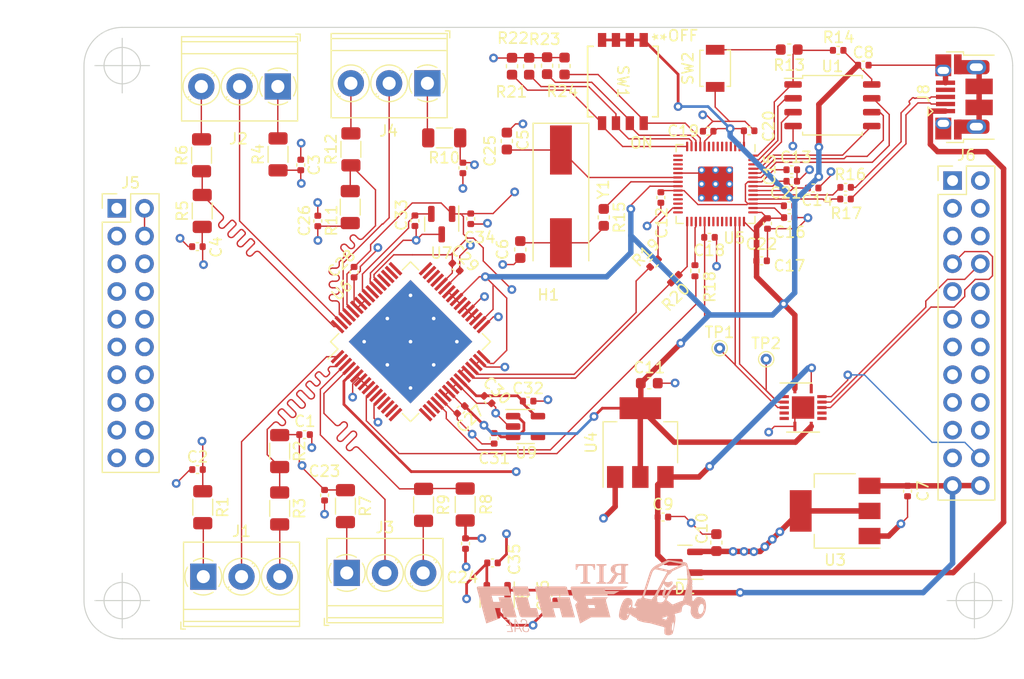
<source format=kicad_pcb>
(kicad_pcb (version 20221018) (generator pcbnew)
  (title_block (title "Strain Gauge Addon Board"))
  (layers (0 "F.Cu" signal) (1 "In1.Cu" power) (2 "In2.Cu" power) (31 "B.Cu" signal) (34 "B.Paste" user) (35 "F.Paste" user) (36 "B.SilkS" user "B.Silkscreen") (37 "F.SilkS" user "F.Silkscreen") (38 "B.Mask" user) (39 "F.Mask" user) (44 "Edge.Cuts" user))
  (net 0 "")
  (net 1 "GND")
  (net 2 "/Raspberry Pi/XIN")
  (net 3 "Net-(C6-Pad1)")
  (net 4 "+3V3")
  (net 5 "/REG_POWER")
  (net 6 "+5V")
  (net 7 "+1V1")
  (net 8 "/VBUS")
  (net 9 "/rpi_3v3")
  (net 10 "/rpi_5v")
  (net 11 "/sda2")
  (net 12 "/scl2")
  (net 13 "/rpi_gpio1")
  (net 14 "/uart_tx")
  (net 15 "/uart_rx")
  (net 16 "/spi2_ce1")
  (net 17 "/spi2_ce0")
  (net 18 "/rpi_gpio11")
  (net 19 "/rpi_gpio6")
  (net 20 "/rpi_gpio7")
  (net 21 "/3pi_3v3")
  (net 22 "/rpi_gpio8")
  (net 23 "/mosi")
  (net 24 "/miso")
  (net 25 "/rpi_gpio9")
  (net 26 "/sclk")
  (net 27 "/spi_ce0")
  (net 28 "/spi_ce1")
  (net 29 "/sda")
  (net 30 "/scl")
  (net 31 "/rpi_gpio2")
  (net 32 "/rpi_gpio3")
  (net 33 "/rpi_gpio4")
  (net 34 "/rpi_gpio5")
  (net 35 "/miso2_pwm")
  (net 36 "/spi2_ce2")
  (net 37 "/rpi_gpio10")
  (net 38 "/miso2")
  (net 39 "/sclk2")
  (net 41 "/reset")
  (net 42 "/Raspberry Pi/~{USB_BOOT}")
  (net 43 "/Raspberry Pi/GPIO8")
  (net 44 "/Raspberry Pi/GPIO9")
  (net 45 "/Raspberry Pi/GPIO10")
  (net 46 "/Raspberry Pi/GPIO11")
  (net 47 "/Raspberry Pi/QSPI_SS")
  (net 48 "/Raspberry Pi/XOUT")
  (net 49 "/Raspberry Pi/USB_DR+")
  (net 50 "/Raspberry Pi/USB_DR-")
  (net 51 "/Raspberry Pi/GPIO28_ADC2")
  (net 52 "/Raspberry Pi/GPIO29_ADC3")
  (net 53 "/Raspberry Pi/QSPI_SD1")
  (net 54 "/Raspberry Pi/QSPI_SD2")
  (net 55 "/Raspberry Pi/QSPI_SD0")
  (net 56 "/Raspberry Pi/QSPI_SCLK")
  (net 57 "/Raspberry Pi/QSPI_SD3")
  (net 62 "/Raspberry Pi/RESET_3V3")
  (net 64 "/USB_D+")
  (net 65 "/USB_D-")
  (net 66 "/Raspberry Pi/GPIO0")
  (net 67 "/Raspberry Pi/GPIO1")
  (net 68 "/Raspberry Pi/GPIO2")
  (net 69 "/Raspberry Pi/GPIO3")
  (net 70 "/Raspberry Pi/GPIO4")
  (net 71 "/Raspberry Pi/GPIO5")
  (net 72 "/Raspberry Pi/GPIO6")
  (net 73 "/Raspberry Pi/GPIO7")
  (net 74 "/Raspberry Pi/GPIO12")
  (net 75 "/Raspberry Pi/GPIO13")
  (net 76 "/Raspberry Pi/GPIO14")
  (net 77 "/Raspberry Pi/GPIO15")
  (net 78 "/Raspberry Pi/SWCLK")
  (net 79 "/Raspberry Pi/SWD")
  (net 80 "/Raspberry Pi/RUN")
  (net 81 "/Raspberry Pi/GPIO17")
  (net 82 "/Raspberry Pi/GPIO19")
  (net 83 "/Raspberry Pi/GPIO21")
  (net 84 "/Raspberry Pi/GPIO22")
  (net 85 "/Raspberry Pi/GPIO23")
  (net 86 "/Raspberry Pi/GPIO24")
  (net 87 "/Raspberry Pi/GPIO25")
  (net 88 "/Raspberry Pi/GPIO26_ADC0")
  (net 89 "/Raspberry Pi/GPIO27_ADC1")
  (net 98 "+1V8")
  (net 99 "/Analog Reader/IN0+")
  (net 100 "/Analog Reader/IN0-")
  (net 101 "/Analog Reader/IN1+")
  (net 102 "/Analog Reader/IN1-")
  (net 103 "/Analog Reader/IN2+")
  (net 104 "/Analog Reader/IN2-")
  (net 105 "/Analog Reader/IN3+")
  (net 106 "/Analog Reader/IN3-")
  (net 107 "/Analog Reader/Wheatstone1/TERM-")
  (net 108 "/Analog Reader/Wheatstone2/TERM-")
  (net 109 "/Analog Reader/Wheatstone3/TERM-")
  (net 110 "/Analog Reader/Wheatstone/TERM-")
  (net 119 "/MISO")
  (net 120 "Net-(U6-DOUT1)")
  (net 121 "Net-(U6-*DRDY{slash}FSYNC)")
  (net 122 "/Analog Reader/INT_SPI_CLK")
  (net 123 "Net-(U6-VREFP)")
  (net 124 "/DRDY")
  (net 125 "/SPI_CLK")
  (net 128 "+5VA")
  (net 129 "+12V")
  (footprint "Capacitor_SMD:C_0603_1608Metric" (layer "F.Cu") (at 96.1125 140.04 90)
    (fp_text reference "C5")
    (fp_text value "27p")
  )
  (footprint "Capacitor_SMD:C_0402_1005Metric" (layer "F.Cu") (at 110.4 174.48)
    (fp_text reference "C9")
    (fp_text value "10u")
  )
  (footprint "Capacitor_SMD:C_0402_1005Metric" (layer "F.Cu") (at 92.33 176.91 90)
    (fp_text reference "C24")
    (fp_text value "100n")
  )
  (footprint "Capacitor_SMD:C_0402_1005Metric" (layer "F.Cu") (at 128.74 133.09)
    (fp_text reference "C8")
    (fp_text value "100n")
  )
  (footprint "Resistor_SMD:R_1206_3216Metric" (layer "F.Cu") (at 68.28 173.58 -90)
    (fp_text reference "R1")
    (fp_text value "350")
  )
  (footprint "Resistor_SMD:R_1206_3216Metric" (layer "F.Cu") (at 75.32 168.44 -90)
    (fp_text reference "R2")
    (fp_text value "1000")
  )
  (footprint "Capacitor_SMD:C_0402_1005Metric" (layer "F.Cu") (at 67.79 149.71)
    (fp_text reference "C4")
    (fp_text value "100n")
  )
  (footprint "Resistor_SMD:R_0402_1005Metric" (layer "F.Cu") (at 111.490624 152.649376 -135)
    (fp_text reference "R20")
    (fp_text value "50")
  )
  (footprint "Capacitor_SMD:C_0603_1608Metric" (layer "F.Cu") (at 96.585 133.185 -90)
    (fp_text reference "R21")
    (fp_text value "1k")
  )
  (footprint "Capacitor_SMD:C_0402_1005Metric" (layer "F.Cu") (at 119.43 151.01)
    (fp_text reference "C17")
    (fp_text value "100n")
  )
  (footprint "Capacitor_SMD:C_0402_1005Metric" (layer "F.Cu") (at 121.95 145.97)
    (fp_text reference "C14")
    (fp_text value "100n")
  )
  (footprint "Connector_PinHeader_2.54mm:PinHeader_2x12_P2.54mm_Vertical" (layer "F.Cu") (at 136.91 143.66)
    (fp_text reference "J6")
    (fp_text value "Conn_02x12_Counter_Clockwise" hide)
  )
  (footprint "Capacitor_SMD:C_0402_1005Metric" (layer "F.Cu") (at 110.21 145.21 -90)
    (fp_text reference "C12")
    (fp_text value "100n")
  )
  (footprint "Package_DFN_QFN:Texas_S-PVQFN-N14" (layer "F.Cu") (at 123.225 164.45)
    (fp_text reference "U2" hide)
    (fp_text value "TXS0104ERGYR")
  )
  (footprint "Capacitor_SMD:C_0402_1005Metric" (layer "F.Cu") (at 122.19 142.67)
    (fp_text reference "C13")
    (fp_text value "100n")
  )
  (footprint "Capacitor_SMD:C_0402_1005Metric" (layer "F.Cu") (at 87.7 147.34 -90)
    (fp_text reference "C33")
    (fp_text value "10u")
  )
  (footprint "Capacitor_SMD:C_0603_1608Metric" (layer "F.Cu") (at 121.96 131.66 180)
    (fp_text reference "R13")
    (fp_text value "1k")
  )
  (footprint "RP2040_minimal:USB_Micro-B_Amphenol_10103594-0001LF_Horizontal_modified" (layer "F.Cu") (at 139.09 135.9975 90)
    (fp_text reference "J8")
    (fp_text value "USB_B_Micro")
  )
  (footprint "Package_TO_SOT_SMD:SOT-23" (layer "F.Cu") (at 90.15 147.65 -90)
    (fp_text reference "U7")
    (fp_text value "MAX6102")
  )
  (footprint "Capacitor_SMD:C_0603_1608Metric" (layer "F.Cu") (at 101.395 133.17 -90)
    (fp_text reference "R24")
    (fp_text value "1k")
  )
  (footprint "Capacitor_SMD:C_0402_1005Metric" (layer "F.Cu") (at 114.54 139.14 180)
    (fp_text reference "C19")
    (fp_text value "100n")
  )
  (footprint "Package_TO_SOT_SMD:SOT-223-3_TabPin2" (layer "F.Cu") (at 126.16 173.92 180)
    (fp_text reference "U3")
    (fp_text value "AZ1117-5.0")
  )
  (footprint "Capacitor_SMD:C_0402_1005Metric" (layer "F.Cu") (at 94.8 178.68)
    (fp_text reference "C35")
    (fp_text value "10u")
  )
  (footprint "Resistor_SMD:R_1206_3216Metric" (layer "F.Cu") (at 68.23 146.44 90)
    (fp_text reference "R5")
    (fp_text value "1000")
  )
  (footprint "Capacitor_SMD:C_0402_1005Metric" (layer "F.Cu") (at 98.06 163.86)
    (fp_text reference "C32")
    (fp_text value "10u")
  )
  (footprint "Resistor_SMD:R_1206_3216Metric" (layer "F.Cu") (at 81.34 173.48 -90)
    (fp_text reference "R7")
    (fp_text value "350")
  )
  (footprint "PowerPad:PowerPad" (layer "F.Cu") (at 87.013425 158.134443 45)
    (fp_text reference "U6")
    (fp_text value "ADS1274IPAPR")
  )
  (footprint "Capacitor_SMD:C_0402_1005Metric" (layer "F.Cu") (at 119.97 147.59 -90)
    (fp_text reference "C22")
    (fp_text value "100n")
  )
  (footprint "Resistor_SMD:R_1206_3216Metric" (layer "F.Cu") (at 92.3 173.33 90)
    (fp_text reference "R8")
    (fp_text value "1000")
  )
  (footprint "Capacitor_SMD:C_0603_1608Metric" (layer "F.Cu") (at 115.29 176.82 90)
    (fp_text reference "C10")
    (fp_text value "22u")
  )
  (footprint "Capacitor_SMD:C_0603_1608Metric" (layer "F.Cu") (at 109.15 162.22)
    (fp_text reference "C11")
    (fp_text value "22u")
  )
  (footprint "TerminalBlock_Phoenix:TerminalBlock_Phoenix_PT-1,5-3-3.5-H_1x03_P3.50mm_Horizontal" (layer "F.Cu") (at 81.46 179.6)
    (fp_text reference "J3")
    (fp_text value "Screw_Terminal_01x03")
  )
  (footprint "Capacitor_SMD:C_0402_1005Metric" (layer "F.Cu") (at 91.460589 151.580589 -45)
    (fp_text reference "C29")
    (fp_text value "10u")
  )
  (footprint "Capacitor_SMD:C_0402_1005Metric" (layer "F.Cu") (at 94.95 167.27 -90)
    (fp_text reference "C31")
    (fp_text value "10u")
  )
  (footprint "MountingHole:MountingHole_2.5mm" (layer "F.Cu") (at 99.91 157.63)
    (fp_text reference "H1")
    (fp_text value "MountingHole")
  )
  (footprint "TerminalBlock_Phoenix:TerminalBlock_Phoenix_PT-1,5-3-3.5-H_1x03_P3.50mm_Horizontal" (layer "F.Cu") (at 88.84 134.75 180)
    (fp_text reference "J4")
    (fp_text value "Screw_Terminal_01x03")
  )
  (footprint "Capacitor_SMD:C_0402_1005Metric" (layer "F.Cu") (at 132.79 172.1 -90)
    (fp_text reference "C7")
    (fp_text value "10u")
  )
  (footprint "Capacitor_SMD:C_0402_1005Metric" (layer "F.Cu") (at 121.97 147.05)
    (fp_text reference "C16")
    (fp_text value "100n")
  )
  (footprint "Resistor_SMD:R_0402_1005Metric" (layer "F.Cu") (at 109.59 151.21 -135)
    (fp_text reference "R19")
    (fp_text value "50")
  )
  (footprint "Capacitor_SMD:C_0603_1608Metric" (layer "F.Cu") (at 98.155 133.185 -90)
    (fp_text reference "R22")
    (fp_text value "1k")
  )
  (footprint "Package_TO_SOT_SMD:SOT-23-5" (layer "F.Cu") (at 97.8225 166.19)
    (fp_text reference "U9")
    (fp_text value "AP2112K-1.8")
  )
  (footprint "Resistor_SMD:R_1206_3216Metric" (layer "F.Cu") (at 75.32 173.69 -90)
    (fp_text reference "R3")
    (fp_text value "1000")
  )
  (footprint "Resistor_SMD:R_1206_3216Metric" (layer "F.Cu") (at 88.49 173.36 -90)
    (fp_text reference "R9")
    (fp_text value "1000")
  )
  (footprint "Capacitor_SMD:C_0402_1005Metric" (layer "F.Cu") (at 100.59 181.66 90)
    (fp_text reference "C36")
    (fp_text value "10u")
  )
  (footprint "Capacitor_SMD:C_0402_1005Metric" (layer "F.Cu") (at 79.43 172.48 90)
    (fp_text reference "C23")
    (fp_text value "100n")
  )
  (footprint "Crystal:Crystal_SMD_HC49-SD" (layer "F.Cu") (at 101.0625 145.11 -90)
    (fp_text reference "Y1")
    (fp_text value "ABLS-12.000MHZ-B4-T")
  )
  (footprint "Capacitor_SMD:C_0402_1005Metric" (layer "F.Cu") (at 78.81 147.36 -90)
    (fp_text reference "C26")
    (fp_text value "100n")
  )
  (footprint "Package_SO:SOIC-8_5.23x5.23mm_P1.27mm" (layer "F.Cu") (at 125.91 136.76)
    (fp_text reference "U1")
    (fp_text value "W25Q128JVS")
  )
  (footprint "TerminalBlock_Phoenix:TerminalBlock_Phoenix_PT-1,5-3-3.5-H_1x03_P3.50mm_Horizontal" (layer "F.Cu") (at 75.15 135.04 180)
    (fp_text reference "J2")
    (fp_text value "Screw_Terminal_01x03")
  )
  (footprint "Capacitor_SMD:C_0402_1005Metric" (layer "F.Cu") (at 82.13 152.05 -90)
    (fp_text reference "C28")
    (fp_text value "10u")
  )
  (footprint "Capacitor_SMD:C_0402_1005Metric" (layer "F.Cu") (at 122.19 143.72)
    (fp_text reference "C15")
    (fp_text value "100n")
  )
  (footprint "Connector_PinHeader_2.54mm:PinHeader_2x10_P2.54mm_Vertical" (layer "F.Cu") (at 60.41 146.2)
    (fp_text reference "J5")
    (fp_text value "Conn_02x10_Counter_Clockwise")
  )
  (footprint "Capacitor_SMD:C_0402_1005Metric" (layer "F.Cu") (at 92.81 147.16 90)
    (fp_text reference "C34")
    (fp_text value "10u")
  )
  (footprint "Capacitor_SMD:C_0402_1005Metric" (layer "F.Cu") (at 114.66 148.86)
    (fp_text reference "C18")
    (fp_text value "100n")
  )
  (footprint "Capacitor_SMD:C_0402_1005Metric" (layer "F.Cu") (at 91.92 164.65 -135)
    (fp_text reference "C27")
    (fp_text value "10u")
  )
  (footprint "Additional:SW4_1571983_4P_TEC" (layer "F.Cu") (at 106.735 134.59 -90)
    (fp_text reference "SW1")
    (fp_text value "SW_DIP_x04")
  )
  (footprint "Package_TO_SOT_SMD:SOT-223-3_TabPin2" (layer "F.Cu") (at 108.33 167.66 90)
    (fp_text reference "U4")
    (fp_text value "NCP1117-3.3_SOT223")
  )
  (footprint "Package_TO_SOT_SMD:SOT-23" (layer "F.Cu") (at 95.23 182.099999 -90)
    (fp_text reference "U8")
    (fp_text value "MAX6105")
  )
  (footprint "Resistor_SMD:R_1206_3216Metric" (layer "F.Cu") (at 81.84 140.8 90)
    (fp_text reference "R12")
    (fp_text value "1000")
  )
  (footprint "Capacitor_SMD:C_0603_1608Metric" (layer "F.Cu") (at 99.795 133.135 -90)
    (fp_text reference "R23")
    (fp_text value "1k")
  )
  (footprint "Capacitor_SMD:C_0603_1608Metric" (layer "F.Cu") (at 97.3425 149.975 -90)
    (fp_text reference "C6")
    (fp_text value "27p")
  )
  (footprint "Capacitor_SMD:C_0402_1005Metric" (layer "F.Cu") (at 126.44 131.73 180)
    (fp_text reference "R14")
    (fp_text value "DNF")
  )
  (footprint "Capacitor_SMD:C_0402_1005Metric" (layer "F.Cu") (at 77.6 166.93 180)
    (fp_text reference "C1")
    (fp_text value "100n")
  )
  (footprint "Capacitor_SMD:C_0402_1005Metric" (layer "F.Cu") (at 118.29 139.1)
    (fp_text reference "C20")
    (fp_text value "100n")
  )
  (footprint "Capacitor_SMD:C_0603_1608Metric" (layer "F.Cu") (at 104.9825 147.03 -90)
    (fp_text reference "R15")
    (fp_text value "1k")
  )
  (footprint "Resistor_SMD:R_1206_3216Metric" (layer "F.Cu") (at 90.38 139.75 180)
    (fp_text reference "R10")
    (fp_text value "350")
  )
  (footprint "Capacitor_SMD:C_0402_1005Metric" (layer "F.Cu") (at 94.38 163.72 -45)
    (fp_text reference "C30")
    (fp_text value "10u")
  )
  (footprint "TerminalBlock_Phoenix:TerminalBlock_Phoenix_PT-1,5-3-3.5-H_1x03_P3.50mm_Horizontal" (layer "F.Cu") (at 68.33 179.94)
    (fp_text reference "J1")
    (fp_text value "Screw_Terminal_01x03")
  )
  (footprint "Capacitor_SMD:C_0402_1005Metric" (layer "F.Cu") (at 92.09 142.5 90)
    (fp_text reference "C25")
    (fp_text value "100n")
  )
  (footprint "Capacitor_SMD:C_0402_1005Metric" (layer "F.Cu") (at 67.8 170.13)
    (fp_text reference "C2")
    (fp_text value "100n")
  )
  (footprint "TestPoint:TestPoint_THTPad_D1.0mm_Drill0.5mm" (layer "F.Cu") (at 115.59 159.01)
    (fp_text reference "TP1")
    (fp_text value "TestPoint")
  )
  (footprint "Capacitor_SMD:C_0402_1005Metric" (layer "F.Cu") (at 124.15 144.34)
    (fp_text reference "C21")
    (fp_text value "100n")
  )
  (footprint "Resistor_SMD:R_1206_3216Metric" (layer "F.Cu") (at 81.78 146.09 90)
    (fp_text reference "R11")
    (fp_text value "1000")
  )
  (footprint "Button_Switch_SMD:SW_SPST_B3U-1000P" (layer "F.Cu") (at 115.18 133.38 90)
    (fp_text reference "SW2")
    (fp_text value "SW_Push")
  )
  (footprint "Capacitor_SMD:C_0402_1005Metric" (layer "F.Cu") (at 127.11 145.35 180)
    (fp_text reference "R17")
    (fp_text value "27")
  )
  (footprint "TestPoint:TestPoint_THTPad_D1.0mm_Drill0.5mm" (layer "F.Cu") (at 119.85 160.02)
    (fp_text reference "TP2")
    (fp_text value "TestPoint")
  )
  (footprint "Resistor_SMD:R_1206_3216Metric" (layer "F.Cu") (at 68.17 141.3425 90)
    (fp_text reference "R6")
    (fp_text value "1000")
  )
  (footprint "Capacitor_SMD:C_0402_1005Metric" (layer "F.Cu") (at 77.25 142.23 -90)
    (fp_text reference "C3")
    (fp_text value "100n")
  )
  (footprint "Capacitor_SMD:C_0402_1005Metric" (layer "F.Cu") (at 127.12 144.28 180)
    (fp_text reference "R16")
    (fp_text value "27")
  )
  (footprint "Package_TO_SOT_SMD:SOT-23" (layer "F.Cu") (at 112.41 178.62 180)
    (fp_text reference "D1")
    (fp_text value "BAT54C")
  )
  (footprint "Resistor_SMD:R_1206_3216Metric" (layer "F.Cu") (at 75.17 141.26 90)
    (fp_text reference "R4")
    (fp_text value "350")
  )
  (footprint "RP2040_minimal:RP2040-QFN-56" (layer "F.Cu") (at 115.215 143.975 -90)
    (fp_text reference "U5")
    (fp_text value "RP2040")
  )
  (footprint "Resistor_SMD:R_0402_1005Metric" (layer "F.Cu") (at 113.33 151.920001 -90)
    (fp_text reference "R18")
    (fp_text value "50")
  )
  (gr_poly (pts (xy 95.866848 183.915445) (xy 96.308702 183.915445) (xy 96.42148 184.366228) (xy 96.055694 184.366228) (xy 96.073223 184.435681) (xy 96.43901 184.435681) (xy 96.563696 184.936405) (xy 96.121839 184.936405) (xy 96.13937 185.005859) (xy 96.672836 185.005859) (xy 96.382786 183.84566) (xy 95.849319 183.84566)) (fill solid) (layer "B.SilkS"))
  (gr_poly (pts (xy 102.08342 180.837538) (xy 102.076111 180.838104) (xy 102.068921 180.839033) (xy 102.061859 180.840317) (xy 102.054931 180.841942) (xy 102.048148 180.8439) (xy 102.041516 180.846178) (xy 102.035044 180.848767) (xy 102.028741 180.851655) (xy 102.022613 180.854832) (xy 102.01667 180.858286) (xy 102.01092 180.862008) (xy 102.00537 180.865986) (xy 102.00003 180.870209) (xy 101.994906 180.874667) (xy 101.990008 180.879349) (xy 101.985344 180.884244) (xy 101.980921 180.889342) (xy 101.976748 180.894631) (xy 101.972833 180.900101) (xy 101.969184 180.905741) (xy 101.96581 180.911541) (xy 101.962718 180.917488) (xy 101.959917 180.923574) (xy 101.957415 180.929786) (xy 101.95522 180.936115) (xy 101.95334 180.942549) (xy 101.951784 180.949078) (xy 101.950559 180.95569) (xy 101.949674 180.962375) (xy 101.949137 180.969123) (xy 101.948956 180.975922) (xy 101.949008 180.985772) (xy 101.949131 180.990398) (xy 101.94937 180.994939) (xy 101.949764 180.99948) (xy 101.950031 181.001777) (xy 101.950352 181.004107) (xy 101.95073 181.006479) (xy 101.951172 181.008904) (xy 101.951681 181.011393) (xy 101.952264 181.013957) (xy 102.208579 181.969433) (xy 102.208248 181.969433) (xy 102.578665 182.253198) (xy 102.360715 182.533657) (xy 102.814144 184.233605) (xy 103.832128 183.665742) (xy 105.594253 183.665742) (xy 105.366356 182.817753) (xy 104.19593 182.817753) (xy 103.61087 182.817753) (xy 103.534803 182.533989) (xy 104.119863 182.533989) (xy 104.19593 182.817753) (xy 105.366356 182.817753) (xy 105.196055 182.184076) (xy 105.194833 182.179545) (xy 105.193763 182.175008) (xy 105.192835 182.170465) (xy 105.19204 182.165917) (xy 105.191367 182.161365) (xy 105.190805 182.15681) (xy 105.189978 182.147696) (xy 105.189476 182.138581) (xy 105.189218 182.129474) (xy 105.18911 182.111315) (xy 105.189261 182.101901) (xy 105.189716 182.092516) (xy 105.19047 182.083168) (xy 105.191524 182.073863) (xy 105.192874 182.06461) (xy 105.194518 182.055417) (xy 105.196456 182.04629) (xy 105.198685 182.037237) (xy 105.201204 182.028266) (xy 105.204009 182.019385) (xy 105.2071 182.010601) (xy 105.210475 182.001921) (xy 105.214131 181.993353) (xy 105.218067 181.984905) (xy 105.222281 181.976585) (xy 105.226772 181.968399) (xy 105.231536 181.960356) (xy 105.236573 181.952462) (xy 105.24188 181.944727) (xy 105.247456 181.937156) (xy 105.253298 181.929758) (xy 105.259406 181.922541) (xy 105.265776 181.915511) (xy 105.272407 181.908677) (xy 105.279298 181.902045) (xy 105.286445 181.895625) (xy 105.293849 181.889422) (xy 105.301506 181.883445) (xy 105.309414 181.877701) (xy 105.317572 181.872199) (xy 105.325979 181.866944) (xy 105.334631 181.861946) (xy 105.397138 181.82722) (xy 103.929033 181.82722) (xy 103.967067 181.969102) (xy 103.382006 181.969102) (xy 103.30594 181.685337) (xy 105.466262 181.685337) (xy 105.460123 181.685215) (xy 105.454049 181.684853) (xy 105.448045 181.684255) (xy 105.442117 181.683425) (xy 105.436269 181.682365) (xy 105.430508 181.681081) (xy 105.424837 181.679576) (xy 105.419262 181.677854) (xy 105.413789 181.675919) (xy 105.408422 181.673774) (xy 105.403167 181.671424) (xy 105.398028 181.668873) (xy 105.393011 181.666123) (xy 105.388121 181.66318) (xy 105.383363 181.660047) (xy 105.378743 181.656729) (xy 105.374265 181.653227) (xy 105.369934 181.649548) (xy 105.365756 181.645694) (xy 105.361737 181.64167) (xy 105.35788 181.637479) (xy 105.354191 181.633125) (xy 105.350676 181.628613) (xy 105.347339 181.623945) (xy 105.344185 181.619126) (xy 105.341221 181.61416) (xy 105.33845 181.60905) (xy 105.335879 181.603801) (xy 105.333511 181.598417) (xy 105.331353 181.5929) (xy 105.32941 181.587256) (xy 105.327686 181.581487) (xy 105.320741 181.543454) (xy 105.909439 181.543454) (xy 106.421738 181.259689) (xy 105.206639 181.259689) (xy 105.2005 181.259567) (xy 105.194426 181.259206) (xy 105.188422 181.258608) (xy 105.182494 181.257777) (xy 105.176647 181.256717) (xy 105.170885 181.255433) (xy 105.165214 181.253928) (xy 105.15964 181.252206) (xy 105.154166 181.250271) (xy 105.148799 181.248126) (xy 105.143544 181.245776) (xy 105.138405 181.243225) (xy 105.133388 181.240475) (xy 105.128498 181.237532) (xy 105.123741 181.234399) (xy 105.11912 181.23108) (xy 105.114642 181.227579) (xy 105.110312 181.2239) (xy 105.106134 181.220046) (xy 105.102114 181.216022) (xy 105.098257 181.211831) (xy 105.094568 181.207477) (xy 105.091053 181.202964) (xy 105.087716 181.198297) (xy 105.084563 181.193478) (xy 105.081598 181.188512) (xy 105.078828 181.183402) (xy 105.076256 181.178153) (xy 105.073889 181.172769) (xy 105.071731 181.167252) (xy 105.069787 181.161608) (xy 105.068064 181.15584) (xy 105.057812 181.117806) (xy 106.678053 181.117806) (xy 107.193991 180.837347) (xy 102.090839 180.837347)) (fill solid) (layer "B.SilkS"))
  (gr_poly (pts (xy 93.504782 180.834704) (xy 93.497362 180.834895) (xy 93.490053 180.835461) (xy 93.482864 180.836391) (xy 93.475801 180.837674) (xy 93.468874 180.8393) (xy 93.462091 180.841257) (xy 93.455459 180.843536) (xy 93.448987 180.846124) (xy 93.442684 180.849012) (xy 93.436556 180.852189) (xy 93.430613 180.855643) (xy 93.424863 180.859365) (xy 93.419313 180.863343) (xy 93.413973 180.867566) (xy 93.40885 180.872024) (xy 93.403951 180.876706) (xy 93.399287 180.881601) (xy 93.394864 180.886699) (xy 93.390691 180.891988) (xy 93.386776 180.897458) (xy 93.383127 180.903098) (xy 93.379753 180.908897) (xy 93.376661 180.914845) (xy 93.37386 180.920931) (xy 93.371358 180.927143) (xy 93.369163 180.933472) (xy 93.367283 180.939906) (xy 93.365727 180.946435) (xy 93.364502 180.953047) (xy 93.363617 180.959733) (xy 93.36308 180.96648) (xy 93.3629 180.97328) (xy 93.362951 180.983128) (xy 93.363074 180.987755) (xy 93.363313 180.992296) (xy 93.363707 180.996837) (xy 93.363974 180.999134) (xy 93.364294 181.001463) (xy 93.364673 181.003835) (xy 93.365114 181.00626) (xy 93.365623 181.008749) (xy 93.366205 181.011313) (xy 94.228416 184.230961) (xy 95.294687 183.832763) (xy 95.021173 182.814779) (xy 95.609871 182.814779) (xy 95.834766 183.666406) (xy 97.008524 183.666406) (xy 96.516399 181.827883) (xy 95.344295 181.827883) (xy 95.457735 182.250224) (xy 94.869037 182.250224) (xy 94.720209 181.682361) (xy 95.890329 181.682361) (xy 95.8771 181.685669) (xy 96.478365 181.685669) (xy 96.278274 180.93789) (xy 96.276521 180.932121) (xy 96.274552 180.926477) (xy 96.269986 180.915576) (xy 96.264616 180.905217) (xy 96.258481 180.895432) (xy 96.251622 180.886252) (xy 96.244078 180.877707) (xy 96.235888 180.869829) (xy 96.227093 180.862649) (xy 96.217732 180.856197) (xy 96.207845 180.850505) (xy 96.197471 180.845603) (xy 96.186651 180.841523) (xy 96.175424 180.838296) (xy 96.163829 180.835952) (xy 96.151908 180.834523) (xy 96.145836 180.834162) (xy 96.139698 180.83404) (xy 93.50511 180.83404)) (fill solid) (layer "B.SilkS"))
  (gr_poly (pts (xy 96.822323 185.005859) (xy 96.913936 185.005859) (xy 96.913936 184.73896) (xy 97.293613 184.73896) (xy 97.42392 185.005859) (xy 97.513217 185.005859) (xy 97.348158 184.67116) (xy 97.260542 184.67116) (xy 96.912283 184.67116) (xy 96.910299 183.955132) (xy 97.260542 184.67116) (xy 97.348158 184.67116) (xy 96.941057 183.845661) (xy 96.818355 183.845661)) (fill solid) (layer "B.SilkS"))
  (gr_poly (pts (xy 97.513218 185.00586) (xy 97.513548 185.005859) (xy 97.513217 185.005859)) (fill solid) (layer "B.SilkS"))
  (gr_poly (pts (xy 110.880436 178.42) (xy 110.870897 178.420533) (xy 110.86129 178.421465) (xy 110.851639 178.422772) (xy 110.841968 178.42443) (xy 110.8323 178.426414) (xy 110.822659 178.4287) (xy 110.813069 178.431265) (xy 110.803553 178.434083) (xy 110.794136 178.437131) (xy 110.784841 178.440385) (xy 110.775692 178.44382) (xy 110.757927 178.451136) (xy 110.553815 178.540908) (xy 110.350138 178.631797) (xy 109.943341 178.814938) (xy 109.869754 178.849959) (xy 109.798986 178.887474) (xy 109.731115 178.927553) (xy 109.666216 178.970262) (xy 109.604365 179.015671) (xy 109.545638 179.063847) (xy 109.490112 179.11486) (xy 109.437863 179.168777) (xy 109.388966 179.225666) (xy 109.343497 179.285597) (xy 109.301533 179.348637) (xy 109.26315 179.414855) (xy 109.228423 179.484318) (xy 109.19743 179.557096) (xy 109.170245 179.633256) (xy 109.146945 179.712867) (xy 108.852803 180.626548) (xy 108.481519 181.808367) (xy 108.475723 181.825996) (xy 108.469352 181.842428) (xy 108.462373 181.857675) (xy 108.454755 181.871749) (xy 108.446464 181.884662) (xy 108.442056 181.890687) (xy 108.437468 181.896426) (xy 108.432696 181.901881) (xy 108.427735 181.907054) (xy 108.422582 181.911946) (xy 108.417232 181.916557) (xy 108.411682 181.920891) (xy 108.405927 181.924949) (xy 108.399964 181.928731) (xy 108.393787 181.932239) (xy 108.387394 181.935476) (xy 108.38078 181.938442) (xy 108.373941 181.941139) (xy 108.366874 181.943569) (xy 108.359573 181.945732) (xy 108.352035 181.947632) (xy 108.344256 181.949268) (xy 108.336231 181.950643) (xy 108.319431 181.952614) (xy 108.301601 181.953558) (xy 108.231528 181.953475) (xy 108.222837 181.953789) (xy 108.214233 181.954327) (xy 108.205739 181.955134) (xy 108.197376 181.956255) (xy 108.189166 181.957738) (xy 108.18113 181.959626) (xy 108.173292 181.961966) (xy 108.165672 181.964802) (xy 108.156211 181.968775) (xy 108.146598 181.973006) (xy 108.136899 181.977497) (xy 108.127179 181.982249) (xy 108.117503 181.987264) (xy 108.107938 181.992545) (xy 108.098548 181.998094) (xy 108.089398 182.003911) (xy 108.080555 182.010001) (xy 108.072083 182.016363) (xy 108.064049 182.023) (xy 108.056516 182.029915) (xy 108.049552 182.037109) (xy 108.046303 182.040811) (xy 108.043221 182.044583) (xy 108.040313 182.048427) (xy 108.037588 182.052341) (xy 108.035054 182.056326) (xy 108.032719 182.060383) (xy 108.005496 182.112355) (xy 107.979451 182.164982) (xy 107.954306 182.218112) (xy 107.92978 182.271596) (xy 107.881473 182.379015) (xy 107.832298 182.486032) (xy 107.827453 182.496656) (xy 107.823151 182.506947) (xy 107.819389 182.516904) (xy 107.816168 182.526524) (xy 107.813487 182.535806) (xy 107.811345 182.544749) (xy 107.809742 182.55335) (xy 107.808677 182.561609) (xy 107.808149 182.569523) (xy 107.808158 182.577091) (xy 107.808702 182.584312) (xy 107.809782 182.591183) (xy 107.811396 182.597703) (xy 107.813545 182.60387) (xy 107.816227 182.609683) (xy 107.819441 182.615141) (xy 107.823187 182.62024) (xy 107.827465 182.624981) (xy 107.832273 182.629361) (xy 107.837611 182.633378) (xy 107.843478 182.637031) (xy 107.849874 182.640319) (xy 107.856798 182.643239) (xy 107.864249 182.64579) (xy 107.872227 182.647971) (xy 107.880731 182.649779) (xy 107.88976 182.651213) (xy 107.899314 182.652272) (xy 107.909391 182.652954) (xy 107.919992 182.653257) (xy 107.931116 182.65318) (xy 107.942761 182.65272) (xy 107.94922 182.652392) (xy 107.955732 182.652141) (xy 107.969137 182.65181) (xy 107.998985 182.651396) (xy 107.978503 182.687687) (xy 107.960052 182.719405) (xy 107.943198 182.746723) (xy 107.927506 182.769813) (xy 107.919961 182.779827) (xy 107.912543 182.788848) (xy 107.905199 182.796898) (xy 107.897875 182.803998) (xy 107.890515 182.81017) (xy 107.883067 182.815436) (xy 107.875475 182.819817) (xy 107.867685 182.823335) (xy 107.859644 182.82601) (xy 107.851296 182.827865) (xy 107.842588 182.828921) (xy 107.833465 182.829199) (xy 107.823874 182.828722) (xy 107.813759 182.82751) (xy 107.803066 182.825584) (xy 107.791742 182.822968) (xy 107.766981 182.815746) (xy 107.739042 182.806016) (xy 107.707491 182.79395) (xy 107.671894 182.77972) (xy 107.667424 182.777699) (xy 107.66518 182.776691) (xy 107.662923 182.77571) (xy 107.660652 182.774775) (xy 107.65836 182.773906) (xy 107.657206 182.773502) (xy 107.656046 182.773122) (xy 107.654879 182.772769) (xy 107.653704 182.772443) (xy 107.643392 182.769132) (xy 107.638632 182.767315) (xy 107.634129 182.76539) (xy 107.629878 182.763354) (xy 107.625873 182.761206) (xy 107.622109 182.758945) (xy 107.61858 182.756569) (xy 107.615282 182.754077) (xy 107.612208 182.751467) (xy 107.609354 182.748737) (xy 107.606713 182.745888) (xy 107.604281 182.742916) (xy 107.602053 182.73982) (xy 107.600022 182.7366) (xy 107.598183 182.733253) (xy 107.596532 182.729778) (xy 107.595062 182.726174) (xy 107.593768 182.722439) (xy 107.592646 182.718572) (xy 107.590891 182.710435) (xy 107.589755 182.701751) (xy 107.589194 182.692509) (xy 107.589166 182.682698) (xy 107.589628 182.672305) (xy 107.590535 182.661319) (xy 107.592663 182.638961) (xy 107.475445 182.638961) (xy 107.475441 182.644784) (xy 107.475347 182.647604) (xy 107.475189 182.650359) (xy 107.474963 182.653042) (xy 107.474666 182.655651) (xy 107.474296 182.65818) (xy 107.473848 182.660625) (xy 107.473322 182.662983) (xy 107.472713 182.665247) (xy 107.472019 182.667415) (xy 107.471236 182.669482) (xy 107.470363 182.671442) (xy 107.469395 182.673293) (xy 107.468331 182.67503) (xy 107.467167 182.676648) (xy 107.466546 182.677411) (xy 107.4659 182.678142) (xy 107.465227 182.678842) (xy 107.464527 182.67951) (xy 107.45952 182.684038) (xy 107.454425 182.68845) (xy 107.449244 182.692753) (xy 107.443981 182.696956) (xy 107.438641 182.701065) (xy 107.433227 182.70509) (xy 107.427743 182.709037) (xy 107.422193 182.712914) (xy 107.405962 182.723691) (xy 107.389328 182.734019) (xy 107.372383 182.744005) (xy 107.355222 182.753759) (xy 107.320619 182.773003) (xy 107.303364 182.78271) (xy 107.286264 182.792619) (xy 107.286262 182.792619) (xy 107.284583 182.79356) (xy 107.282996 182.794438) (xy 107.282228 182.794873) (xy 107.281472 182.795317) (xy 107.280723 182.795775) (xy 107.279979 182.796258) (xy 107.274961 182.791792) (xy 107.26985 182.787327) (xy 107.259474 182.778397) (xy 107.303626 182.676822) (xy 107.314839 182.651555) (xy 107.326354 182.626453) (xy 107.338287 182.601577) (xy 107.350756 182.576984) (xy 107.353537 182.572117) (xy 107.356648 182.567426) (xy 107.360058 182.562892) (xy 107.363731 182.558499) (xy 107.367635 182.554228) (xy 107.371737 182.550061) (xy 107.376002 182.54598) (xy 107.380397 182.541968) (xy 107.389445 182.534076) (xy 107.398613 182.526243) (xy 107.407634 182.518324) (xy 107.412005 182.514288) (xy 107.41624 182.510176) (xy 107.418224 182.51183) (xy 107.419217 182.512808) (xy 107.420214 182.513763) (xy 107.421218 182.514702) (xy 107.422234 182.515634) (xy 107.424317 182.517505) (xy 107.426493 182.519437) (xy 107.439721 182.530393) (xy 107.44297 182.533161) (xy 107.446119 182.535948) (xy 107.449128 182.538758) (xy 107.450568 182.540174) (xy 107.451958 182.541596) (xy 107.453117 182.542837) (xy 107.454235 182.544079) (xy 107.45531 182.545324) (xy 107.456341 182.546573) (xy 107.457325 182.547828) (xy 107.45826 182.54909) (xy 107.459146 182.550361) (xy 107.459979 182.551642) (xy 107.460757 182.552935) (xy 107.46148 182.554241) (xy 107.462144 182.555562) (xy 107.462748 182.556898) (xy 107.463291 182.558252) (xy 107.463769 182.559625) (xy 107.464181 182.561018) (xy 107.464526 182.562433) (xy 107.467668 182.577853) (xy 107.46927 182.586106) (xy 107.47081 182.594513) (xy 107.472696 182.607484) (xy 107.473525 182.613966) (xy 107.474241 182.620393) (xy 107.474818 182.626727) (xy 107.475229 182.632929) (xy 107.475445 182.638961) (xy 107.592663 182.638961) (xy 107.600038 182.561449) (xy 107.604191 182.511317) (xy 107.607526 182.461145) (xy 107.609729 182.411005) (xy 107.610487 182.360965) (xy 107.609485 182.311096) (xy 107.608226 182.286247) (xy 107.60641 182.261468) (xy 107.604036 182.238706) (xy 107.600889 182.216682) (xy 107.596976 182.195396) (xy 107.592304 182.174845) (xy 107.586881 182.15503) (xy 107.580715 182.135949) (xy 107.573812 182.117602) (xy 107.56618 182.099989) (xy 107.557827 182.083108) (xy 107.54876 182.066959) (xy 107.538986 182.051541) (xy 107.528514 182.036853) (xy 107.51735 182.022895) (xy 107.505501 182.009666) (xy 107.492976 181.997165) (xy 107.479782 181.985391) (xy 107.465926 181.974344) (xy 107.451416 181.964023) (xy 107.436259 181.954428) (xy 107.420462 181.945556) (xy 107.404034 181.937409) (xy 107.386981 181.929985) (xy 107.36931 181.923283) (xy 107.35103 181.917302) (xy 107.332148 181.912043) (xy 107.312672 181.907503) (xy 107.292608 181.903684) (xy 107.271964 181.900582) (xy 107.228966 181.896533) (xy 107.183739 181.89535) (xy 107.162426 181.895872) (xy 107.141701 181.897176) (xy 107.121552 181.899248) (xy 107.101965 181.90207) (xy 107.082929 181.905624) (xy 107.06443 181.909895) (xy 107.046455 181.914865) (xy 107.028993 181.920517) (xy 107.012031 181.926835) (xy 106.995555 181.933802) (xy 106.979553 181.941401) (xy 106.964013 181.949615) (xy 106.948922 181.958427) (xy 106.934267 181.967821) (xy 106.920035 181.97778) (xy 106.906215 181.988286) (xy 106.892792 181.999323) (xy 106.879756 182.010874) (xy 106.854788 182.035452) (xy 106.831211 182.061885) (xy 106.808923 182.090037) (xy 106.787824 182.119774) (xy 106.76781 182.150962) (xy 106.748783 182.183466) (xy 106.730639 182.21715) (xy 106.730803 182.216984) (xy 106.730968 182.216818) (xy 106.694517 182.289316) (xy 106.660056 182.362435) (xy 106.627561 182.436163) (xy 106.597008 182.510485) (xy 106.568371 182.585389) (xy 106.541625 182.660861) (xy 106.516747 182.736887) (xy 106.493712 182.813454) (xy 106.472494 182.890548) (xy 106.453069 182.968155) (xy 106.435412 183.046262) (xy 106.419499 183.124856) (xy 106.405305 183.203922) (xy 106.392805 183.283448) (xy 106.381975 183.36342) (xy 106.372789 183.443823) (xy 106.371107 183.463697) (xy 106.370208 183.483254) (xy 106.370086 183.502488) (xy 106.37073 183.521391) (xy 106.372134 183.539958) (xy 106.374288 183.558182) (xy 106.377184 183.576055) (xy 106.380814 183.593572) (xy 106.385169 183.610725) (xy 106.390241 183.627508) (xy 106.396022 183.643915) (xy 106.402502 183.659939) (xy 106.409674 183.675572) (xy 106.417529 183.690809) (xy 106.426059 183.705642) (xy 106.435255 183.720065) (xy 106.445109 183.734072) (xy 106.455613 183.747656) (xy 106.466757 183.760809) (xy 106.478535 183.773526) (xy 106.490936 183.7858) (xy 106.503954 183.797623) (xy 106.517578 183.80899) (xy 106.531802 183.819894) (xy 106.546616 183.830328) (xy 106.562013 183.840285) (xy 106.577983 183.849759) (xy 106.594519 183.858743) (xy 106.611611 183.867231) (xy 106.629252 183.875215) (xy 106.647433 183.882689) (xy 106.666145 183.889647) (xy 106.693647 183.898893) (xy 106.720534 183.907033) (xy 106.746812 183.914065) (xy 106.772486 183.919985) (xy 106.797565 183.92479) (xy 106.822053 183.928478) (xy 106.845958 183.931044) (xy 106.869285 183.932487) (xy 106.892042 183.932803) (xy 106.914235 183.931989) (xy 106.93587 183.930042) (xy 106.956953 183.926959) (xy 106.977492 183.922737) (xy 106.997491 183.917373) (xy 107.016959 183.910864) (xy 107.035901 183.903207) (xy 107.054323 183.894399) (xy 107.072233 183.884437) (xy 107.089636 183.873317) (xy 107.106539 183.861038) (xy 107.122948 183.847595) (xy 107.13887 183.832986) (xy 107.154311 183.817208) (xy 107.169278 183.800257) (xy 107.183776 183.782131) (xy 107.197814 183.762827) (xy 107.211396 183.742341) (xy 107.224529 183.720672) (xy 107.23722 183.697814) (xy 107.249475 183.673766) (xy 107.2613 183.648525) (xy 107.272703 183.622087) (xy 107.28052 183.602763) (xy 107.287922 183.583268) (xy 107.301931 183.543952) (xy 107.31563 183.504513) (xy 107.322645 183.484863) (xy 107.329919 183.465321) (xy 107.334268 183.454326) (xy 107.338849 183.443405) (xy 107.343616 183.432538) (xy 107.348523 183.421706) (xy 107.368615 183.378339) (xy 107.371952 183.379331) (xy 107.375142 183.380207) (xy 107.378186 183.380985) (xy 107.381084 183.381683) (xy 107.391228 183.384003) (xy 107.393404 183.384551) (xy 107.395438 183.385119) (xy 107.397329 183.385725) (xy 107.399078 183.386386) (xy 107.400685 183.387118) (xy 107.401436 183.387517) (xy 107.402152 183.387939) (xy 107.402832 183.388388) (xy 107.403478 183.388866) (xy 107.404088 183.389374) (xy 107.404664 183.389915) (xy 107.434119 183.41866) (xy 107.464409 183.44604) (xy 107.495485 183.472138) (xy 107.527298 183.497041) (xy 107.559798 183.52083) (xy 107.592938 183.543592) (xy 107.626668 183.56541) (xy 107.660938 183.586369) (xy 107.695701 183.606552) (xy 107.730908 183.626045) (xy 107.802454 183.663294) (xy 107.875187 183.698792) (xy 107.948714 183.733212) (xy 107.955255 183.736609) (xy 107.961711 183.740684) (xy 107.96805 183.745378) (xy 107.974242 183.750632) (xy 107.980256 183.756388) (xy 107.98606 183.762588) (xy 107.991625 183.769172) (xy 107.996917 183.776083) (xy 108.001908 183.78326) (xy 108.006565 183.790647) (xy 108.010858 183.798184) (xy 108.014756 183.805812) (xy 108.018228 183.813473) (xy 108.021242 183.821109) (xy 108.023767 183.82866) (xy 108.025774 183.836069) (xy 108.029293 183.849455) (xy 108.033399 183.862094) (xy 108.03809 183.874005) (xy 108.043364 183.885208) (xy 108.04922 183.895723) (xy 108.055655 183.90557) (xy 108.062668 183.914769) (xy 108.070256 183.92334) (xy 108.078418 183.931302) (xy 108.087152 183.938676) (xy 108.096455 183.945481) (xy 108.106326 183.951736) (xy 108.116763 183.957463) (xy 108.127764 183.962681) (xy 108.139327 183.967409) (xy 108.15145 183.971668) (xy 108.360844 184.042444) (xy 108.413356 184.059479) (xy 108.466083 184.075662) (xy 108.519095 184.090697) (xy 108.572469 184.104291) (xy 108.630702 184.117434) (xy 108.689268 184.129256) (xy 108.748097 184.140015) (xy 108.807121 184.149973) (xy 109.043758 184.186973) (xy 109.054398 184.188555) (xy 109.065105 184.18986) (xy 109.086665 184.191836) (xy 109.130036 184.194621) (xy 109.151655 184.196213) (xy 109.173098 184.19846) (xy 109.183725 184.199952) (xy 109.194271 184.201754) (xy 109.204725 184.203915) (xy 109.215075 184.206485) (xy 109.777067 184.36416) (xy 110.058001 184.442936) (xy 110.339554 184.519355) (xy 110.409665 184.538013) (xy 110.438374 184.546236) (xy 110.463138 184.554272) (xy 110.484172 184.562535) (xy 110.493357 184.566881) (xy 110.50169 184.571438) (xy 110.509197 184.576259) (xy 110.515906 184.581395) (xy 110.521844 184.586897) (xy 110.527036 184.592817) (xy 110.531511 184.599208) (xy 110.535294 184.60612) (xy 110.538414 184.613605) (xy 110.540895 184.621716) (xy 110.542766 184.630502) (xy 110.544053 184.640017) (xy 110.544784 184.650312) (xy 110.544984 184.661439) (xy 110.54468 184.673448) (xy 110.5439 184.686393) (xy 110.541018 184.715293) (xy 110.536552 184.748552) (xy 110.530716 184.786583) (xy 110.527832 184.808832) (xy 110.526028 184.831168) (xy 110.525162 184.853578) (xy 110.525088 184.876051) (xy 110.525664 184.898571) (xy 110.526745 184.921127) (xy 110.529847 184.966293) (xy 110.533244 185.011444) (xy 110.535785 185.056474) (xy 110.536374 185.078911) (xy 110.536318 185.101279) (xy 110.535472 185.123565) (xy 110.533692 185.145755) (xy 110.54748 185.167069) (xy 110.563093 185.186868) (xy 110.580413 185.205165) (xy 110.599325 185.221975) (xy 110.61971 185.23731) (xy 110.641452 185.251186) (xy 110.664435 185.263615) (xy 110.688541 185.274611) (xy 110.713653 185.284188) (xy 110.739654 185.29236) (xy 110.766428 185.29914) (xy 110.793857 185.304542) (xy 110.821824 185.308581) (xy 110.850213 185.311269) (xy 110.878907 185.312621) (xy 110.907788 185.31265) (xy 110.93674 185.31137) (xy 110.965646 185.308794) (xy 110.994389 185.304937) (xy 111.022852 185.299813) (xy 111.050917 185.293434) (xy 111.078469 185.285815) (xy 111.10539 185.276969) (xy 111.131563 185.266911) (xy 111.156871 185.255653) (xy 111.181197 185.24321) (xy 111.204425 185.229596) (xy 111.226437 185.214824) (xy 111.247117 185.198907) (xy 111.266347 185.181861) (xy 111.284011 185.163698) (xy 111.299991 185.144432) (xy 111.300984 185.138479) (xy 111.388379 184.760869) (xy 111.430278 184.571723) (xy 111.449584 184.476875) (xy 111.46734 184.381771) (xy 111.473014 184.349418) (xy 111.3923 184.349418) (xy 111.391915 184.372367) (xy 111.391127 184.395658) (xy 111.389951 184.419228) (xy 111.388404 184.443014) (xy 111.386499 184.466956) (xy 111.384254 184.490991) (xy 111.381683 184.515056) (xy 111.379218 184.535127) (xy 111.376536 184.555131) (xy 111.373637 184.575035) (xy 111.370521 184.594803) (xy 111.367188 184.614401) (xy 111.363638 184.633793) (xy 111.359871 184.652945) (xy 111.355886 184.671822) (xy 111.350801 184.694084) (xy 111.345468 184.715726) (xy 111.339887 184.736748) (xy 111.334058 184.757149) (xy 111.332068 184.76379) (xy 111.330048 184.770337) (xy 111.327965 184.776823) (xy 111.32579 184.783277) (xy 111.322644 184.792717) (xy 111.319413 184.801932) (xy 111.316104 184.810915) (xy 111.312726 184.819657) (xy 111.309285 184.828152) (xy 111.305791 184.83639) (xy 111.30225 184.844365) (xy 111.29867 184.852068) (xy 111.295197 184.85889) (xy 111.291725 184.865463) (xy 111.288252 184.871788) (xy 111.284779 184.877865) (xy 111.281415 184.883461) (xy 111.27802 184.888831) (xy 111.274594 184.893969) (xy 111.271137 184.898867) (xy 111.267649 184.903516) (xy 111.265893 184.905746) (xy 111.26413 184.90791) (xy 111.262358 184.910009) (xy 111.260579 184.91204) (xy 111.258793 184.914004) (xy 111.256998 184.915899) (xy 111.255278 184.913992) (xy 111.253588 184.911993) (xy 111.251929 184.909902) (xy 111.250301 184.907719) (xy 111.248704 184.905445) (xy 111.247138 184.90308) (xy 111.245604 184.900626) (xy 111.2441 184.898081) (xy 111.242627 184.895448) (xy 111.241185 184.892726) (xy 111.239774 184.889915) (xy 111.238395 184.887017) (xy 111.237046 184.884032) (xy 111.235728 184.88096) (xy 111.233186 184.874558) (xy 111.232332 184.872324) (xy 111.231506 184.870083) (xy 111.230703 184.867826) (xy 111.229919 184.865546) (xy 111.228395 184.860885) (xy 111.226902 184.856038) (xy 111.225554 184.851125) (xy 111.22424 184.846064) (xy 111.222966 184.840864) (xy 111.221734 184.835532) (xy 111.220549 184.830077) (xy 111.219414 184.824505) (xy 111.218333 184.818824) (xy 111.217311 184.813043) (xy 111.215445 184.801003) (xy 111.213797 184.788652) (xy 111.212334 184.775929) (xy 111.211027 184.762772) (xy 111.211192 184.762938) (xy 111.211358 184.763104) (xy 111.210551 184.752967) (xy 111.209864 184.742651) (xy 111.209294 184.732164) (xy 111.208836 184.721515) (xy 111.208242 184.69976) (xy 111.208051 184.677446) (xy 111.208381 184.647018) (xy 111.20912 184.623526) (xy 111.210324 184.599724) (xy 111.211962 184.575673) (xy 111.214003 184.551437) (xy 111.216422 184.526886) (xy 111.219212 184.502365) (xy 111.222375 184.477907) (xy 111.22591 184.453541) (xy 111.229811 184.429165) (xy 111.234054 184.405131) (xy 111.238606 184.381406) (xy 111.243438 184.35796) (xy 111.246782 184.342509) (xy 111.250342 184.327368) (xy 111.254089 184.312474) (xy 111.25799 184.297767) (xy 111.260998 184.286932) (xy 111.264073 184.276259) (xy 111.267216 184.265758) (xy 111.270434 184.255434) (xy 111.273729 184.245296) (xy 111.277105 184.235352) (xy 111.280567 184.22561) (xy 111.284118 184.216077) (xy 111.288893 184.203814) (xy 111.291327 184.197805) (xy 111.293792 184.191892) (xy 111.296288 184.186088) (xy 111.298815 184.180405) (xy 111.301373 184.174853) (xy 111.303962 184.169445) (xy 111.305217 184.166746) (xy 111.306499 184.164101) (xy 111.307804 184.161503) (xy 111.309129 184.158944) (xy 111.311822 184.15391) (xy 111.314545 184.148939) (xy 111.318669 184.141764) (xy 111.322855 184.134883) (xy 111.327103 184.128313) (xy 111.32925 184.125148) (xy 111.331413 184.122068) (xy 111.333591 184.119072) (xy 111.335784 184.116164) (xy 111.337994 184.113344) (xy 111.340218 184.110616) (xy 111.342458 184.107981) (xy 111.344714 184.105441) (xy 111.346985 184.102998) (xy 111.349272 184.100653) (xy 111.351718 184.104598) (xy 111.354093 184.108742) (xy 111.356397 184.113081) (xy 111.358631 184.117613) (xy 111.360792 184.122335) (xy 111.362881 184.127244) (xy 111.364898 184.132338) (xy 111.366842 184.137612) (xy 111.370508 184.148693) (xy 111.373875 184.160463) (xy 111.37694 184.1729) (xy 111.379699 184.18598) (xy 111.381155 184.194039) (xy 111.382541 184.202331) (xy 111.38385 184.210839) (xy 111.385073 184.219549) (xy 111.386204 184.228446) (xy 111.387233 184.237512) (xy 111.388154 184.246734) (xy 111.388959 184.256095) (xy 111.390313 184.273014) (xy 111.391357 184.290491) (xy 111.391743 184.29942) (xy 111.392029 184.308465) (xy 111.392206 184.317618) (xy 111.392267 184.326871) (xy 111.3923 184.349418) (xy 111.473014 184.349418) (xy 111.51157 184.129549) (xy 111.529459 184.003213) (xy 111.536151 183.940022) (xy 111.540886 183.87683) (xy 111.543323 183.813646) (xy 111.543121 183.750479) (xy 111.539936 183.687339) (xy 111.533429 183.624236) (xy 111.52364 183.563548) (xy 110.833665 183.563548) (xy 110.776986 183.721967) (xy 110.763931 183.757696) (xy 110.750833 183.792371) (xy 110.737448 183.82624) (xy 110.723532 183.859551) (xy 110.722776 183.861067) (xy 110.721818 183.862573) (xy 110.72067 183.864066) (xy 110.719341 183.865541) (xy 110.717844 183.866995) (xy 110.71619 183.868425) (xy 110.712453 183.871194) (xy 110.70822 183.873817) (xy 110.70358 183.876265) (xy 110.698622 183.878507) (xy 110.693436 183.880511) (xy 110.68811 183.882248) (xy 110.682734 183.883687) (xy 110.677396 183.884798) (xy 110.672187 183.88555) (xy 110.667194 183.885912) (xy 110.662507 183.885854) (xy 110.660307 183.885658) (xy 110.658216 183.885346) (xy 110.656247 183.884913) (xy 110.65441 183.884356) (xy 110.613103 183.869815) (xy 110.572001 183.854782) (xy 110.490244 183.823626) (xy 110.327625 183.759792) (xy 110.326714 183.752116) (xy 110.325872 183.744291) (xy 110.324342 183.728582) (xy 110.833665 183.563548) (xy 111.52364 183.563548) (xy 111.523258 183.561179) (xy 111.50908 183.498179) (xy 111.490555 183.435244) (xy 111.46734 183.372386) (xy 111.468845 183.371092) (xy 111.470265 183.36982) (xy 111.471608 183.368575) (xy 111.47288 183.367362) (xy 111.477428 183.36296) (xy 111.478468 183.361999) (xy 111.479443 183.361144) (xy 107.27932 183.361144) (xy 107.22905 183.440519) (xy 107.181424 183.515925) (xy 107.178778 183.519893) (xy 107.141406 183.510633) (xy 107.14118 183.503644) (xy 107.140775 183.496577) (xy 107.140231 183.489448) (xy 107.139587 183.482273) (xy 107.136776 183.453416) (xy 107.137107 183.453087) (xy 107.136187 183.443615) (xy 107.135792 183.438862) (xy 107.135453 183.434112) (xy 107.135175 183.429378) (xy 107.134967 183.42467) (xy 107.134836 183.420002) (xy 107.134791 183.415384) (xy 107.134889 183.408487) (xy 107.135205 183.401695) (xy 107.135453 183.398342) (xy 107.135768 183.395019) (xy 107.136152 183.391728) (xy 107.13661 183.388471) (xy 107.137146 183.385249) (xy 107.137763 183.382063) (xy 107.138465 183.378914) (xy 107.139256 183.375805) (xy 107.140141 183.372737) (xy 107.141122 183.36971) (xy 107.142204 183.366728) (xy 107.14339 183.36379) (xy 107.143937 183.362565) (xy 107.144581 183.361372) (xy 107.145321 183.360209) (xy 107.146155 183.359077) (xy 107.14708 183.357976) (xy 107.148093 183.356907) (xy 107.149193 183.355868) (xy 107.150377 183.35486) (xy 107.151641 183.353884) (xy 107.152985 183.352938) (xy 107.154406 183.352023) (xy 107.1559 183.35114) (xy 107.157467 183.350287) (xy 107.159102 183.349465) (xy 107.160805 183.348675) (xy 107.162572 183.347915) (xy 107.167864 183.345931) (xy 107.168174 183.345865) (xy 107.168484 183.345792) (xy 107.169104 183.345626) (xy 107.169724 183.345437) (xy 107.170344 183.345228) (xy 107.170964 183.345004) (xy 107.171584 183.344769) (xy 107.172825 183.344278) (xy 107.254515 183.325426) (xy 107.27932 183.361144) (xy 111.479443 183.361144) (xy 111.479484 183.361107) (xy 111.480486 183.360288) (xy 111.481479 183.359549) (xy 111.482473 183.358895) (xy 111.482972 183.358602) (xy 111.483474 183.358332) (xy 111.48398 183.358086) (xy 111.484491 183.357866) (xy 111.485007 183.357671) (xy 111.485531 183.357503) (xy 111.739861 183.28346) (xy 111.867275 183.24723) (xy 111.995184 183.212643) (xy 112.007918 183.209044) (xy 112.019835 183.205045) (xy 112.030948 183.20061) (xy 112.04127 183.195704) (xy 112.050812 183.190289) (xy 112.055295 183.18738) (xy 112.059588 183.184331) (xy 112.063692 183.181137) (xy 112.06761 183.177794) (xy 112.071342 183.174296) (xy 112.07489 183.170641) (xy 112.078257 183.166822) (xy 112.081442 183.162837) (xy 112.084449 183.15868) (xy 112.087278 183.154346) (xy 112.089932 183.149832) (xy 112.092411 183.145132) (xy 112.094717 183.140243) (xy 112.096853 183.13516) (xy 112.098818 183.129878) (xy 112.100616 183.124393) (xy 112.103714 183.112795) (xy 112.106159 183.100332) (xy 112.107963 183.086966) (xy 112.112481 183.048067) (xy 112.117756 183.009245) (xy 112.123642 182.970485) (xy 112.129998 182.931772) (xy 112.157242 182.777073) (xy 112.160268 182.762573) (xy 112.164294 182.748118) (xy 112.169277 182.733741) (xy 112.175176 182.719479) (xy 112.181947 182.705366) (xy 112.189549 182.691436) (xy 112.197939 182.677726) (xy 112.207074 182.664268) (xy 112.216912 182.651099) (xy 112.22741 182.638253) (xy 112.250219 182.61367) (xy 112.27516 182.590797) (xy 112.301895 182.569912) (xy 112.330082 182.551295) (xy 112.359384 182.535223) (xy 112.374346 182.52823) (xy 112.38946 182.521977) (xy 112.404682 182.516499) (xy 112.41997 182.511833) (xy 112.435282 182.508012) (xy 112.450575 182.50507) (xy 112.465808 182.503044) (xy 112.480936 182.501968) (xy 112.495918 182.501877) (xy 112.510712 182.502805) (xy 112.525275 182.504787) (xy 112.539565 182.507859) (xy 112.561842 182.51387) (xy 112.584025 182.520353) (xy 112.628097 182.534633) (xy 112.671766 182.550502) (xy 112.715017 182.567763) (xy 112.757833 182.586217) (xy 112.8002 182.605668) (xy 112.842102 182.625916) (xy 112.883523 182.646766) (xy 112.890649 182.650825) (xy 112.897728 182.655753) (xy 112.904706 182.661465) (xy 112.911527 182.667876) (xy 112.918136 182.674901) (xy 112.92448 182.682455) (xy 112.930503 182.690455) (xy 112.93615 182.698814) (xy 112.941368 182.707449) (xy 112.9461 182.716274) (xy 112.950293 182.725204) (xy 112.953891 182.734156) (xy 112.95684 182.743043) (xy 112.959085 182.751782) (xy 112.960571 182.760287) (xy 112.961244 182.768474) (xy 112.961658 182.808701) (xy 112.960583 182.849002) (xy 112.958268 182.889356) (xy 112.954961 182.929746) (xy 112.950909 182.970151) (xy 112.946362 183.010553) (xy 112.936771 183.091266) (xy 112.93468 183.114571) (xy 112.933724 183.138133) (xy 112.933879 183.16191) (xy 112.935123 183.185859) (xy 112.93743 183.209938) (xy 112.940778 183.234104) (xy 112.945143 183.258314) (xy 112.950501 183.282526) (xy 112.956828 183.306696) (xy 112.964101 183.330783) (xy 112.972296 183.354743) (xy 112.98139 183.378533) (xy 112.991358 183.402112) (xy 113.002177 183.425436) (xy 113.013824 183.448463) (xy 113.026274 183.47115) (xy 113.039504 183.493454) (xy 113.053491 183.515333) (xy 113.06821 183.536743) (xy 113.083638 183.557643) (xy 113.099751 183.577989) (xy 113.116526 183.597739) (xy 113.133939 183.61685) (xy 113.151967 183.63528) (xy 113.170584 183.652985) (xy 113.189769 183.669923) (xy 113.209497 183.686052) (xy 113.229744 183.701328) (xy 113.250487 183.715709) (xy 113.271703 183.729152) (xy 113.293367 183.741615) (xy 113.315455 183.753055) (xy 113.337299 183.763239) (xy 113.359227 183.772461) (xy 113.381228 183.780722) (xy 113.403288 183.788026) (xy 113.425397 183.794375) (xy 113.447542 183.799772) (xy 113.46971 183.804219) (xy 113.491889 183.807719) (xy 113.514067 183.810274) (xy 113.536232 183.811887) (xy 113.558372 183.81256) (xy 113.580474 183.812296) (xy 113.602526 183.811098) (xy 113.624516 183.808967) (xy 113.646432 183.805907) (xy 113.668261 183.801921) (xy 113.689991 183.797009) (xy 113.71161 183.791177) (xy 113.733106 183.784424) (xy 113.754466 183.776755) (xy 113.775678 183.768172) (xy 113.796731 183.758677) (xy 113.838307 183.736963) (xy 113.879096 183.711633) (xy 113.919001 183.682707) (xy 113.957923 183.650205) (xy 113.995765 183.614149) (xy 114.057229 183.545276) (xy 114.113172 183.469388) (xy 114.163469 183.387244) (xy 114.207995 183.299605) (xy 114.246624 183.207229) (xy 114.27923 183.110877) (xy 114.305689 183.011308) (xy 114.325874 182.909282) (xy 114.339661 182.805559) (xy 114.343679 182.74764) (xy 114.145256 182.74764) (xy 114.14261 182.782366) (xy 114.141003 182.802391) (xy 114.139179 182.822261) (xy 114.137169 182.841944) (xy 114.135003 182.861411) (xy 114.133954 182.870588) (xy 114.132812 182.879766) (xy 114.130373 182.898121) (xy 114.128435 182.911841) (xy 114.126337 182.925468) (xy 114.124077 182.939003) (xy 114.12165 182.952444) (xy 114.119053 182.965792) (xy 114.116281 182.979046) (xy 114.113331 182.992208) (xy 114.110199 183.005277) (xy 114.108293 183.012936) (xy 114.106302 183.020537) (xy 114.104234 183.028084) (xy 114.102096 183.03558) (xy 114.097641 183.050437) (xy 114.093001 183.065139) (xy 114.089466 183.075744) (xy 114.085808 183.086223) (xy 114.082025 183.096579) (xy 114.078118 183.106811) (xy 114.06971 183.127134) (xy 114.060589 183.14717) (xy 114.055752 183.157079) (xy 114.050724 183.166912) (xy 114.045503 183.17667) (xy 114.040084 183.186351) (xy 114.034464 183.195955) (xy 114.028638 183.205481) (xy 114.022603 183.214927) (xy 114.016354 183.224293) (xy 114.009889 183.233577) (xy 114.003203 183.242779) (xy 113.996292 183.251897) (xy 113.989152 183.260932) (xy 113.983189 183.268119) (xy 113.977163 183.275276) (xy 113.974108 183.278833) (xy 113.971014 183.282371) (xy 113.967873 183.285886) (xy 113.964678 183.289373) (xy 113.957772 183.296702) (xy 113.950825 183.303683) (xy 113.943841 183.310316) (xy 113.936824 183.316602) (xy 113.929781 183.32254) (xy 113.922715 183.328133) (xy 113.915632 183.333379) (xy 113.908537 183.33828) (xy 113.901433 183.342836) (xy 113.894327 183.347048) (xy 113.887223 183.350915) (xy 113.880125 183.354439) (xy 113.873039 183.357621) (xy 113.865969 183.360459) (xy 113.858921 183.362956) (xy 113.851899 183.365111) (xy 113.849109 183.365886) (xy 113.846319 183.3666) (xy 113.840747 183.36785) (xy 113.835191 183.368867) (xy 113.829658 183.369659) (xy 113.824155 183.370234) (xy 113.818692 183.370599) (xy 113.813275 183.370764) (xy 113.807912 183.370734) (xy 113.805191 183.370641) (xy 113.802486 183.370487) (xy 113.799796 183.370273) (xy 113.797122 183.37) (xy 113.794463 183.369669) (xy 113.79182 183.36928) (xy 113.789192 183.368836) (xy 113.78658 183.368336) (xy 113.783983 183.367782) (xy 113.781402 183.367174) (xy 113.776286 183.365804) (xy 113.771232 183.364232) (xy 113.76624 183.362465) (xy 113.76376 183.361457) (xy 113.761285 183.360414) (xy 113.758816 183.359332) (xy 113.75636 183.358207) (xy 113.753919 183.357036) (xy 113.751497 183.355815) (xy 113.749099 183.354539) (xy 113.746727 183.353205) (xy 113.739675 183.348814) (xy 113.732786 183.34395) (xy 113.726068 183.338613) (xy 113.71953 183.332804) (xy 113.71318 183.326521) (xy 113.707026 183.319766) (xy 113.701077 183.312537) (xy 113.69534 183.304836) (xy 113.689825 183.296662) (xy 113.684538 183.288016) (xy 113.679489 183.278896) (xy 113.674685 183.269303) (xy 113.670136 183.259238) (xy 113.665848 183.2487) (xy 113.661831 183.237689) (xy 113.658092 183.226205) (xy 113.658092 183.225875) (xy 113.652782 183.207861) (xy 113.64789 183.189909) (xy 113.643416 183.17202) (xy 113.639359 183.154195) (xy 113.635719 183.136433) (xy 113.632495 183.118736) (xy 113.629686 183.101104) (xy 113.627293 183.083537) (xy 113.625314 183.066036) (xy 113.62375 183.048602) (xy 113.622599 183.031234) (xy 113.621862 183.013934) (xy 113.621537 182.996702) (xy 113.621625 182.979537) (xy 113.622124 182.962442) (xy 113.623035 182.945416) (xy 113.623696 182.937148) (xy 113.624517 182.927504) (xy 113.625484 182.917914) (xy 113.626591 182.908371) (xy 113.62783 182.898866) (xy 113.629193 182.889393) (xy 113.630672 182.879943) (xy 113.63226 182.870508) (xy 113.633949 182.861081) (xy 113.634336 182.858848) (xy 113.63475 182.856616) (xy 113.635644 182.852151) (xy 113.6366 182.847686) (xy 113.637587 182.843221) (xy 113.641973 182.82395) (xy 113.64694 182.804826) (xy 113.652481 182.785841) (xy 113.658588 182.766989) (xy 113.665253 182.74826) (xy 113.672468 182.729647) (xy 113.680226 182.711143) (xy 113.688519 182.69274) (xy 113.690658 182.688042) (xy 113.692855 182.683371) (xy 113.695106 182.678723) (xy 113.697407 182.674095) (xy 113.702146 182.664881) (xy 113.70704 182.655698) (xy 113.711055 182.648257) (xy 113.715163 182.64082) (xy 113.719365 182.633391) (xy 113.723659 182.625974) (xy 113.728046 182.618572) (xy 113.732527 182.611189) (xy 113.7371 182.603829) (xy 113.741766 182.596497) (xy 113.748432 182.586358) (xy 113.75528 182.576276) (xy 113.762306 182.566249) (xy 113.769506 182.556273) (xy 113.776877 182.546342) (xy 113.784415 182.536455) (xy 113.792115 182.526606) (xy 113.799975 182.516792) (xy 113.805184 182.510663) (xy 113.807788 182.507664) (xy 113.810393 182.50472) (xy 113.812997 182.501837) (xy 113.815602 182.499025) (xy 113.818206 182.49629) (xy 113.820811 182.49364) (xy 113.826049 182.488432) (xy 113.831342 182.483471) (xy 113.836682 182.478758) (xy 113.84206 182.474293) (xy 113.847469 182.470076) (xy 113.852902 182.466107) (xy 113.85835 182.462387) (xy 113.863806 182.458914) (xy 113.869266 182.455623) (xy 113.874733 182.452571) (xy 113.880203 182.449755) (xy 113.885675 182.447173) (xy 113.891147 182.444824) (xy 113.896617 182.442705) (xy 113.902084 182.440816) (xy 113.907544 182.439153) (xy 113.912997 182.437714) (xy 113.91844 182.436499) (xy 113.923872 182.435505) (xy 113.92929 182.434729) (xy 113.934692 182.434171) (xy 113.940077 182.433828) (xy 113.945443 182.433697) (xy 113.950787 182.433778) (xy 113.951118 182.433778) (xy 113.956439 182.434135) (xy 113.961734 182.434708) (xy 113.966999 182.435497) (xy 113.972233 182.436502) (xy 113.977432 182.437722) (xy 113.982593 182.439156) (xy 113.987713 182.440805) (xy 113.99279 182.442667) (xy 113.99782 182.444742) (xy 114.002801 182.44703) (xy 114.007729 182.449531) (xy 114.012603 182.452243) (xy 114.017418 182.455166) (xy 114.022172 182.4583) (xy 114.026862 182.461644) (xy 114.031485 182.465198) (xy 114.036042 182.469012) (xy 114.040534 182.473016) (xy 114.044955 182.477214) (xy 114.049303 182.48161) (xy 114.053574 182.486207) (xy 114.057763 182.49101) (xy 114.061866 182.496022) (xy 114.065881 182.501247) (xy 114.071725 182.509416) (xy 114.077348 182.518047) (xy 114.082746 182.527135) (xy 114.087916 182.536676) (xy 114.092853 182.546667) (xy 114.097554 182.557104) (xy 114.102014 182.567982) (xy 114.10623 182.579299) (xy 114.109924 182.590255) (xy 114.113336 182.601277) (xy 114.116491 182.612337) (xy 114.119418 182.62341) (xy 114.122143 182.634467) (xy 114.124694 182.645481) (xy 114.129381 182.667273) (xy 114.133629 182.68862) (xy 114.137567 182.709317) (xy 114.14138 182.729083) (xy 114.143299 182.73853) (xy 114.145256 182.74764) (xy 114.343679 182.74764) (xy 114.346923 182.700897) (xy 114.347535 182.596057) (xy 114.341372 182.491799) (xy 114.328308 182.388881) (xy 114.308218 182.288064) (xy 114.280977 182.190108) (xy 114.246458 182.095771) (xy 114.22792 182.072167) (xy 114.208874 182.04925) (xy 114.189293 182.027058) (xy 114.16915 182.005627) (xy 114.148418 181.984995) (xy 114.12707 181.965198) (xy 114.105078 181.946273) (xy 114.082416 181.928257) (xy 114.059057 181.911187) (xy 114.034972 181.895099) (xy 114.010136 181.88003) (xy 113.984521 181.866018) (xy 113.958099 181.853099) (xy 113.930844 181.841309) (xy 113.902729 181.830686) (xy 113.873726 181.821266) (xy 113.827719 181.808893) (xy 113.805393 181.803946) (xy 113.783496 181.799831) (xy 113.762013 181.796552) (xy 113.740927 181.794116) (xy 113.720222 181.792527) (xy 113.699882 181.79179) (xy 113.67989 181.791909) (xy 113.66023 181.792889) (xy 113.640885 181.794736) (xy 113.62184 181.797453) (xy 113.603079 181.801047) (xy 113.584584 181.805521) (xy 113.56634 181.810881) (xy 113.54833 181.817132) (xy 113.530538 181.824278) (xy 113.512948 181.832323) (xy 113.495543 181.841274) (xy 113.478308 181.851135) (xy 113.461225 181.86191) (xy 113.444279 181.873605) (xy 113.427453 181.886224) (xy 113.410731 181.899773) (xy 113.394097 181.914255) (xy 113.377534 181.929677) (xy 113.361027 181.946042) (xy 113.344558 181.963355) (xy 113.311671 182.000848) (xy 113.278745 182.042193) (xy 113.275461 182.046726) (xy 113.272294 182.051501) (xy 113.266241 182.06165) (xy 113.260438 182.072397) (xy 113.254741 182.083498) (xy 113.249003 182.094709) (xy 113.243078 182.105788) (xy 113.236821 182.116489) (xy 113.233522 182.121622) (xy 113.230086 182.12657) (xy 113.226494 182.131301) (xy 113.222727 182.135787) (xy 113.218768 182.139995) (xy 113.214598 182.143895) (xy 113.210199 182.147458) (xy 113.205553 182.150652) (xy 113.200642 182.153448) (xy 113.195447 182.155814) (xy 113.189951 182.15772) (xy 113.184134 182.159136) (xy 113.177979 182.160032) (xy 113.171468 182.160376) (xy 113.164581 182.160139) (xy 113.157302 182.159289) (xy 113.149612 182.157797) (xy 113.141492 182.155633) (xy 113.133171 182.152824) (xy 113.125611 182.149681) (xy 113.118779 182.146219) (xy 113.11264 182.142453) (xy 113.107163 182.1384) (xy 113.102312 182.134075) (xy 113.098055 182.129494) (xy 113.094358 182.124673) (xy 113.091187 182.119628) (xy 113.08851 182.114374) (xy 113.086293 182.108928) (xy 113.084501 182.103305) (xy 113.083102 182.09752) (xy 113.082063 182.09159) (xy 113.081349 182.085531) (xy 113.080927 182.079358) (xy 113.080826 182.066735) (xy 113.081492 182.053846) (xy 113.084053 182.02778) (xy 113.086467 182.002171) (xy 113.086949 181.989855) (xy 113.086591 181.978032) (xy 113.082203 181.913153) (xy 113.078586 181.848247) (xy 113.072907 181.718368) (xy 113.068034 181.588428) (xy 113.062447 181.458457) (xy 113.062398 181.443868) (xy 113.063371 181.424314) (xy 113.067662 181.373459) (xy 113.080596 181.24679) (xy 113.086364 181.183564) (xy 113.089748 181.128802) (xy 113.090097 181.106563) (xy 113.089311 181.088799) (xy 113.08721 181.076299) (xy 113.08561 181.072269) (xy 113.083614 181.06985) (xy 113.085955 181.067566) (xy 113.088133 181.063876) (xy 113.091967 181.052634) (xy 113.095044 181.036839) (xy 113.097293 181.017207) (xy 113.09864 180.994452) (xy 113.099014 180.969292) (xy 113.098343 180.94244) (xy 113.096554 180.914613) (xy 113.093575 180.886527) (xy 113.089334 180.858897) (xy 113.083759 180.832438) (xy 113.076777 180.807865) (xy 113.068317 180.785896) (xy 113.06351 180.776111) (xy 113.058306 180.767245) (xy 113.052697 180.759387) (xy 113.046672 180.752627) (xy 113.040224 180.747054) (xy 113.033343 180.742758) (xy 113.04084 180.73981) (xy 113.047947 180.73656) (xy 113.054663 180.73303) (xy 113.060984 180.729244) (xy 113.066907 180.725223) (xy 113.07243 180.72099) (xy 113.077548 180.716566) (xy 113.08226 180.711974) (xy 113.086562 180.707237) (xy 113.090452 180.702376) (xy 113.093925 180.697413) (xy 113.096979 180.692372) (xy 113.099611 180.687273) (xy 113.101819 180.68214) (xy 113.103598 180.676994) (xy 113.104946 180.671858) (xy 113.10586 180.666754) (xy 113.106338 180.661704) (xy 113.106374 180.656731) (xy 113.105968 180.651856) (xy 113.105116 180.647102) (xy 113.103814 180.642491) (xy 113.10206 180.638046) (xy 113.099851 180.633788) (xy 113.097183 180.62974) (xy 113.094055 180.625923) (xy 113.090461 180.622361) (xy 113.086401 180.619076) (xy 113.08187 180.616089) (xy 113.076865 180.613423) (xy 113.071384 180.6111) (xy 113.065424 180.609143) (xy 113.075677 180.514224) (xy 113.091882 180.449401) (xy 113.09402 180.435165) (xy 113.095494 180.421098) (xy 113.096335 180.407193) (xy 113.096575 180.393443) (xy 113.096245 180.379839) (xy 113.095376 180.366372) (xy 113.092151 180.339822) (xy 113.087151 180.313726) (xy 113.084357 180.302716) (xy 112.650267 180.302716) (xy 112.648431 180.379421) (xy 112.643455 180.456382) (xy 112.6356 180.533371) (xy 112.625124 180.610157) (xy 112.612289 180.686514) (xy 112.597352 180.762211) (xy 112.580575 180.837021) (xy 112.542721 180.991679) (xy 112.503096 181.145907) (xy 112.42013 181.453459) (xy 112.250507 182.067664) (xy 112.247106 182.079384) (xy 112.243435 182.09047) (xy 112.239435 182.100901) (xy 112.235046 182.110653) (xy 112.230207 182.119706) (xy 112.2276 182.123964) (xy 112.224858 182.128038) (xy 112.221973 182.131927) (xy 112.218939 182.135627) (xy 112.215747 182.139135) (xy 112.212391 182.14245) (xy 112.208862 182.145568) (xy 112.205153 182.148487) (xy 112.201256 182.151203) (xy 112.197164 182.153715) (xy 112.19287 182.156019) (xy 112.188366 182.158113) (xy 112.183644 182.159993) (xy 112.178698 182.161658) (xy 112.173519 182.163105) (xy 112.168099 182.16433) (xy 112.162432 182.165331) (xy 112.156511 182.166106) (xy 112.150326 182.166651) (xy 112.143871 182.166964) (xy 112.137139 182.167042) (xy 112.130122 182.166883) (xy 112.122039 182.166918) (xy 112.113916 182.167488) (xy 112.105761 182.168548) (xy 112.097582 182.17005) (xy 112.089385 182.17195) (xy 112.081178 182.174202) (xy 112.072968 182.176758) (xy 112.064762 182.179574) (xy 112.048393 182.185799) (xy 112.032128 182.192508) (xy 112.000146 182.205908) (xy 111.722747 182.31753) (xy 111.445844 182.430143) (xy 111.432366 182.436509) (xy 111.429036 182.43814) (xy 111.425752 182.439816) (xy 111.42253 182.441555) (xy 111.419385 182.443371) (xy 111.414672 182.446095) (xy 111.409959 182.448788) (xy 111.405246 182.451418) (xy 111.400534 182.453955) (xy 111.391293 182.458685) (xy 111.382173 182.462957) (xy 111.373169 182.46678) (xy 111.368709 182.468525) (xy 111.364277 182.470161) (xy 111.359872 182.471688) (xy 111.355494 182.473108) (xy 111.351142 182.474421) (xy 111.346816 182.475628) (xy 111.342515 182.476731) (xy 111.338238 182.47773) (xy 111.333986 182.478626) (xy 111.329758 182.479421) (xy 111.326599 182.479945) (xy 111.323448 182.480399) (xy 111.320305 182.480786) (xy 111.317169 182.481106) (xy 111.310922 182.481549) (xy 111.304705 182.481736) (xy 111.298519 182.481675) (xy 111.292364 182.481374) (xy 111.286241 182.480841) (xy 111.280148 182.480082) (xy 111.276069 182.4794) (xy 111.272014 182.478598) (xy 111.267974 182.47768) (xy 111.263942 182.47665) (xy 111.259911 182.475511) (xy 111.255871 182.474268) (xy 111.251815 182.472924) (xy 111.247737 182.471483) (xy 111.241655 182.469119) (xy 111.235563 182.466492) (xy 111.229458 182.463602) (xy 111.223335 182.46045) (xy 111.217194 182.457037) (xy 111.21103 182.453362) (xy 111.204841 182.449427) (xy 111.198624 182.445231) (xy 111.192376 182.440776) (xy 111.186093 182.436062) (xy 111.179775 182.431089) (xy 111.173416 182.425858) (xy 111.167015 182.420369) (xy 111.160568 182.414623) (xy 111.154073 182.40862) (xy 111.147526 182.402361) (xy 111.135777 182.391151) (xy 111.123853 182.380088) (xy 111.111766 182.369165) (xy 111.099529 182.358373) (xy 111.087152 182.347706) (xy 111.074646 182.337155) (xy 111.062025 182.326712) (xy 111.049299 182.316371) (xy 111.023513 182.296155) (xy 110.997292 182.276187) (xy 110.970699 182.256468) (xy 110.943796 182.236996) (xy 110.889175 182.198404) (xy 110.833747 182.159688) (xy 110.777947 182.120352) (xy 110.750043 182.100296) (xy 110.722208 182.079899) (xy 110.725846 182.066009) (xy 110.727182 182.061219) (xy 110.728719 182.056087) (xy 110.730474 182.050708) (xy 110.732461 182.045173) (xy 110.733111 182.043313) (xy 110.73382 182.041452) (xy 110.734583 182.039592) (xy 110.735396 182.037732) (xy 110.736255 182.035871) (xy 110.737158 182.034011) (xy 110.738099 182.032151) (xy 110.739075 182.03029) (xy 110.928252 181.676079) (xy 111.024164 181.499511) (xy 111.072802 181.411677) (xy 111.12206 181.324183) (xy 111.132399 181.30654) (xy 111.143076 181.289322) (xy 111.154087 181.272524) (xy 111.165426 181.256136) (xy 111.177092 181.240151) (xy 111.189079 181.224561) (xy 111.201384 181.209359) (xy 111.214002 181.194537) (xy 111.227055 181.180103) (xy 111.240414 181.166069) (xy 111.254076 181.152429) (xy 111.268035 181.139182) (xy 111.28229 181.126321) (xy 111.296835 181.113845) (xy 111.311666 181.101748) (xy 111.326781 181.090026) (xy 111.34219 181.078692) (xy 111.357906 181.067753) (xy 111.373923 181.057202) (xy 111.390239 181.047031) (xy 111.40685 181.037232) (xy 111.423752 181.027797) (xy 111.44094 181.018719) (xy 111.458411 181.009989) (xy 111.467248 181.005818) (xy 111.476146 181.001737) (xy 111.485107 180.99774) (xy 111.49413 180.993825) (xy 111.512361 180.986224) (xy 111.530841 180.978901) (xy 111.548933 180.97225) (xy 111.567242 180.965936) (xy 111.585767 180.959955) (xy 111.604511 180.954303) (xy 111.623471 180.948977) (xy 111.642648 180.943973) (xy 111.662042 180.939287) (xy 111.681653 180.934914) (xy 111.694015 180.895516) (xy 111.706127 180.85587) (xy 111.682491 180.831773) (xy 111.670653 180.81975) (xy 111.658668 180.807956) (xy 111.652588 180.802194) (xy 111.646434 180.796549) (xy 111.640193 180.79104) (xy 111.633852 180.785688) (xy 111.627399 180.780513) (xy 111.620821 180.775533) (xy 111.614105 180.77077) (xy 111.607239 180.766243) (xy 111.595258 180.758867) (xy 111.583135 180.751732) (xy 111.558519 180.738089) (xy 111.533499 180.725129) (xy 111.508186 180.712665) (xy 111.457109 180.68848) (xy 111.431563 180.676387) (xy 111.406156 180.664047) (xy 111.400849 180.673149) (xy 111.395701 180.682449) (xy 111.385769 180.701502) (xy 111.366592 180.740446) (xy 111.356905 180.759778) (xy 111.346857 180.778645) (xy 111.341629 180.787817) (xy 111.336228 180.796768) (xy 111.330626 180.805463) (xy 111.324796 180.813867) (xy 111.320765 180.81926) (xy 111.316606 180.824513) (xy 111.314477 180.827082) (xy 111.312315 180.82961) (xy 111.310118 180.832096) (xy 111.307888 180.834538) (xy 111.305622 180.836933) (xy 111.303322 180.839279) (xy 111.300985 180.841575) (xy 111.298612 180.843819) (xy 111.296202 180.846009) (xy 111.293755 180.848142) (xy 111.29127 180.850217) (xy 111.288747 180.852233) (xy 111.275211 180.862851) (xy 111.261885 180.873621) (xy 111.248761 180.884538) (xy 111.23583 180.895599) (xy 111.223085 180.906799) (xy 111.210519 180.918135) (xy 111.198123 180.929603) (xy 111.18589 180.941199) (xy 111.173803 180.952919) (xy 111.161871 180.964763) (xy 111.150125 180.976731) (xy 111.138596 180.988823) (xy 111.127138 181.001024) (xy 111.115827 181.013318) (xy 111.104656 181.025705) (xy 111.093617 181.038185) (xy 111.082701 181.050758) (xy 111.071902 181.063424) (xy 111.061212 181.076183) (xy 111.050622 181.089035) (xy 111.040261 181.10199) (xy 111.029993 181.115038) (xy 111.009611 181.141289) (xy 110.960378 181.208103) (xy 110.913028 181.27632) (xy 110.867027 181.345544) (xy 110.82184 181.415381) (xy 110.731768 181.555311) (xy 110.685814 181.624612) (xy 110.638533 181.692945) (xy 110.632084 181.702411) (xy 110.62886 181.707223) (xy 110.625635 181.712127) (xy 110.61917 181.721997) (xy 110.612613 181.732301) (xy 110.598846 181.75446) (xy 110.583301 181.778934) (xy 110.580202 181.767081) (xy 110.577358 181.755545) (xy 110.574778 181.744273) (xy 110.57247 181.733211) (xy 110.57044 181.722303) (xy 110.568697 181.711496) (xy 110.567249 181.700736) (xy 110.566103 181.689968) (xy 110.565667 181.685378) (xy 110.565339 181.68078) (xy 110.565103 181.676167) (xy 110.564946 181.67153) (xy 110.564801 181.662156) (xy 110.564781 181.652595) (xy 110.564781 181.651603) (xy 110.56481 181.648487) (xy 110.564894 181.64534) (xy 110.565025 181.642162) (xy 110.565194 181.638953) (xy 110.565618 181.632441) (xy 110.566103 181.625806) (xy 110.566521 181.620938) (xy 110.567023 181.616003) (xy 110.567603 181.610999) (xy 110.568253 181.605922) (xy 110.569731 181.59553) (xy 110.571395 181.584796) (xy 110.572145 181.58013) (xy 110.572925 181.575494) (xy 110.573767 181.570797) (xy 110.574703 181.565944) (xy 110.578341 181.549077) (xy 110.580863 181.538411) (xy 110.582201 181.532892) (xy 110.583633 181.527249) (xy 110.586987 181.514149) (xy 110.59062 181.500584) (xy 110.594562 181.48646) (xy 110.598846 181.471686) (xy 110.603745 181.455186) (xy 110.609016 181.43791) (xy 110.614659 181.419829) (xy 110.620674 181.40091) (xy 110.631093 181.369284) (xy 110.642503 181.335425) (xy 110.660238 181.283294) (xy 110.669897 181.25529) (xy 110.680206 181.225954) (xy 110.702034 181.164108) (xy 110.703041 181.161021) (xy 110.704076 181.157958) (xy 110.70621 181.151871) (xy 110.710633 181.139634) (xy 110.691311 181.130027) (xy 110.682559 181.125583) (xy 110.674377 181.12132) (xy 110.666737 181.117197) (xy 110.659613 181.11317) (xy 110.652977 181.109198) (xy 110.646802 181.105238) (xy 110.638363 181.099138) (xy 110.630848 181.092767) (xy 110.624175 181.085967) (xy 110.618261 181.078583) (xy 110.613024 181.070459) (xy 110.60838 181.061438) (xy 110.604247 181.051365) (xy 110.600542 181.040084) (xy 110.597181 181.027439) (xy 110.594083 181.013273) (xy 110.591164 180.997431) (xy 110.588341 180.979757) (xy 110.582653 180.938288) (xy 110.576357 180.887619) (xy 110.573138 180.893448) (xy 110.569949 180.899028) (xy 110.566823 180.904361) (xy 110.563789 180.909446) (xy 110.552834 180.928257) (xy 110.548023 180.936748) (xy 110.54577 180.940832) (xy 110.543615 180.944835) (xy 110.539728 180.953061) (xy 110.538815 180.95507) (xy 110.53794 180.957066) (xy 110.537112 180.959055) (xy 110.536339 180.96104) (xy 110.526135 180.988411) (xy 110.516288 181.015921) (xy 110.49723 181.071173) (xy 110.478296 181.126426) (xy 110.468604 181.153936) (xy 110.458617 181.181306) (xy 110.45254 181.197667) (xy 110.446214 181.213965) (xy 110.439641 181.23014) (xy 110.43282 181.246129) (xy 110.425751 181.261942) (xy 110.418434 181.277631) (xy 110.410868 181.293196) (xy 110.403055 181.308637) (xy 110.402201 181.310249) (xy 110.401375 181.311862) (xy 110.400572 181.313474) (xy 110.399789 181.315086) (xy 110.398264 181.318311) (xy 110.396771 181.321536) (xy 110.394321 181.32662) (xy 110.391934 181.331701) (xy 110.387345 181.341835) (xy 110.383004 181.351906) (xy 110.378912 181.361885) (xy 110.376488 181.368334) (xy 110.374157 181.374783) (xy 110.369651 181.387682) (xy 110.367713 181.393511) (xy 110.365869 181.39934) (xy 110.364117 181.405169) (xy 110.362458 181.410998) (xy 110.360892 181.416827) (xy 110.359419 181.422656) (xy 110.35804 181.428485) (xy 110.356753 181.434314) (xy 110.355544 181.439523) (xy 110.354402 181.444733) (xy 110.353329 181.449942) (xy 110.35233 181.455151) (xy 110.351408 181.46036) (xy 110.350567 181.465569) (xy 110.349812 181.470778) (xy 110.349146 181.475987) (xy 110.348216 181.484172) (xy 110.34741 181.492358) (xy 110.346728 181.500543) (xy 110.34617 181.508729) (xy 110.345751 181.517009) (xy 110.345483 181.52524) (xy 110.345362 181.533431) (xy 110.345384 181.541595) (xy 110.345546 181.549744) (xy 110.345844 181.557889) (xy 110.346274 181.566041) (xy 110.346831 181.574214) (xy 110.347109 181.578292) (xy 110.347441 181.582348) (xy 110.348237 181.59042) (xy 110.349157 181.598491) (xy 110.350139 181.606625) (xy 110.351889 181.618779) (xy 110.353906 181.630928) (xy 110.356179 181.64307) (xy 110.358697 181.655201) (xy 110.361447 181.667316) (xy 110.364417 181.679411) (xy 110.367597 181.691484) (xy 110.370975 181.703529) (xy 110.37587 181.719637) (xy 110.381119 181.735718) (xy 110.3867 181.751776) (xy 110.392596 181.767814) (xy 110.398786 181.783837) (xy 110.405252 181.799848) (xy 110.411973 181.815852) (xy 110.41893 181.831852) (xy 110.419186 181.832406) (xy 110.419457 181.832953) (xy 110.419742 181.833493) (xy 110.420041 181.834027) (xy 110.420354 181.834555) (xy 110.42068 181.835078) (xy 110.421019 181.835596) (xy 110.421369 181.83611) (xy 110.421732 181.83662) (xy 110.422105 181.837126) (xy 110.422884 181.83813) (xy 110.423701 181.839127) (xy 110.424553 181.84012) (xy 110.425967 181.841593) (xy 110.427478 181.843035) (xy 110.429082 181.844446) (xy 110.430775 181.845825) (xy 110.432553 181.847174) (xy 110.434413 181.848492) (xy 110.43635 181.849779) (xy 110.438361 181.851034) (xy 110.440441 181.852259) (xy 110.442588 181.853453) (xy 110.444797 181.854615) (xy 110.447063 181.855747) (xy 110.451756 181.857918) (xy 110.456634 181.859964) (xy 110.459997 181.861282) (xy 110.463388 181.862506) (xy 110.466802 181.863638) (xy 110.470235 181.864677) (xy 110.473684 181.865622) (xy 110.477144 181.866475) (xy 110.480612 181.867235) (xy 110.484084 181.867901) (xy 110.487431 181.868475) (xy 110.490761 181.868955) (xy 110.494061 181.869343) (xy 110.497314 181.869637) (xy 110.500505 181.869839) (xy 110.503618 181.869948) (xy 110.506639 181.869963) (xy 110.50955 181.869885) (xy 110.516715 181.869574) (xy 110.523581 181.869384) (xy 110.53016 181.86931) (xy 110.536464 181.869348) (xy 110.542504 181.869494) (xy 110.548292 181.869746) (xy 110.553841 181.870098) (xy 110.55916 181.870547) (xy 110.562571 181.87095) (xy 110.565857 181.871415) (xy 110.56902 181.871942) (xy 110.572058 181.872531) (xy 110.574973 181.873182) (xy 110.577764 181.873895) (xy 110.58043 181.87467) (xy 110.582972 181.875507) (xy 110.584259 181.875949) (xy 110.585515 181.876406) (xy 110.586739 181.876879) (xy 110.587933 181.877367) (xy 110.589096 181.877871) (xy 110.590228 181.87839) (xy 110.591328 181.878925) (xy 110.592398 181.879476) (xy 110.593437 181.880041) (xy 110.594444 181.880623) (xy 110.595421 181.88122) (xy 110.596367 181.881832) (xy 110.597281 181.88246) (xy 110.598165 181.883103) (xy 110.599018 181.883762) (xy 110.59984 181.884436) (xy 110.601456 181.885839) (xy 110.602958 181.887321) (xy 110.604346 181.88888) (xy 110.605622 181.890519) (xy 110.606788 181.892237) (xy 110.607845 181.894035) (xy 110.608794 181.895913) (xy 110.609637 181.897873) (xy 110.610376 181.899913) (xy 110.611011 181.902036) (xy 110.611545 181.904241) (xy 110.611978 181.906529) (xy 110.612313 181.9089) (xy 110.61255 181.911355) (xy 110.612691 181.913894) (xy 110.612738 181.916518) (xy 110.612599 181.919933) (xy 110.612305 181.923481) (xy 110.611857 181.927163) (xy 110.611255 181.930982) (xy 110.6105 181.934938) (xy 110.609593 181.939034) (xy 110.608534 181.94327) (xy 110.607322 181.947648) (xy 110.604447 181.956835) (xy 110.600971 181.966607) (xy 110.596899 181.976977) (xy 110.592233 181.987955) (xy 110.582154 182.010172) (xy 110.572002 182.03144) (xy 110.561764 182.051771) (xy 110.551429 182.071175) (xy 110.540986 182.089664) (xy 110.530423 182.10725) (xy 110.519728 182.123945) (xy 110.508889 182.13976) (xy 110.497892 182.154719) (xy 110.486721 182.16885) (xy 110.475364 182.182168) (xy 110.463812 182.194692) (xy 110.452052 182.206436) (xy 110.440074 182.217418) (xy 110.427866 182.227653) (xy 110.415417 182.237159) (xy 110.402716 182.245952) (xy 110.389752 182.254048) (xy 110.376514 182.261464) (xy 110.362991 182.268217) (xy 110.349171 182.274322) (xy 110.335044 182.279797) (xy 110.320597 182.284657) (xy 110.305821 182.288919) (xy 110.302099 182.289882) (xy 110.298369 182.29079) (xy 110.294624 182.291652) (xy 110.290856 182.292475) (xy 110.283218 182.294035) (xy 110.275394 182.295534) (xy 110.267534 182.296836) (xy 110.259582 182.298014) (xy 110.251536 182.299068) (xy 110.243396 182.299998) (xy 110.235164 182.300804) (xy 110.226839 182.301486) (xy 110.218421 182.302044) (xy 110.20991 182.302478) (xy 110.201363 182.30267) (xy 110.19263 182.302769) (xy 110.174853 182.30281) (xy 110.162729 182.302579) (xy 110.150415 182.302138) (xy 110.137907 182.301496) (xy 110.125202 182.30066) (xy 110.112295 182.299638) (xy 110.099183 182.298438) (xy 110.072326 182.295534) (xy 110.044793 182.291953) (xy 110.016268 182.28772) (xy 109.986751 182.28293) (xy 109.956241 182.277674) (xy 109.955051 182.277403) (xy 109.95384 182.277086) (xy 109.952608 182.276725) (xy 109.951357 182.27632) (xy 109.950089 182.275873) (xy 109.948805 182.275383) (xy 109.947506 182.274854) (xy 109.946195 182.274284) (xy 109.944871 182.273676) (xy 109.943538 182.27303) (xy 109.940846 182.271628) (xy 109.938131 182.270087) (xy 109.935405 182.268414) (xy 109.934041 182.267527) (xy 109.932678 182.266603) (xy 109.931318 182.265644) (xy 109.929963 182.264652) (xy 109.928614 182.263629) (xy 109.927271 182.262577) (xy 109.924615 182.260394) (xy 109.922004 182.258118) (xy 109.919452 182.255764) (xy 109.91697 182.253348) (xy 109.914569 182.250886) (xy 109.91279 182.249006) (xy 109.911054 182.247092) (xy 109.909363 182.245147) (xy 109.907722 182.243175) (xy 109.906132 182.24118) (xy 109.904598 182.239165) (xy 109.903124 182.237135) (xy 109.901712 182.235093) (xy 109.900365 182.233043) (xy 109.899089 182.23099) (xy 109.897884 182.228936) (xy 109.896756 182.226886) (xy 109.895707 182.224845) (xy 109.894741 182.222814) (xy 109.893862 182.220799) (xy 109.893071 182.218804) (xy 109.892591 182.217455) (xy 109.892146 182.216133) (xy 109.89174 182.214834) (xy 109.891376 182.213554) (xy 109.891059 182.21229) (xy 109.890792 182.211038) (xy 109.890679 182.210415) (xy 109.89058 182.209793) (xy 109.890495 182.209172) (xy 109.890426 182.208552) (xy 109.885713 182.159769) (xy 109.881496 182.110986) (xy 109.879839 182.111652) (xy 109.874836 182.03837) (xy 109.871075 181.964933) (xy 109.868305 181.891433) (xy 109.866279 181.817965) (xy 109.866298 181.817031) (xy 109.866356 181.81609) (xy 109.866451 181.815144) (xy 109.866584 181.814193) (xy 109.866753 181.813237) (xy 109.866959 181.812279) (xy 109.867201 181.811319) (xy 109.867478 181.810358) (xy 109.86779 181.809397) (xy 109.868136 181.808437) (xy 109.868516 181.807479) (xy 109.86893 181.806524) (xy 109.869377 181.805572) (xy 109.869856 181.804626) (xy 109.870367 181.803685) (xy 109.870909 181.802751) (xy 109.872703 181.799895) (xy 109.874718 181.797031) (xy 109.876928 181.794161) (xy 109.879307 181.791284) (xy 109.881826 181.788402) (xy 109.884461 181.785514) (xy 109.889967 181.779725) (xy 109.901186 181.768103) (xy 109.903878 181.765191) (xy 109.906472 181.762278) (xy 109.908941 181.759364) (xy 109.911258 181.756449) (xy 109.915467 181.754634) (xy 109.919829 181.752955) (xy 109.928915 181.749921) (xy 109.94784 181.744528) (xy 109.957282 181.741818) (xy 109.966447 181.738864) (xy 109.975136 181.73549) (xy 109.97924 181.733591) (xy 109.98315 181.731521) (xy 109.986843 181.729258) (xy 109.990293 181.726781) (xy 109.993476 181.724067) (xy 109.996366 181.721093) (xy 109.998939 181.71784) (xy 110.00117 181.714283) (xy 110.003035 181.710402) (xy 110.004508 181.706174) (xy 110.005565 181.701577) (xy 110.006182 181.69659) (xy 110.006332 181.69119) (xy 110.005992 181.685355) (xy 110.005137 181.679064) (xy 110.003742 181.672294) (xy 110.001782 181.665024) (xy 109.999232 181.657231) (xy 109.995139 181.65227) (xy 109.991295 181.647308) (xy 109.987698 181.642347) (xy 109.984349 181.637387) (xy 109.981249 181.632426) (xy 109.979791 181.629945) (xy 109.978396 181.627465) (xy 109.977063 181.624984) (xy 109.975792 181.622504) (xy 109.974582 181.620023) (xy 109.973435 181.617543) (xy 109.97235 181.615062) (xy 109.971326 181.612581) (xy 109.970364 181.610097) (xy 109.969461 181.607611) (xy 109.968619 181.605121) (xy 109.967837 181.602626) (xy 109.967114 181.600125) (xy 109.966449 181.597617) (xy 109.965842 181.595101) (xy 109.965293 181.592577) (xy 109.964801 181.590043) (xy 109.964366 181.587498) (xy 109.963987 181.584942) (xy 109.963664 181.582373) (xy 109.963396 181.579791) (xy 109.963183 181.577194) (xy 109.96292 181.571969) (xy 109.962878 181.566714) (xy 109.963061 181.561427) (xy 109.963472 181.556109) (xy 109.964116 181.550761) (xy 109.964527 181.548075) (xy 109.964997 181.545381) (xy 109.965527 181.54268) (xy 109.966118 181.539971) (xy 109.966769 181.537254) (xy 109.967482 181.534529) (xy 109.968257 181.531786) (xy 109.96909 181.529016) (xy 109.969976 181.526222) (xy 109.970914 181.523409) (xy 109.971897 181.52058) (xy 109.972924 181.51774) (xy 109.973989 181.514892) (xy 109.975089 181.512041) (xy 109.976236 181.509173) (xy 109.977445 181.506279) (xy 109.978717 181.503361) (xy 109.98005 181.500424) (xy 109.981445 181.497471) (xy 109.982903 181.494507) (xy 109.984422 181.491535) (xy 109.986003 181.488559) (xy 110.031892 181.401205) (xy 110.077284 181.313603) (xy 110.122388 181.225918) (xy 110.167243 181.137986) (xy 110.345836 180.78576) (xy 110.351986 180.7733) (xy 110.358073 180.760748) (xy 110.37031 180.735488) (xy 110.382961 180.709402) (xy 110.396107 180.682572) (xy 110.4563 180.558549) (xy 110.487719 180.612127) (xy 110.539975 180.701754) (xy 110.545928 180.71213) (xy 110.548904 180.717241) (xy 110.551881 180.722259) (xy 110.566061 180.740614) (xy 110.573508 180.75035) (xy 110.579993 180.75897) (xy 110.609846 180.788316) (xy 110.624217 180.80193) (xy 110.638243 180.814837) (xy 110.651943 180.827037) (xy 110.665337 180.838529) (xy 110.678444 180.849313) (xy 110.691283 180.859387) (xy 110.703875 180.868753) (xy 110.716238 180.877409) (xy 110.728391 180.885355) (xy 110.740355 180.892589) (xy 110.752148 180.899113) (xy 110.76379 180.904925) (xy 110.775301 180.910025) (xy 110.786699 180.914412) (xy 110.790777 180.915745) (xy 110.794827 180.917012) (xy 110.798855 180.918209) (xy 110.802863 180.919333) (xy 110.806856 180.920378) (xy 110.810837 180.921343) (xy 110.81481 180.922222) (xy 110.818779 180.923011) (xy 110.82671 180.924263) (xy 110.834633 180.925167) (xy 110.842555 180.925721) (xy 110.850483 180.925926) (xy 110.858425 180.925783) (xy 110.866387 180.925291) (xy 110.874378 180.92445) (xy 110.882403 180.92326) (xy 110.890472 180.921722) (xy 110.89859 180.919834) (xy 110.906766 180.917598) (xy 110.915006 180.915013) (xy 110.923318 180.912079) (xy 110.931708 180.908796) (xy 110.940185 180.905164) (xy 110.948756 180.901184) (xy 110.961766 180.894471) (xy 110.975018 180.886983) (xy 110.988532 180.87872) (xy 111.002334 180.869682) (xy 111.016445 180.859868) (xy 111.03089 180.84928) (xy 111.045692 180.837916) (xy 111.060873 180.825778) (xy 111.071151 180.817283) (xy 111.081647 180.80842) (xy 111.092359 180.799192) (xy 111.103289 180.789604) (xy 111.125799 180.769363) (xy 111.149177 180.747726) (xy 111.157244 180.740088) (xy 111.165094 180.732512) (xy 111.172758 180.724936) (xy 111.176529 180.721129) (xy 111.180266 180.717298) (xy 111.19122 180.705713) (xy 111.201733 180.694013) (xy 111.211765 180.682172) (xy 111.221277 180.670169) (xy 111.225826 180.664099) (xy 111.230231 180.65798) (xy 111.234487 180.651808) (xy 111.238589 180.645581) (xy 111.242531 180.639296) (xy 111.24631 180.63295) (xy 111.249921 180.62654) (xy 111.253358 180.620063) (xy 111.256076 180.614545) (xy 111.257416 180.611738) (xy 111.258732 180.608901) (xy 111.260017 180.606033) (xy 111.261264 180.603134) (xy 111.262464 180.600205) (xy 111.26361 180.597244) (xy 111.266012 180.591025) (xy 111.268256 180.584764) (xy 111.270336 180.578448) (xy 111.27225 180.572067) (xy 111.273994 180.565608) (xy 111.275563 180.55906) (xy 111.276954 180.552411) (xy 111.278162 180.54565) (xy 111.27886 180.540659) (xy 111.279464 180.535609) (xy 111.279976 180.530505) (xy 111.280395 180.525351) (xy 111.28072 180.52015) (xy 111.280953 180.514907) (xy 111.281092 180.509625) (xy 111.281139 180.504308) (xy 111.281077 180.498835) (xy 111.280891 180.493328) (xy 111.280581 180.487781) (xy 111.280147 180.482192) (xy 111.279589 180.476556) (xy 111.278906 180.470869) (xy 111.2781 180.465129) (xy 111.27717 180.45933) (xy 111.276034 180.453055) (xy 111.274854 180.447004) (xy 111.273627 180.441176) (xy 111.272349 180.435569) (xy 111.271014 180.430184) (xy 111.269618 180.425018) (xy 111.268158 180.420072) (xy 111.266628 180.415343) (xy 111.265025 180.410831) (xy 111.263343 180.406536) (xy 111.26158 180.402456) (xy 111.259729 180.39859) (xy 111.257788 180.394936) (xy 111.255751 180.391496) (xy 111.253614 180.388266) (xy 111.251373 180.385247) (xy 111.249858 180.383367) (xy 111.248288 180.381573) (xy 111.246664 180.379864) (xy 111.244986 180.37824) (xy 111.243254 180.376701) (xy 111.241467 180.375248) (xy 111.239626 180.373879) (xy 111.237731 180.372596) (xy 111.235782 180.371399) (xy 111.233778 180.370286) (xy 111.23172 180.369259) (xy 111.229608 180.368317) (xy 111.227441 180.367461) (xy 111.22522 180.36669) (xy 111.222945 180.366003) (xy 111.220616 180.365403) (xy 111.219371 180.365108) (xy 111.218119 180.364843) (xy 111.215588 180.364395) (xy 111.213017 180.364049) (xy 111.210404 180.363791) (xy 111.207745 180.36361) (xy 111.205035 180.363496) (xy 111.202271 180.363436) (xy 111.199449 180.363418) (xy 111.196803 180.363418) (xy 111.191097 180.363806) (xy 111.185135 180.364472) (xy 111.178909 180.365418) (xy 111.172412 180.366643) (xy 111.165636 180.368146) (xy 111.158573 180.369929) (xy 111.151216 180.371991) (xy 111.143556 180.374332) (xy 111.131854 180.37816) (xy 111.120186 180.382288) (xy 111.096933 180.39122) (xy 111.050621 180.410216) (xy 111.027484 180.419381) (xy 111.015904 180.423683) (xy 111.004309 180.427724) (xy 110.992694 180.431447) (xy 110.981056 180.434796) (xy 110.969388 180.437715) (xy 110.957686 180.440147) (xy 110.954338 180.440737) (xy 110.950989 180.441269) (xy 110.94764 180.441746) (xy 110.944292 180.442173) (xy 110.940943 180.442554) (xy 110.937594 180.442891) (xy 110.930897 180.443454) (xy 110.921471 180.444132) (xy 110.912046 180.444653) (xy 110.907333 180.444847) (xy 110.90262 180.444989) (xy 110.897907 180.445078) (xy 110.893194 180.445108) (xy 110.883768 180.445294) (xy 110.874343 180.445356) (xy 110.864917 180.445294) (xy 110.855491 180.445108) (xy 110.826566 180.443933) (xy 110.797603 180.441971) (xy 110.768624 180.439335) (xy 110.739653 180.436137) (xy 110.710713 180.432489) (xy 110.681827 180.428504) (xy 110.624311 180.419972) (xy 110.623691 180.419891) (xy 110.62307 180.419773) (xy 110.622449 180.41962) (xy 110.621826 180.419434) (xy 110.621201 180.419218) (xy 110.620573 180.418972) (xy 110.619943 180.418699) (xy 110.619309 180.418401) (xy 110.618671 180.418079) (xy 110.618029 180.417737) (xy 110.61673 180.416995) (xy 110.615408 180.416191) (xy 110.614059 180.415341) (xy 110.612881 180.41457) (xy 110.611703 180.413746) (xy 110.610526 180.412871) (xy 110.609351 180.411946) (xy 110.608178 180.410973) (xy 110.607007 180.409952) (xy 110.605839 180.408886) (xy 110.604674 180.407776) (xy 110.603513 180.406623) (xy 110.602357 180.405429) (xy 110.601206 180.404195) (xy 110.600059 180.402923) (xy 110.598919 180.401615) (xy 110.597785 180.40027) (xy 110.595538 180.397482) (xy 110.593694 180.395096) (xy 110.59189 180.39266) (xy 110.590131 180.390186) (xy 110.588427 180.387684) (xy 110.586785 180.385167) (xy 110.585213 180.382645) (xy 110.583718 180.380132) (xy 110.582309 180.377637) (xy 110.581166 180.375417) (xy 110.580097 180.373226) (xy 110.579106 180.371069) (xy 110.578195 180.36895) (xy 110.57737 180.366877) (xy 110.576635 180.364853) (xy 110.575992 180.362885) (xy 110.575446 180.360977) (xy 110.575001 180.359135) (xy 110.574661 180.357364) (xy 110.574429 180.35567) (xy 110.574309 180.354057) (xy 110.574306 180.352532) (xy 110.574423 180.3511) (xy 110.574528 180.35042) (xy 110.574664 180.349765) (xy 110.574832 180.349136) (xy 110.575033 180.348533) (xy 110.577679 180.340265) (xy 110.579663 180.333955) (xy 110.581647 180.327491) (xy 110.585616 180.314468) (xy 110.587782 180.308044) (xy 110.590107 180.301709) (xy 110.59135 180.298593) (xy 110.592657 180.295521) (xy 110.594036 180.292501) (xy 110.595497 180.289539) (xy 110.597047 180.286644) (xy 110.598694 180.283821) (xy 110.600447 180.281079) (xy 110.602313 180.278424) (xy 110.604302 180.275865) (xy 110.606421 180.273407) (xy 110.608679 180.271059) (xy 110.611083 180.268828) (xy 110.865083 179.819036) (xy 110.87178 179.813786) (xy 110.874942 179.811269) (xy 110.876477 179.810024) (xy 110.877981 179.808783) (xy 110.87871 179.808287) (xy 110.879412 179.807791) (xy 110.880091 179.807295) (xy 110.880751 179.806799) (xy 110.881395 179.806303) (xy 110.882027 179.805807) (xy 110.883272 179.804815) (xy 110.884993 179.803357) (xy 110.886678 179.801957) (xy 110.889928 179.799316) (xy 110.89584 179.794562) (xy 110.897824 179.792855) (xy 110.899804 179.791203) (xy 110.901776 179.789597) (xy 110.903737 179.78803) (xy 110.911385 179.781994) (xy 110.919405 179.77538) (xy 110.923849 179.771762) (xy 110.926288 179.769822) (xy 110.928913 179.767773) (xy 111.015213 179.71234) (xy 111.036313 179.698015) (xy 111.056999 179.683261) (xy 111.077157 179.667955) (xy 111.096676 179.651977) (xy 111.115443 179.635203) (xy 111.133346 179.617514) (xy 111.150271 179.598787) (xy 111.166108 179.578901) (xy 111.173583 179.568485) (xy 111.180744 179.557734) (xy 111.187576 179.546632) (xy 111.194065 179.535164) (xy 111.199535 179.524596) (xy 110.773817 179.524596) (xy 110.773768 179.528061) (xy 110.773471 179.531651) (xy 110.772925 179.535365) (xy 110.77213 179.539205) (xy 110.771086 179.543171) (xy 110.769792 179.547264) (xy 110.76825 179.551485) (xy 110.766457 179.555835) (xy 110.764416 179.560314) (xy 110.762124 179.564923) (xy 110.759582 179.569663) (xy 110.243645 180.494051) (xy 110.20528 180.589633) (xy 110.136488 180.711671) (xy 110.060751 180.855001) (xy 110.041468 180.89063) (xy 110.021704 180.925938) (xy 110.00129 180.960803) (xy 109.980053 180.995106) (xy 109.928398 181.090951) (xy 109.829985 181.277178) (xy 109.729464 181.464334) (xy 109.692365 181.530308) (xy 109.679548 181.551501) (xy 109.671483 181.562969) (xy 109.655654 181.586283) (xy 109.621124 181.639724) (xy 109.521621 181.796009) (xy 109.380442 182.019374) (xy 109.380442 182.019703) (xy 109.324431 182.014219) (xy 109.267174 182.007734) (xy 109.209259 182.000317) (xy 109.151277 181.992036) (xy 109.093819 181.982961) (xy 109.037474 181.97316) (xy 108.982833 181.962702) (xy 108.930485 181.951657) (xy 108.88102 181.940091) (xy 108.835029 181.928075) (xy 108.793102 181.915678) (xy 108.755829 181.902967) (xy 108.723799 181.890012) (xy 108.697603 181.876882) (xy 108.686878 181.870273) (xy 108.677832 181.863645) (xy 108.670539 181.857009) (xy 108.665074 181.850371) (xy 109.160507 180.341585) (xy 109.236244 180.100153) (xy 109.25278 180.045913) (xy 109.401608 179.628533) (xy 109.409175 179.604025) (xy 109.4175 179.579998) (xy 109.426596 179.556465) (xy 109.436474 179.533443) (xy 109.447149 179.510946) (xy 109.458634 179.488989) (xy 109.470941 179.467587) (xy 109.484083 179.446756) (xy 109.498075 179.42651) (xy 109.512929 179.406864) (xy 109.528657 179.387833) (xy 109.545274 179.369432) (xy 109.562791 179.351677) (xy 109.581223 179.334583) (xy 109.600582 179.318163) (xy 109.620881 179.302434) (xy 109.626452 179.298483) (xy 109.632345 179.294593) (xy 109.638519 179.290802) (xy 109.644932 179.287148) (xy 109.651543 179.283668) (xy 109.65831 179.2804) (xy 109.665191 179.277383) (xy 109.672145 179.274653) (xy 109.67913 179.272248) (xy 109.686104 179.270207) (xy 109.693026 179.268567) (xy 109.699854 179.267366) (xy 109.706546 179.266642) (xy 109.713061 179.266432) (xy 109.719357 179.266775) (xy 109.72241 179.267165) (xy 109.725392 179.267707) (xy 109.904017 179.305333) (xy 110.082332 179.344726) (xy 110.438775 179.425465) (xy 110.71758 179.479043) (xy 110.727629 179.481242) (xy 110.732285 179.482503) (xy 110.736693 179.483873) (xy 110.740856 179.485353) (xy 110.744771 179.486943) (xy 110.74844 179.488645) (xy 110.751862 179.490459) (xy 110.755036 179.492385) (xy 110.757964 179.494426) (xy 110.760644 179.49658) (xy 110.763077 179.49885) (xy 110.765262 179.501236) (xy 110.767199 179.503739) (xy 110.768889 179.506359) (xy 110.770331 179.509098) (xy 110.771525 179.511956) (xy 110.77247 179.514934) (xy 110.773167 179.518033) (xy 110.773616 179.521253) (xy 110.773817 179.524596) (xy 111.199535 179.524596) (xy 111.200198 179.523315) (xy 111.20596 179.51107) (xy 111.211338 179.498414) (xy 111.216317 179.485331) (xy 111.217247 179.483092) (xy 111.218357 179.480903) (xy 111.219638 179.478761) (xy 111.221084 179.476666) (xy 111.222685 179.474617) (xy 111.224434 179.472611) (xy 111.228342 179.468727) (xy 111.232745 179.465004) (xy 111.237577 179.461431) (xy 111.242775 179.457999) (xy 111.248274 179.454697) (xy 111.254009 179.451515) (xy 111.259916 179.448443) (xy 111.271988 179.442589) (xy 111.295361 179.431753) (xy 112.314007 178.947235) (xy 112.32281 178.943347) (xy 112.33172 178.939989) (xy 112.340715 178.937153) (xy 112.349776 178.934833) (xy 112.358884 178.933021) (xy 112.368017 178.931709) (xy 112.377156 178.930891) (xy 112.386282 178.930559) (xy 112.395373 178.930706) (xy 112.404411 178.931325) (xy 112.413375 178.932409) (xy 112.422245 178.933951) (xy 112.431001 178.935943) (xy 112.439623 178.938377) (xy 112.448091 178.941248) (xy 112.456386 178.944548) (xy 112.464487 178.948269) (xy 112.472374 178.952404) (xy 112.480027 178.956946) (xy 112.487427 178.961888) (xy 112.494553 178.967223) (xy 112.501385 178.972944) (xy 112.507903 178.979042) (xy 112.514088 178.985512) (xy 112.519919 178.992345) (xy 112.525376 178.999535) (xy 112.53044 179.007075) (xy 112.53509 179.014956) (xy 112.539307 179.023173) (xy 112.54307 179.031717) (xy 112.54636 179.040582) (xy 112.549156 179.049761) (xy 112.549992 179.052876) (xy 112.550763 179.056019) (xy 112.551464 179.059185) (xy 112.552091 179.06237) (xy 112.55264 179.065571) (xy 112.553109 179.068783) (xy 112.553492 179.072003) (xy 112.553786 179.075227) (xy 112.608935 179.650365) (xy 112.631641 179.928105) (xy 112.640991 180.073444) (xy 112.648705 180.226495) (xy 112.649927 180.264531) (xy 112.650267 180.302716) (xy 113.084357 180.302716) (xy 113.080627 180.288022) (xy 113.072833 180.262644) (xy 113.064019 180.237528) (xy 113.054437 180.21261) (xy 113.04434 180.187825) (xy 113.023608 180.138397) (xy 113.003836 180.088729) (xy 112.994941 180.063644) (xy 112.987041 180.038305) (xy 112.814277 179.440388) (xy 112.729708 179.141011) (xy 112.648705 178.840735) (xy 112.641411 178.81554) (xy 112.633156 178.792018) (xy 112.631803 178.788813) (xy 112.158567 178.788813) (xy 111.971374 178.873645) (xy 111.886676 178.912526) (xy 111.845603 178.931897) (xy 111.805017 178.951531) (xy 111.445432 179.131489) (xy 111.265422 179.221143) (xy 111.084358 179.308719) (xy 111.074552 179.313078) (xy 111.064387 179.317095) (xy 111.053907 179.320762) (xy 111.043156 179.324072) (xy 111.032179 179.327015) (xy 111.021019 179.329584) (xy 111.00972 179.33177) (xy 110.998327 179.333565) (xy 110.986883 179.334961) (xy 110.975434 179.335949) (xy 110.964022 179.336522) (xy 110.952691 179.336671) (xy 110.941487 179.336387) (xy 110.930453 179.335664) (xy 110.919633 179.334491) (xy 110.909071 179.332862) (xy 110.858602 179.323122) (xy 110.808364 179.312176) (xy 110.758313 179.300277) (xy 110.708402 179.287676) (xy 110.50922 179.235297) (xy 109.985345 179.120534) (xy 109.976415 179.085146) (xy 110.752967 178.688601) (xy 110.779244 178.670638) (xy 110.805643 178.654333) (xy 110.832207 178.639693) (xy 110.858981 178.626724) (xy 110.886009 178.615433) (xy 110.913335 178.605827) (xy 110.941003 178.597913) (xy 110.969057 178.591698) (xy 110.997542 178.587187) (xy 111.0265 178.584389) (xy 111.055977 178.58331) (xy 111.086016 178.583957) (xy 111.116662 178.586336) (xy 111.147959 178.590454) (xy 111.17995 178.596318) (xy 111.212681 178.603935) (xy 111.314992 178.628661) (xy 111.417939 178.650867) (xy 111.521383 178.671105) (xy 111.625183 178.689924) (xy 112.041157 178.762023) (xy 112.040827 178.761693) (xy 112.052275 178.76393) (xy 112.064014 178.766442) (xy 112.089651 178.7724) (xy 112.158567 178.788813) (xy 112.631803 178.788813) (xy 112.623916 178.770128) (xy 112.613669 178.749831) (xy 112.60816 178.740267) (xy 112.60239 178.731086) (xy 112.596357 178.722283) (xy 112.590058 178.713853) (xy 112.583489 178.705791) (xy 112.576648 178.698092) (xy 112.569531 178.690751) (xy 112.562137 178.683763) (xy 112.554462 178.677122) (xy 112.546502 178.670824) (xy 112.538256 178.664865) (xy 112.52972 178.659238) (xy 112.520892 178.653938) (xy 112.511768 178.648962) (xy 112.492622 178.639956) (xy 112.472259 178.632182) (xy 112.450655 178.625598) (xy 112.427788 178.620163) (xy 112.403635 178.615839) (xy 112.397011 178.614758) (xy 112.390407 178.613515) (xy 112.377249 178.61064) (xy 112.364138 178.607409) (xy 112.351049 178.604015) (xy 112.337961 178.600653) (xy 112.324849 178.597515) (xy 112.311691 178.594795) (xy 112.305087 178.593653) (xy 112.298463 178.592688) (xy 111.603684 178.505251) (xy 110.908409 178.42104) (xy 110.899216 178.420229) (xy 110.889884 178.419891)) (fill solid) (layer "B.SilkS"))
  (gr_poly (pts (xy 96.742446 180.834231) (xy 96.735419 180.834798) (xy 96.728492 180.83573) (xy 96.721676 180.837017) (xy 96.714978 180.838649) (xy 96.708407 180.840615) (xy 96.701972 180.842907) (xy 96.695682 180.845513) (xy 96.689545 180.848423) (xy 96.683571 180.851627) (xy 96.677768 180.855115) (xy 96.672145 180.858876) (xy 96.66671 180.862901) (xy 96.661473 180.86718) (xy 96.656443 180.871702) (xy 96.651627 180.876457) (xy 96.647035 180.881434) (xy 96.642676 180.886625) (xy 96.638558 180.892018) (xy 96.634691 180.897603) (xy 96.631082 180.90337) (xy 96.627741 180.90931) (xy 96.624677 180.915411) (xy 96.621897 180.921664) (xy 96.619412 180.928058) (xy 96.61723 180.934583) (xy 96.61536 180.94123) (xy 96.613809 180.947988) (xy 96.612588 180.954846) (xy 96.611705 180.961795) (xy 96.611169 180.968824) (xy 96.610988 180.975924) (xy 96.61104 180.985773) (xy 96.611163 180.990399) (xy 96.611402 180.99494) (xy 96.611796 180.999481) (xy 96.612063 181.001778) (xy 96.612384 181.004108) (xy 96.612762 181.00648) (xy 96.613204 181.008905) (xy 96.613714 181.011394) (xy 96.614296 181.013958) (xy 96.794212 181.685669) (xy 98.25901 181.685669) (xy 98.030477 180.83404) (xy 96.749565 180.83404)) (fill solid) (layer "B.SilkS"))
  (gr_poly (pts (xy 102.413301 179.301771) (xy 102.41297 179.301772) (xy 102.538978 179.301772) (xy 102.543924 179.261355) (xy 102.54685 179.242179) (xy 102.550078 179.223689) (xy 102.553609 179.205886) (xy 102.557442 179.188768) (xy 102.561578 179.172333) (xy 102.566015 179.156582) (xy 102.570755 179.141513) (xy 102.575798 179.127125) (xy 102.581142 179.113418) (xy 102.586789 179.100389) (xy 102.592738 179.088039) (xy 102.59899 179.076366) (xy 102.605544 179.065369) (xy 102.6124 179.055048) (xy 102.619446 179.045308) (xy 102.626568 179.036055) (xy 102.633766 179.027287) (xy 102.641039 179.019004) (xy 102.648385 179.011203) (xy 102.655804 179.003883) (xy 102.663295 178.997042) (xy 102.670856 178.99068) (xy 102.678487 178.984794) (xy 102.686187 178.979384) (xy 102.693955 178.974448) (xy 102.70179 178.969984) (xy 102.70969 178.96599) (xy 102.717656 178.962467) (xy 102.725685 178.959411) (xy 102.733778 178.956822) (xy 102.750335 178.952512) (xy 102.767512 178.948765) (xy 102.78531 178.945584) (xy 102.803727 178.942972) (xy 102.822765 178.940934) (xy 102.842423 178.939474) (xy 102.8627 178.938595) (xy 102.883598 178.938301) (xy 103.111471 178.938301) (xy 103.111471 180.254602) (xy 103.111223 180.27364) (xy 103.110479 180.291566) (xy 103.109239 180.308383) (xy 103.107502 180.324096) (xy 103.10527 180.338709) (xy 103.102541 180.352224) (xy 103.100991 180.358572) (xy 103.099317 180.364647) (xy 103.097518 180.37045) (xy 103.095596 180.375981) (xy 103.093445 180.381298) (xy 103.090961 180.386461) (xy 103.088145 180.39147) (xy 103.084997 180.396325) (xy 103.081518 180.401028) (xy 103.077707 180.405577) (xy 103.073567 180.409975) (xy 103.069096 180.414221) (xy 103.064296 180.418316) (xy 103.059167 180.42226) (xy 103.05371 180.426054) (xy 103.047924 180.429698) (xy 103.041811 180.433193) (xy 103.035372 180.436539) (xy 103.028605 180.439737) (xy 103.021513 180.442788) (xy 103.014041 180.445671) (xy 103.006135 180.448368) (xy 102.997798 180.45088) (xy 102.989029 180.453205) (xy 102.979831 180.455345) (xy 102.970203 180.457298) (xy 102.960146 180.459065) (xy 102.949662 180.460647) (xy 102.938752 180.462042) (xy 102.927417 180.463251) (xy 102.915657 180.464274) (xy 102.903474 180.465112) (xy 102.890868 180.465763) (xy 102.877841 180.466228) (xy 102.850526 180.4666) (xy 102.850526 180.588639) (xy 103.752093 180.588639) (xy 103.752093 180.4666) (xy 103.731843 180.466414) (xy 103.712514 180.465856) (xy 103.694108 180.464926) (xy 103.676625 180.463623) (xy 103.660064 180.461949) (xy 103.644426 180.459902) (xy 103.629709 180.457484) (xy 103.615916 180.454693) (xy 103.603044 180.451531) (xy 103.591095 180.447996) (xy 103.580069 180.444089) (xy 103.569965 180.43981) (xy 103.560783 180.435159) (xy 103.552524 180.430137) (xy 103.545187 180.424742) (xy 103.538772 180.418974) (xy 103.533005 180.41275) (xy 103.52761 180.405984) (xy 103.522587 180.398676) (xy 103.517936 180.390826) (xy 103.513657 180.382437) (xy 103.509751 180.373506) (xy 103.506216 180.364037) (xy 103.503054 180.354028) (xy 103.500263 180.34348) (xy 103.497845 180.332394) (xy 103.495798 180.32077) (xy 103.494124 180.308609) (xy 103.492822 180.295911) (xy 103.491892 180.282677) (xy 103.491334 180.268907) (xy 103.491148 180.254602) (xy 103.491148 178.9383) (xy 103.681978 178.9383) (xy 103.709541 178.938579) (xy 103.735918 178.939416) (xy 103.761101 178.940812) (xy 103.785083 178.942765) (xy 103.807855 178.945276) (xy 103.829411 178.948346) (xy 103.849742 178.951974) (xy 103.86884 178.95616) (xy 103.878068 178.958636) (xy 103.88715 178.961601) (xy 103.896087 178.965054) (xy 103.904879 178.968996) (xy 103.913528 178.973426) (xy 103.922034 178.978344) (xy 103.930399 178.983751) (xy 103.938624 178.989646) (xy 103.946709 178.996029) (xy 103.954655 179.002901) (xy 103.962464 179.010261) (xy 103.970136 179.018109) (xy 103.977673 179.026446) (xy 103.985075 179.035271) (xy 103.992343 179.044585) (xy 103.999478 179.054386) (xy 104.006354 179.064769) (xy 104.012843 179.075827) (xy 104.018947 179.087561) (xy 104.024665 179.09997) (xy 104.03 179.113055) (xy 104.034953 179.126818) (xy 104.039523 179.141257) (xy 104.043713 179.156375) (xy 104.047523 179.17217) (xy 104.050954 179.188645) (xy 104.054007 179.205798) (xy 104.056684 179.223631) (xy 104.058984 179.242145) (xy 104.06091 179.261339) (xy 104.062461 179.281214) (xy 104.063639 179.301771) (xy 104.189648 179.301771) (xy 104.189648 178.791456) (xy 102.413301 178.791456)) (fill solid) (layer "B.SilkS"))
  (gr_poly (pts (xy 97.268476 183.458376) (xy 97.271633 183.469622) (xy 97.275265 183.480657) (xy 97.27936 183.491471) (xy 97.283905 183.502055) (xy 97.288888 183.512399) (xy 97.294294 183.522493) (xy 97.30633 183.541896) (xy 97.31991 183.560186) (xy 97.334933 183.577288) (xy 97.351295 183.593124) (xy 97.368895 183.607618) (xy 97.387631 183.620694) (xy 97.4074 183.632274) (xy 97.4281 183.642283) (xy 97.44963 183.650644) (xy 97.471885 183.65728) (xy 97.494765 183.662115) (xy 97.506408 183.663833) (xy 97.518168 183.665072) (xy 97.530033 183.665822) (xy 97.54199 183.666074) (xy 99.082527 183.666074) (xy 98.853994 182.817754) (xy 98.269175 182.817754) (xy 98.002697 181.827882) (xy 96.832245 181.827882)) (fill solid) (layer "B.SilkS"))
  (gr_poly (pts (xy 104.316647 178.913496) (xy 104.344304 178.913852) (xy 104.37022 178.914917) (xy 104.394392 178.916688) (xy 104.416817 178.91916) (xy 104.437489 178.922329) (xy 104.456406 178.926193) (xy 104.465205 178.928384) (xy 104.473563 178.930746) (xy 104.481481 178.93328) (xy 104.488957 178.935986) (xy 104.496112 178.938861) (xy 104.502942 178.941906) (xy 104.509448 178.945118) (xy 104.515632 178.948496) (xy 104.521494 178.952039) (xy 104.527036 178.955746) (xy 104.532258 178.959614) (xy 104.537161 178.963643) (xy 104.541746 178.96783) (xy 104.546014 178.972175) (xy 104.549966 178.976676) (xy 104.553604 178.981331) (xy 104.556928 178.98614) (xy 104.559938 178.9911) (xy 104.562637 178.996211) (xy 104.565024 179.00147) (xy 104.567187 179.007012) (xy 104.56921 179.012849) (xy 104.571093 179.01898) (xy 104.572837 179.025406) (xy 104.574442 179.032127) (xy 104.575907 179.039142) (xy 104.577233 179.046451) (xy 104.578419 179.054056) (xy 104.579465 179.061954) (xy 104.580372 179.070148) (xy 104.581139 179.078635) (xy 104.581767 179.087418) (xy 104.582256 179.096495) (xy 104.582605 179.105866) (xy 104.582814 179.115532) (xy 104.582884 179.125493) (xy 104.582884 180.254934) (xy 104.582619 180.273645) (xy 104.581824 180.291329) (xy 104.580494 180.307982) (xy 104.578625 180.323601) (xy 104.576214 180.33818) (xy 104.574804 180.34508) (xy 104.573256 180.351718) (xy 104.571571 180.358094) (xy 104.569748 180.364209) (xy 104.567787 180.37006) (xy 104.565686 180.375649) (xy 104.563364 180.381029) (xy 104.560741 180.386253) (xy 104.557814 180.391323) (xy 104.554586 180.396237) (xy 104.551055 180.400996) (xy 104.547222 180.405601) (xy 104.543087 180.41005) (xy 104.538649 180.414344) (xy 104.533909 180.418484) (xy 104.528867 180.422468) (xy 104.523522 180.426297) (xy 104.517875 180.429972) (xy 104.511926 180.433491) (xy 104.505675 180.436855) (xy 104.499121 180.440064) (xy 104.492265 180.443119) (xy 104.484951 180.446002) (xy 104.477149 180.4487) (xy 104.468859 180.451211) (xy 104.46008 180.453537) (xy 104.450813 180.455676) (xy 104.441058 180.457629) (xy 104.430814 180.459397) (xy 104.420083 180.460978) (xy 104.408862 180.462373) (xy 104.397154 180.463582) (xy 104.384957 180.464606) (xy 104.372272 180.465443) (xy 104.359098 180.466094) (xy 104.345436 180.466559) (xy 104.316647 180.466931) (xy 104.316647 180.58897) (xy 105.228798 180.58897) (xy 105.228798 180.466931) (xy 105.201155 180.46659) (xy 105.175272 180.465567) (xy 105.15114 180.463861) (xy 105.128753 180.461474) (xy 105.108101 180.458404) (xy 105.089179 180.454653) (xy 105.080363 180.452521) (xy 105.071977 180.450219) (xy 105.064019 180.447746) (xy 105.056488 180.445102) (xy 105.049333 180.442288) (xy 105.042503 180.439304) (xy 105.035997 180.436149) (xy 105.029813 180.432824) (xy 105.023951 180.429328) (xy 105.018409 180.425662) (xy 105.013187 180.421825) (xy 105.008285 180.417817) (xy 105.003699 180.413639) (xy 104.999431 180.409291) (xy 104.995479 180.404772) (xy 104.991841 180.400082) (xy 104.988518 180.395222) (xy 104.985507 180.390191) (xy 104.982808 180.38499) (xy 104.980421 180.379618) (xy 104.978258 180.374014) (xy 104.976235 180.368116) (xy 104.974352 180.361924) (xy 104.972608 180.355439) (xy 104.971003 180.348661) (xy 104.969538 180.341591) (xy 104.968213 180.33423) (xy 104.967027 180.326577) (xy 104.96598 180.318634) (xy 104.965073 180.310401) (xy 104.964306 180.301878) (xy 104.963678 180.293065) (xy 104.963189 180.283964) (xy 104.962841 180.274575) (xy 104.962631 180.264898) (xy 104.962561 180.254934) (xy 104.962561 179.125494) (xy 104.962751 179.111188) (xy 104.96332 179.097418) (xy 104.964268 179.084184) (xy 104.965595 179.071486) (xy 104.967299 179.059325) (xy 104.969381 179.047702) (xy 104.971839 179.036616) (xy 104.974674 179.026068) (xy 104.977885 179.016059) (xy 104.981471 179.006589) (xy 104.985433 178.997659) (xy 104.989769 178.989269) (xy 104.994479 178.98142) (xy 104.999562 178.974112) (xy 105.005019 178.967346) (xy 105.010848 178.961121) (xy 105.014004 178.958191) (xy 105.017394 178.955354) (xy 105.021019 178.95261) (xy 105.024879 178.949959) (xy 105.033304 178.944936) (xy 105.04267 178.940285) (xy 105.052978 178.936006) (xy 105.064228 178.9321) (xy 105.076423 178.928565) (xy 105.089561 178.925402) (xy 105.103646 178.922612) (xy 105.118677 178.920193) (xy 105.134656 178.918147) (xy 105.151583 178.916473) (xy 105.16946 178.91517) (xy 105.188288 178.91424) (xy 105.208066 178.913682) (xy 105.228798 178.913496) (xy 105.228798 178.791457) (xy 104.316647 178.791457)) (fill solid) (layer "B.SilkS"))
  (gr_poly (pts (xy 98.835989 180.834231) (xy 98.82868 180.834798) (xy 98.821491 180.83573) (xy 98.814428 180.837017) (xy 98.807501 180.838649) (xy 98.800718 180.840615) (xy 98.794086 180.842907) (xy 98.787614 180.845513) (xy 98.78131 180.848423) (xy 98.775183 180.851627) (xy 98.76924 180.855115) (xy 98.76349 180.858876) (xy 98.75794 180.862901) (xy 98.7526 180.86718) (xy 98.747476 180.871702) (xy 98.742578 180.876457) (xy 98.737914 180.881434) (xy 98.733491 180.886625) (xy 98.729318 180.892018) (xy 98.725403 180.897603) (xy 98.721754 180.90337) (xy 98.71838 180.90931) (xy 98.715288 180.915411) (xy 98.712487 180.921664) (xy 98.709985 180.928058) (xy 98.70779 180.934583) (xy 98.70591 180.94123) (xy 98.704354 180.947988) (xy 98.703129 180.954846) (xy 98.702244 180.961795) (xy 98.701707 180.968824) (xy 98.701526 180.975924) (xy 98.701526 180.976255) (xy 98.701578 180.986104) (xy 98.701701 180.99073) (xy 98.70194 180.995271) (xy 98.702334 180.999812) (xy 98.702601 181.002109) (xy 98.702922 181.004439) (xy 98.7033 181.00681) (xy 98.703742 181.009236) (xy 98.704252 181.011725) (xy 98.704834 181.014288) (xy 99.414579 183.666405) (xy 100.588337 183.666405) (xy 100.359802 182.818085) (xy 100.9485 182.818085) (xy 101.173395 183.666405) (xy 102.347153 183.666405) (xy 101.854366 181.827882) (xy 100.68193 181.827882) (xy 100.796034 182.250223) (xy 100.207336 182.250223) (xy 100.058508 181.685999) (xy 101.816003 181.685999) (xy 101.616573 180.941528) (xy 101.612851 180.93002) (xy 101.608286 180.918962) (xy 101.602916 180.908397) (xy 101.596781 180.898362) (xy 101.589922 180.888899) (xy 101.582378 180.880049) (xy 101.574188 180.87185) (xy 101.565393 180.864343) (xy 101.556032 180.857569) (xy 101.546145 180.851568) (xy 101.535771 180.84638) (xy 101.530414 180.844103) (xy 101.524951 180.842045) (xy 101.519386 180.84021) (xy 101.513724 180.838603) (xy 101.50797 180.83723) (xy 101.502129 180.836095) (xy 101.496207 180.835204) (xy 101.490207 180.834561) (xy 101.484136 180.834171) (xy 101.477998 180.83404) (xy 98.843408 180.83404)) (fill solid) (layer "B.SilkS"))
  (gr_poly (pts (xy 97.62573 183.829333) (xy 97.610679 183.829956) (xy 97.59606 183.830991) (xy 97.581876 183.832436) (xy 97.568131 183.83429) (xy 97.55483 183.83655) (xy 97.541976 183.839215) (xy 97.529575 183.842282) (xy 97.517631 183.845749) (xy 97.506146 183.849614) (xy 97.495127 183.853875) (xy 97.484577 183.85853) (xy 97.4745 183.863577) (xy 97.464901 183.869014) (xy 97.455783 183.874839) (xy 97.447152 183.881049) (xy 97.439011 183.887643) (xy 97.431364 183.894619) (xy 97.424216 183.901975) (xy 97.417571 183.909707) (xy 97.411433 183.917816) (xy 97.405807 183.926298) (xy 97.400697 183.935151) (xy 97.396106 183.944373) (xy 97.39204 183.953963) (xy 97.388502 183.963918) (xy 97.385496 183.974236) (xy 97.383028 183.984915) (xy 97.381101 183.995953) (xy 97.379719 184.007348) (xy 97.378887 184.019097) (xy 97.378609 184.0312) (xy 97.378798 184.041932) (xy 97.379378 184.052811) (xy 97.38037 184.063861) (xy 97.381791 184.075105) (xy 97.383662 184.086565) (xy 97.386003 184.098266) (xy 97.388831 184.11023) (xy 97.392168 184.122481) (xy 97.398121 184.143979) (xy 97.485763 184.143979) (xy 97.476173 184.110905) (xy 97.473492 184.101135) (xy 97.471156 184.091656) (xy 97.469169 184.082448) (xy 97.467534 184.073492) (xy 97.466256 184.064768) (xy 97.465338 184.056258) (xy 97.464785 184.047941) (xy 97.464646 184.04385) (xy 97.464599 184.039799) (xy 97.464815 184.030927) (xy 97.465459 184.022357) (xy 97.466524 184.014086) (xy 97.468003 184.006113) (xy 97.469891 183.998438) (xy 97.47218 183.991058) (xy 97.474864 183.983974) (xy 97.477937 183.977183) (xy 97.481393 183.970683) (xy 97.485224 183.964475) (xy 97.489424 183.958557) (xy 97.493988 183.952926) (xy 97.498907 183.947583) (xy 97.504177 183.942525) (xy 97.50979 183.937752) (xy 97.515739 183.933263) (xy 97.522019 183.929055) (xy 97.528623 183.925128) (xy 97.535545 183.92148) (xy 97.542777 183.91811) (xy 97.558149 183.912201) (xy 97.574687 183.907388) (xy 97.592339 183.903663) (xy 97.611054 183.901015) (xy 97.630779 183.899433) (xy 97.651462 183.898908) (xy 97.665488 183.899211) (xy 97.679101 183.900109) (xy 97.692299 183.901586) (xy 97.70508 183.903628) (xy 97.717441 183.906218) (xy 97.729381 183.909342) (xy 97.740897 183.912984) (xy 97.751988 183.917129) (xy 97.762651 183.921762) (xy 97.772884 183.926866) (xy 97.782685 183.932427) (xy 97.792052 183.938429) (xy 97.800983 183.944857) (xy 97.809475 183.951695) (xy 97.817527 183.958929) (xy 97.825136 183.966542) (xy 97.8323 183.97452) (xy 97.839018 183.982846) (xy 97.845286 183.991506) (xy 97.851104 184.000485) (xy 97.856468 184.009766) (xy 97.861377 184.019334) (xy 97.865828 184.029174) (xy 97.86982 184.039272) (xy 97.87335 184.04961) (xy 97.876417 184.060174) (xy 97.879017 184.070949) (xy 97.88115 184.081919) (xy 97.882812 184.093068) (xy 97.884002 184.104382) (xy 97.884717 184.115845) (xy 97.884956 184.127442) (xy 97.884404 184.143589) (xy 97.882725 184.159681) (xy 97.879883 184.175748) (xy 97.875846 184.19182) (xy 97.870578 184.207927) (xy 97.864045 184.224099) (xy 97.856213 184.240365) (xy 97.847047 184.256757) (xy 97.836513 184.273303) (xy 97.824577 184.290035) (xy 97.811203 184.306982) (xy 97.796358 184.324174) (xy 97.780007 184.341641) (xy 97.762116 184.359413) (xy 97.742651 184.377521) (xy 97.721577 184.395994) (xy 97.721493 184.396077) (xy 97.72141 184.39616) (xy 97.721243 184.396326) (xy 97.698719 184.41637) (xy 97.677767 184.436097) (xy 97.658371 184.455548) (xy 97.640515 184.474761) (xy 97.624182 184.493776) (xy 97.609356 184.512633) (xy 97.596019 184.531372) (xy 97.584157 184.550033) (xy 97.573752 184.568654) (xy 97.564787 184.587277) (xy 97.557247 184.60594) (xy 97.551115 184.624684) (xy 97.546374 184.643548) (xy 97.543008 184.662572) (xy 97.541 184.681795) (xy 97.540335 184.701258) (xy 97.540699 184.718359) (xy 97.541788 184.735172) (xy 97.543595 184.75168) (xy 97.546114 184.767867) (xy 97.549339 184.783715) (xy 97.553265 184.799209) (xy 97.557884 184.814331) (xy 97.563191 184.829064) (xy 97.569179 184.843393) (xy 97.575844 184.8573) (xy 97.583177 184.870769) (xy 97.591174 184.883782) (xy 97.599828 184.896323) (xy 97.609133 184.908376) (xy 97.619083 184.919924) (xy 97.629672 184.93095) (xy 97.640894 184.941436) (xy 97.652742 184.951368) (xy 97.665211 184.960727) (xy 97.678294 184.969497) (xy 97.691985 184.977662) (xy 97.706278 184.985205) (xy 97.721168 184.992108) (xy 97.736647 184.998356) (xy 97.75271 185.003931) (xy 97.769351 185.008818) (xy 97.786564 185.012998) (xy 97.804342 185.016456) (xy 97.822679 185.019174) (xy 97.841569 185.021137) (xy 97.861007 185.022326) (xy 97.880985 185.022727) (xy 97.896643 185.022514) (xy 97.911862 185.021877) (xy 97.92664 185.020817) (xy 97.940971 185.019338) (xy 97.954854 185.01744) (xy 97.968283 185.015127) (xy 97.981254 185.012399) (xy 97.993764 185.00926) (xy 98.005809 185.00571) (xy 98.017386 185.001753) (xy 98.028489 184.99739) (xy 98.039116 184.992624) (xy 98.049262 184.987456) (xy 98.058923 184.981888) (xy 98.068096 184.975923) (xy 98.076777 184.969562) (xy 98.084962 184.962808) (xy 98.092647 184.955662) (xy 98.099828 184.948128) (xy 98.106502 184.940206) (xy 98.112663 184.931899) (xy 98.11831 184.923209) (xy 98.123436 184.914138) (xy 98.12804 184.904687) (xy 98.132117 184.89486) (xy 98.135662 184.884658) (xy 98.138673 184.874084) (xy 98.141145 184.863138) (xy 98.143075 184.851824) (xy 98.144458 184.840144) (xy 98.14529 184.828098) (xy 98.145569 184.815691) (xy 98.145397 184.805508) (xy 98.144876 184.795061) (xy 98.143999 184.784367) (xy 98.142758 184.77344) (xy 98.141145 184.762296) (xy 98.139152 184.75095) (xy 98.136771 184.739418) (xy 98.133995 184.727716) (xy 98.124405 184.688028) (xy 98.03676 184.688028) (xy 98.05032 184.739291) (xy 98.052345 184.748512) (xy 98.054189 184.757559) (xy 98.055824 184.766411) (xy 98.057222 184.775051) (xy 98.058357 184.783458) (xy 98.059202 184.791613) (xy 98.059728 184.799497) (xy 98.059864 184.803331) (xy 98.05991 184.80709) (xy 98.059705 184.816122) (xy 98.059093 184.824861) (xy 98.058079 184.833308) (xy 98.056665 184.841464) (xy 98.054856 184.849329) (xy 98.052657 184.856903) (xy 98.050069 184.864186) (xy 98.047099 184.871179) (xy 98.043749 184.877883) (xy 98.040024 184.884297) (xy 98.035928 184.890422) (xy 98.031464 184.896259) (xy 98.026636 184.901807) (xy 98.021449 184.907068) (xy 98.015906 184.912041) (xy 98.010011 184.916727) (xy 98.003768 184.921126) (xy 97.997182 184.925238) (xy 97.990255 184.929065) (xy 97.982993 184.932606) (xy 97.975398 184.935861) (xy 97.967475 184.938831) (xy 97.950661 184.943919) (xy 97.932581 184.947871) (xy 97.913267 184.95069) (xy 97.89275 184.952379) (xy 97.871063 184.952941) (xy 97.856845 184.9526) (xy 97.84303 184.951588) (xy 97.829621 184.949927) (xy 97.81662 184.947636) (xy 97.804031 184.944736) (xy 97.791858 184.941245) (xy 97.780103 184.937185) (xy 97.768769 184.932576) (xy 97.757861 184.927437) (xy 97.74738 184.921788) (xy 97.737331 184.91565) (xy 97.727717 184.909043) (xy 97.71854 184.901986) (xy 97.709804 184.8945) (xy 97.701512 184.886605) (xy 97.693668 184.878321) (xy 97.686274 184.869667) (xy 97.679334 184.860664) (xy 97.672851 184.851333) (xy 97.666828 184.841692) (xy 97.661268 184.831762) (xy 97.656175 184.821563) (xy 97.651552 184.811116) (xy 97.647402 184.800439) (xy 97.643728 184.789554) (xy 97.640533 184.77848) (xy 97.637822 184.767237) (xy 97.635596 184.755846) (xy 97.633859 184.744326) (xy 97.632614 184.732697) (xy 97.631865 184.72098) (xy 97.631615 184.709195) (xy 97.632188 184.692503) (xy 97.633924 184.676012) (xy 97.636845 184.659682) (xy 97.640973 184.643473) (xy 97.646332 184.627345) (xy 97.652945 184.611259) (xy 97.660833 184.595175) (xy 97.670021 184.579053) (xy 97.68053 184.562854) (xy 97.692383 184.546537) (xy 97.705604 184.530063) (xy 97.720214 184.513393) (xy 97.736237 184.496486) (xy 97.753696 184.479303) (xy 97.772613 184.461805) (xy 97.793011 184.44395) (xy 97.815885 184.423597) (xy 97.837142 184.403568) (xy 97.856803 184.383831) (xy 97.874887 184.364353) (xy 97.891412 184.345102) (xy 97.906399 184.326045) (xy 97.919867 184.307149) (xy 97.931835 184.288383) (xy 97.942322 184.269714) (xy 97.951348 184.25111) (xy 97.958932 184.232537) (xy 97.965094 184.213964) (xy 97.969852 184.195358) (xy 97.973227 184.176687) (xy 97.975238 184.157917) (xy 97.975904 184.139018) (xy 97.975536 184.122532) (xy 97.974435 184.106324) (xy 97.97261 184.09041) (xy 97.970069 184.074806) (xy 97.96682 184.059528) (xy 97.962872 184.044592) (xy 97.958232 184.030014) (xy 97.952908 184.015811) (xy 97.946909 184.001998) (xy 97.940243 183.988592) (xy 97.932918 183.975609) (xy 97.924942 183.963064) (xy 97.916323 183.950974) (xy 97.907069 183.939355) (xy 97.897189 183.928224) (xy 97.88669 183.917595) (xy 97.875581 183.907486) (xy 97.863869 183.897912) (xy 97.851563 183.88889) (xy 97.838671 183.880436) (xy 97.825201 183.872565) (xy 97.811161 183.865295) (xy 97.79656 183.85864) (xy 97.781404 183.852617) (xy 97.765704 183.847243) (xy 97.749466 183.842533) (xy 97.732698 183.838503) (xy 97.71541 183.83517) (xy 97.697608 183.832549) (xy 97.679302 183.830658) (xy 97.660499 183.829511) (xy 97.641207 183.829125)) (fill solid) (layer "B.SilkS"))
  (gr_poly (pts (xy 106.555549 178.765179) (xy 106.524843 178.765701) (xy 106.442904 178.767644) (xy 106.377037 178.770125) (xy 106.313341 178.773597) (xy 106.251753 178.778062) (xy 106.192212 178.783519) (xy 106.163827 178.786603) (xy 106.136965 178.789901) (xy 106.11163 178.793408) (xy 106.087826 178.79712) (xy 106.065556 178.801034) (xy 106.044826 178.805145) (xy 106.025637 178.809451) (xy 106.007995 178.813946) (xy 105.995628 178.817236) (xy 105.983332 178.820783) (xy 105.971107 178.824587) (xy 105.958954 178.828648) (xy 105.946876 178.832966) (xy 105.934872 178.837543) (xy 105.922944 178.842379) (xy 105.911092 178.847474) (xy 105.899317 178.852828) (xy 105.887622 178.858443) (xy 105.876005 178.864318) (xy 105.86447 178.870454) (xy 105.853015 178.876852) (xy 105.841643 178.883512) (xy 105.830354 178.890435) (xy 105.81915 178.89762) (xy 105.808116 178.905081) (xy 105.797337 178.912829) (xy 105.786815 178.920863) (xy 105.776548 178.929184) (xy 105.766537 178.937792) (xy 105.756781 178.946687) (xy 105.747282 178.955869) (xy 105.738038 178.965337) (xy 105.729051 178.975092) (xy 105.720318 178.985134) (xy 105.711842 178.995463) (xy 105.703622 179.006079) (xy 105.695657 179.016981) (xy 105.687948 179.02817) (xy 105.680495 179.039646) (xy 105.673298 179.051409) (xy 105.666453 179.063439) (xy 105.660057 179.075716) (xy 105.654108 179.088238) (xy 105.648607 179.101003) (xy 105.643551 179.114011) (xy 105.638939 179.127259) (xy 105.634772 179.140747) (xy 105.631047 179.154473) (xy 105.627764 179.168435) (xy 105.624922 179.182632) (xy 105.62252 179.197062) (xy 105.620557 179.211725) (xy 105.619032 179.226618) (xy 105.617943 179.241741) (xy 105.617291 179.257091) (xy 105.617074 179.272667) (xy 105.617225 179.28393) (xy 105.617679 179.295147) (xy 105.618436 179.306318) (xy 105.619497 179.317445) (xy 105.620863 179.328527) (xy 105.622533 179.339564) (xy 105.624508 179.350558) (xy 105.626789 179.361509) (xy 105.629376 179.372418) (xy 105.63227 179.383284) (xy 105.635471 179.394108) (xy 105.638979 179.404891) (xy 105.642796 179.415634) (xy 105.646921 179.426336) (xy 105.651355 179.436999) (xy 105.656099 179.447622) (xy 105.661184 179.458153) (xy 105.666641 179.468536) (xy 105.67247 179.478774) (xy 105.678672 179.488865) (xy 105.685245 179.498812) (xy 105.69219 179.508613) (xy 105.699508 179.51827) (xy 105.707197 179.527783) (xy 105.715259 179.537153) (xy 105.723692 179.546379) (xy 105.732498 179.555464) (xy 105.741676 179.564406) (xy 105.751225 179.573207) (xy 105.761147 179.581867) (xy 105.771441 179.590386) (xy 105.782107 179.598766) (xy 105.793176 179.606963) (xy 105.804678 179.614937) (xy 105.816612 179.622687) (xy 105.828978 179.630216) (xy 105.841773 179.637524) (xy 105.854998 179.644612) (xy 105.868651 179.651481) (xy 105.882731 179.658132) (xy 105.897238 179.664566) (xy 105.91217 179.670784) (xy 105.927526 179.676786) (xy 105.943306 179.682575) (xy 105.959509 179.68815) (xy 105.976133 179.693513) (xy 105.993177 179.698665) (xy 106.010641 179.703607) (xy 105.998661 179.710843) (xy 105.986907 179.718289) (xy 105.975378 179.725945) (xy 105.964075 179.733812) (xy 105.953 179.74189) (xy 105.942151 179.75018) (xy 105.93153 179.758682) (xy 105.921138 179.767396) (xy 105.910974 179.776324) (xy 105.901039 179.785466) (xy 105.891334 179.794821) (xy 105.881858 179.804391) (xy 105.872614 179.814177) (xy 105.8636 179.824178) (xy 105.854818 179.834395) (xy 105.846268 179.844828) (xy 105.828193 179.868114) (xy 105.807703 179.895802) (xy 105.784802 179.927893) (xy 105.759494 179.964387) (xy 105.731783 180.005284) (xy 105.701673 180.050584) (xy 105.669168 180.100286) (xy 105.634271 180.154391) (xy 105.613885 180.185536) (xy 105.594398 180.214723) (xy 105.575809 180.24195) (xy 105.55812 180.267211) (xy 105.541331 180.290504) (xy 105.52544 180.311824) (xy 105.510449 180.331167) (xy 105.496357 180.348529) (xy 105.489574 180.356552) (xy 105.482867 180.364249) (xy 105.476235 180.371619) (xy 105.469676 180.378662) (xy 105.463189 180.385377) (xy 105.456772 180.391765) (xy 105.450424 180.397824) (xy 105.444143 180.403554) (xy 105.437928 180.408955) (xy 105.431777 180.414026) (xy 105.42569 180.418766) (xy 105.419664 180.423176) (xy 105.413698 180.427254) (xy 105.40779 180.431001) (xy 105.40194 180.434415) (xy 105.396146 180.437496) (xy 105.390344 180.440344) (xy 105.384348 180.443061) (xy 105.378158 180.445646) (xy 105.371775 180.4481) (xy 105.365198 180.450421) (xy 105.358427 180.452611) (xy 105.351462 180.454669) (xy 105.344304 180.456595) (xy 105.336951 180.45839) (xy 105.329405 180.460052) (xy 105.321666 180.461583) (xy 105.313732 180.462982) (xy 105.305605 180.46425) (xy 105.297283 180.465385) (xy 105.288768 180.466389) (xy 105.28006 180.467261) (xy 105.28006 180.5893) (xy 105.280226 180.589135) (xy 105.280392 180.58897) (xy 105.761602 180.58897) (xy 105.768486 180.581248) (xy 105.775741 180.572713) (xy 105.783369 180.563356) (xy 105.791368 180.553169) (xy 105.79974 180.542145) (xy 105.808483 180.530276) (xy 105.817599 180.517555) (xy 105.827086 180.503973) (xy 105.836994 180.489773) (xy 105.847122 180.474956) (xy 105.868056 180.44349) (xy 105.88992 180.409606) (xy 105.912745 180.373334) (xy 105.989475 180.249311) (xy 106.111514 180.047897) (xy 106.131466 180.015387) (xy 106.150147 179.98557) (xy 106.167557 179.958443) (xy 106.183696 179.934002) (xy 106.198563 179.912243) (xy 106.212159 179.893162) (xy 106.224484 179.876756) (xy 106.235537 179.86302) (xy 106.240793 179.856958) (xy 106.246142 179.851175) (xy 106.251585 179.845672) (xy 106.257123 179.840447) (xy 106.262755 179.835501) (xy 106.268483 179.830835) (xy 106.274307 179.826448) (xy 106.280227 179.822339) (xy 106.286244 179.81851) (xy 106.292359 179.81496) (xy 106.298571 179.811689) (xy 106.304882 179.808697) (xy 106.311292 179.805984) (xy 106.317801 179.80355) (xy 106.324409 179.801395) (xy 106.331118 179.799519) (xy 106.338165 179.797837) (xy 106.345786 179.796264) (xy 106.353982 179.794799) (xy 106.362755 179.793442) (xy 106.382035 179.791055) (xy 106.403632 179.789101) (xy 106.427554 179.787582) (xy 106.453809 179.786497) (xy 106.482405 179.785846) (xy 106.51335 179.785629) (xy 106.58082 179.785629) (xy 106.58082 180.254934) (xy 106.580572 180.273073) (xy 106.579828 180.290286) (xy 106.578587 180.306576) (xy 106.576851 180.321948) (xy 106.574618 180.336405) (xy 106.57189 180.349951) (xy 106.568665 180.36259) (xy 106.566867 180.368571) (xy 106.564944 180.374326) (xy 106.562789 180.379884) (xy 106.560295 180.385272) (xy 106.557461 180.39049) (xy 106.554289 180.395539) (xy 106.550779 180.40042) (xy 106.546934 180.405132) (xy 106.542753 180.409677) (xy 106.538238 180.414055) (xy 106.53339 180.418266) (xy 106.528209 180.422311) (xy 106.522697 180.42619) (xy 106.516854 180.429904) (xy 106.510682 180.433453) (xy 106.504182 180.436838) (xy 106.497354 180.44006) (xy 106.490199 180.443118) (xy 106.48261 180.446001) (xy 106.474603 180.448699) (xy 106.466177 180.45121) (xy 106.457333 180.453536) (xy 106.44807 180.455675) (xy 106.438388 180.457628) (xy 106.428288 180.459396) (xy 106.41777 180.460977) (xy 106.406832 180.462372) (xy 106.395476 180.463581) (xy 106.383702 180.464605) (xy 106.371509 180.465442) (xy 106.358897 180.466093) (xy 106.345867 180.466558) (xy 106.318551 180.46693) (xy 106.318551 180.588969) (xy 107.220118 180.588969) (xy 107.220118 180.46693) (xy 107.20005 180.466744) (xy 107.180896 180.466186) (xy 107.162657 180.465256) (xy 107.145332 180.463953) (xy 107.128922 180.462279) (xy 107.113427 180.460232) (xy 107.098847 180.457814) (xy 107.085181 180.455023) (xy 107.07243 180.451861) (xy 107.060593 180.448326) (xy 107.049671 180.444419) (xy 107.039664 180.44014) (xy 107.030572 180.435489) (xy 107.022394 180.430466) (xy 107.015131 180.425071) (xy 107.008782 180.419304) (xy 107.003077 180.41308) (xy 106.997743 180.406314) (xy 106.992781 180.399006) (xy 106.988189 180.391156) (xy 106.983967 180.382767) (xy 106.980115 180.373836) (xy 106.976632 180.364367) (xy 106.973518 180.354358) (xy 106.970772 180.34381) (xy 106.968394 180.332724) (xy 106.966383 180.3211) (xy 106.964738 180.308939) (xy 106.96346 180.296241) (xy 106.962548 180.283007) (xy 106.962001 180.269237) (xy 106.961819 180.254932) (xy 106.961819 179.638786) (xy 106.58082 179.638786) (xy 106.497145 179.638786) (xy 106.472403 179.638534) (xy 106.448157 179.637778) (xy 106.424408 179.636516) (xy 106.401157 179.63475) (xy 106.378403 179.632478) (xy 106.356148 179.629699) (xy 106.334392 179.626414) (xy 106.313136 179.622622) (xy 106.292379 179.618321) (xy 106.272123 179.613513) (xy 106.252368 179.608196) (xy 106.233115 179.602369) (xy 106.214363 179.596034) (xy 106.196114 179.589187) (xy 106.178367 179.581831) (xy 106.161124 179.573963) (xy 106.152761 179.569731) (xy 106.144664 179.565161) (xy 106.136832 179.560251) (xy 106.129266 179.555003) (xy 106.121965 179.549415) (xy 106.11493 179.543488) (xy 106.10816 179.537222) (xy 106.101655 179.530617) (xy 106.095416 179.523672) (xy 106.089443 179.516389) (xy 106.083735 179.508766) (xy 106.078292 179.500805) (xy 106.073115 179.492504) (xy 106.068204 179.483864) (xy 106.063558 179.474885) (xy 106.059177 179.465566) (xy 106.055062 179.455909) (xy 106.051213 179.445913) (xy 106.047629 179.435577) (xy 106.04431 179.424902) (xy 106.041257 179.413888) (xy 106.038469 179.402535) (xy 106.035947 179.390843) (xy 106.033691 179.378812) (xy 106.031699 179.366442) (xy 106.029974 179.353732) (xy 106.028514 179.340683) (xy 106.027319 179.327296) (xy 106.025726 179.299503) (xy 106.025195 179.270353) (xy 106.02536 179.270188) (xy 106.025524 179.270022) (xy 106.026035 179.243737) (xy 106.02757 179.218583) (xy 106.030126 179.194559) (xy 106.033704 179.171666) (xy 106.038304 179.149903) (xy 106.043924 179.129269) (xy 106.050565 179.109764) (xy 106.058225 179.091387) (xy 106.066905 179.074138) (xy 106.076603 179.058016) (xy 106.08732 179.043022) (xy 106.099055 179.029153) (xy 106.111807 179.016411) (xy 106.125576 179.004794) (xy 106.140362 178.994302) (xy 106.156163 178.984934) (xy 106.172786 178.976407) (xy 106.190037 178.968437) (xy 106.207916 178.961024) (xy 106.226422 178.954166) (xy 106.245557 178.947862) (xy 106.265319 178.942111) (xy 106.285709 178.936912) (xy 106.306727 178.932265) (xy 106.328373 178.928168) (xy 106.350647 178.924621) (xy 106.373549 178.921622) (xy 106.397078 178.91917) (xy 106.421236 178.917265) (xy 106.446021 178.915906) (xy 106.471434 178.915091) (xy 106.497475 178.914819) (xy 106.52352 178.914902) (xy 106.534124 178.915098) (xy 106.538822 178.915262) (xy 106.543116 178.915481) (xy 106.551658 178.915724) (xy 106.560851 178.915936) (xy 106.570603 178.916086) (xy 106.58082 178.916143) (xy 106.58082 179.638786) (xy 106.961819 179.638786) (xy 106.961819 179.120201) (xy 106.961997 179.106074) (xy 106.962532 179.092466) (xy 106.963423 179.079378) (xy 106.964671 179.066809) (xy 106.966276 179.054759) (xy 106.968237 179.043229) (xy 106.970554 179.032218) (xy 106.973229 179.021726) (xy 106.976259 179.011754) (xy 106.979647 179.002301) (xy 106.983391 178.993367) (xy 106.987491 178.984953) (xy 106.991948 178.977058) (xy 106.996762 178.969683) (xy 107.001933 178.962827) (xy 107.007459 178.95649) (xy 107.010431 178.9535) (xy 107.013641 178.950607) (xy 107.017089 178.94781) (xy 107.020775 178.94511) (xy 107.024699 178.942506) (xy 107.028861 178.939998) (xy 107.037897 178.935272) (xy 107.047882 178.930929) (xy 107.058817 178.926968) (xy 107.070699 178.92339) (xy 107.083527 178.920192) (xy 107.097301 178.917374) (xy 107.11202 178.914935) (xy 107.127683 178.912874) (xy 107.144288 178.91119) (xy 107.161835 178.909882) (xy 107.180323 178.908949) (xy 107.199751 178.908389) (xy 107.220117 178.908203) (xy 107.220117 178.783518) (xy 106.80373 178.770289) (xy 106.779044 178.769111) (xy 106.752591 178.768057) (xy 106.724339 178.767127) (xy 106.694259 178.766321) (xy 106.664002 178.765695) (xy 106.634769 178.765287) (xy 106.579495 178.764998)) (fill solid) (layer "B.SilkS"))
  (gr_line (start 60.91 129.63) (end 138.91 129.63) (stroke (width 0.1)) (layer "Edge.Cuts"))
  (gr_arc (start 142.41 182.13) (mid 141.384874 184.604874) (end 138.91 185.63) (stroke (width 0.1)) (layer "Edge.Cuts"))
  (gr_line (start 60.91 185.63) (end 138.91 185.63) (stroke (width 0.1)) (layer "Edge.Cuts"))
  (gr_arc (start 57.41 133.13) (mid 58.435126 130.655126) (end 60.91 129.63) (stroke (width 0.1)) (layer "Edge.Cuts"))
  (gr_arc (start 138.91 129.63) (mid 141.384874 130.655126) (end 142.41 133.13) (stroke (width 0.1)) (layer "Edge.Cuts"))
  (gr_arc (start 60.91 185.63) (mid 58.435126 184.604874) (end 57.41 182.13) (stroke (width 0.1)) (layer "Edge.Cuts"))
  (gr_line (start 142.41 133.13) (end 142.41 182.13) (stroke (width 0.1)) (layer "Edge.Cuts"))
  (gr_line (start 57.41 182.13) (end 57.41 133.13) (stroke (width 0.1)) (layer "Edge.Cuts"))
  (target plus (at 138.91 182.13) (size 5) (width 0.1) (layer "Edge.Cuts"))
  (target plus (at 60.91 133.13) (size 5) (width 0.1) (layer "Edge.Cuts"))
  (target plus (at 60.91 182.13) (size 5) (width 0.1) (layer "Edge.Cuts"))
  (segment (start 67.12 170.13) (end 65.85 171.4) (width 0.127) (layer "F.Cu") (net 1))
  (segment (start 131.06 176.22) (end 129.31 176.22) (width 0.5) (layer "F.Cu") (net 1))
  (segment (start 113.665 142.975) (end 113.94 142.7) (width 0.127) (layer "F.Cu") (net 1))
  (segment (start 83.6033 152.956551) (end 83.6033 152.61593) (width 0.127) (layer "F.Cu") (net 1))
  (segment (start 96.9075 138.47) (end 97.5825 138.47) (width 0.127) (layer "F.Cu") (net 1))
  (segment (start 112.99 175.02) (end 112.4 174.43) (width 0.127) (layer "F.Cu") (net 1))
  (segment (start 83.629853 152.589377) (end 83.629853 152.126929) (width 0.127) (layer "F.Cu") (net 1))
  (segment (start 110.93 174.43) (end 110.88 174.48) (width 0.127) (layer "F.Cu") (net 1))
  (segment (start 135.5775 133.09) (end 136.06 133.5725) (width 0.127) (layer "F.Cu") (net 1))
  (segment (start 94.215323 160.740147) (end 93.624873 160.149697) (width 0.127) (layer "F.Cu") (net 1))
  (segment (start 95.34 156.14) (end 94.88 156.14) (width 0.127) (layer "F.Cu") (net 1))
  (segment (start 114.015 176.045) (end 112.99 175.02) (width 0.127) (layer "F.Cu") (net 1))
  (segment (start 117.9065 138.2365) (end 118.77 139.1) (width 0.127) (layer "F.Cu") (net 1))
  (segment (start 82.466939 155.292233) (end 82.13 154.955294) (width 0.127) (layer "F.Cu") (net 1))
  (segment (start 90.15 148.5875) (end 88.354171 148.5875) (width 0.127) (layer "F.Cu") (net 1))
  (segment (start 79.43 172.96) (end 79.43 174.22) (width 0.127) (layer "F.Cu") (net 1))
  (segment (start 67.32 170.13) (end 67.12 170.13) (width 0.127) (layer "F.Cu") (net 1))
  (segment (start 111.49 162.22) (end 111.51 162.2) (width 0.127) (layer "F.Cu") (net 1))
  (segment (start 92.564213 155.624214) (end 92.917767 155.977767) (width 0.127) (layer "F.Cu") (net 1))
  (segment (start 112.4 174.43) (end 110.93 174.43) (width 0.127) (layer "F.Cu") (net 1))
  (segment (start 120.605 166.175) (end 120.08 166.7) (width 0.127) (layer "F.Cu") (net 1))
  (segment (start 114.367 137.64) (end 114.04 137.64) (width 0.127) (layer "F.Cu") (net 1))
  (segment (start 122.67 143.72) (end 122.76 143.72) (width 0.127) (layer "F.Cu") (net 1))
  (segment (start 84.149643 153.502894) (end 83.6033 152.956551) (width 0.127) (layer "F.Cu") (net 1))
  (segment (start 115.18 136.9265) (end 115.18 135.08) (width 0.127) (layer "F.Cu") (net 1))
  (segment (start 78.81 146.88) (end 78.81 145.68) (width 0.127) (layer "F.Cu") (net 1))
  (segment (start 68.17 139.88) (end 68.15 139.86) (width 0.127) (layer "F.Cu") (net 1))
  (segment (start 111.7775 142.975) (end 113.665 142.975) (width 0.127) (layer "F.Cu") (net 1))
  (segment (start 87.812467 147.932467) (end 87.812467 149.129204) (width 0.127) (layer "F.Cu") (net 1))
  (segment (start 92.94 166.89) (end 91.580589 165.530589) (width 0.127) (layer "F.Cu") (net 1))
  (segment (start 87.7 147.82) (end 87.812467 147.932467) (width 0.127) (layer "F.Cu") (net 1))
  (segment (start 93.898427 154.29) (end 94.07 154.29) (width 0.127) (layer "F.Cu") (net 1))
  (segment (start 96.582501 184.39) (end 98.51 184.39) (width 0.25) (layer "F.Cu") (net 1))
  (segment (start 75.33 179.94) (end 75.33 175.1625) (width 0.127) (layer "F.Cu") (net 1))
  (segment (start 95.09 164.96) (end 96.32 166.19) (width 0.127) (layer "F.Cu") (net 1))
  (segment (start 114.9635 138.2365) (end 116.49 138.2365) (width 0.127) (layer "F.Cu") (net 1))
  (segment (start 83.956853 164.231574) (end 83.956853 165.426853) (width 0.127) (layer "F.Cu") (net 1))
  (segment (start 86.627578 149.129204) (end 87.812467 149.129204) (width 0.127) (layer "F.Cu") (net 1))
  (segment (start 94.88 156.14) (end 93.981573 157.038427) (width 0.127) (layer "F.Cu") (net 1))
  (segment (start 116.49 138.2365) (end 117.9065 138.2365) (width 0.127) (layer "F.Cu") (net 1))
  (segment (start 122.475 165.2) (end 123.225 164.45) (width 0.127) (layer "F.Cu") (net 1))
  (segment (start 122.67 143.72) (end 122.67 142.67) (width 0.127) (layer "F.Cu") (net 1))
  (segment (start 78.26 168.12) (end 78.26 167.11) (width 0.127) (layer "F.Cu") (net 1))
  (segment (start 82 163.5) (end 82 162.29) (width 0.127) (layer "F.Cu") (net 1))
  (segment (start 99.745 132.41) (end 99.795 132.36) (width 0.127) (layer "F.Cu") (net 1))
  (segment (start 96.32 166.19) (end 96.685 166.19) (width 0.127) (layer "F.Cu") (net 1))
  (segment (start 132.18 175.1) (end 132.79 174.49) (width 0.127) (layer "F.Cu") (net 1))
  (segment (start 96.585 132.41) (end 98.155 132.41) (width 0.127) (layer "F.Cu") (net 1))
  (segment (start 96.585 132.41) (end 96.56 132.435) (width 0.127) (layer "F.Cu") (net 1))
  (segment (start 122.45 145.99) (end 122.43 145.97) (width 0.127) (layer "F.Cu") (net 1))
  (segment (start 122.29 140.5) (end 122.31 140.48) (width 0.127) (layer "F.Cu") (net 1))
  (segment (start 123.65 147.05) (end 123.67 147.07) (width 0.127) (layer "F.Cu") (net 1))
  (segment (start 82.7035 151.9565) (end 82.13 152.53) (width 0.127) (layer "F.Cu") (net 1))
  (segment (start 94.91 167.78) (end 93.83 167.78) (width 0.127) (layer "F.Cu") (net 1))
  (segment (start 68.15 139.86) (end 68.15 135.04) (width 0.127) (layer "F.Cu") (net 1))
  (segment (start 78.81 145.68) (end 78.8 145.67) (width 0.127) (layer "F.Cu") (net 1))
  (segment (start 66.96 149.71) (end 66.2 148.95) (width 0.127) (layer "F.Cu") (net 1))
  (segment (start 91.580589 165.530589) (end 91.580589 164.989411) (width 0.127) (layer "F.Cu") (net 1))
  (segment (start 91.393519 164.989411) (end 91.580589 164.989411) (width 0.127) (layer "F.Cu") (net 1))
  (segment (start 110.21 145.69) (end 110.21 146.56) (width 0.127) (layer "F.Cu") (net 1))
  (segment (start 122.45 147.05) (end 123.65 147.05) (width 0.127) (layer "F.Cu") (net 1))
  (segment (start 82.03 154.855294) (end 82.466939 155.292233) (width 0.127) (layer "F.Cu") (net 1))
  (segment (start 132.18 175.1) (end 131.06 176.22) (width 0.5) (layer "F.Cu") (net 1))
  (segment (start 95.09 164.43) (end 94.719411 164.059411) (width 0.127) (layer "F.Cu") (net 1))
  (segment (start 101.395 132.395) (end 99.83 132.395) (width 0.127) (layer "F.Cu") (net 1))
  (segment (start 95.93 160.740147) (end 94.215323 160.740147) (width 0.127) (layer "F.Cu") (net 1))
  (segment (start 122.475 166.175) (end 120.605 166.175) (width 0.127) (layer "F.Cu") (net 1))
  (segment (start 95.09 164.96) (end 95.09 164.43) (width 0.127) (layer "F.Cu") (net 1))
  (segment (start 99.74 163.86) (end 99.87 163.73) (width 0.127) (layer "F.Cu") (net 1))
  (segment (start 67.31 149.71) (end 66.96 149.71) (width 0.127) (layer "F.Cu") (net 1))
  (segment (start 75.33 175.1625) (end 75.32 175.1525) (width 0.127) (layer "F.Cu") (net 1))
  (segment (start 93.83 167.78) (end 92.94 166.89) (width 0.127) (layer "F.Cu") (net 1))
  (segment (start 84.503196 163.685231) (end 83.956853 164.231574) (width 0.127) (layer "F.Cu") (net 1))
  (segment (start 122.31 140.48) (end 122.31 138.665) (width 0.127) (layer "F.Cu") (net 1))
  (segment (start 96.7425 151.35) (end 95.7325 151.35) (width 0.127) (layer "F.Cu") (net 1))
  (segment (start 92.33 178.98) (end 92.39 179.04) (width 0.25) (layer "F.Cu") (net 1))
  (segment (start 96.1125 139.265) (end 96.9075 138.47) (width 0.127) (layer "F.Cu") (net 1))
  (segment (start 82.7035 151.5365) (end 82.7035 151.9565) (width 0.127) (layer "F.Cu") (net 1))
  (segment (start 93.27132 160.503251) (end 93.624873 160.149697) (width 0.127) (layer "F.Cu") (net 1))
  (segment (start 93.27132 156.331321) (end 92.917767 155.977767) (width 0.127) (layer "F.Cu") (net 1))
  (segment (start 81.84 139.3375) (end 81.84 134.75) (width 0.127) (layer "F.Cu") (net 1))
  (segment (start 96.08 177.88) (end 96.08 176.01) (width 0.25) (layer "F.Cu") (net 1))
  (segment (start 91.8 152.138932) (end 91.8 151.92) (width 0.127) (layer "F.Cu") (net 1))
  (segment (start 122.76 143.72) (end 123.82 142.66) (width 0.127) (layer "F.Cu") (net 1))
  (segment (start 82.553983 161.736017) (end 82.381876 161.563911) (width 0.127) (layer "F.Cu") (net 1))
  (segment (start 92.21066 155.270661) (end 92.564213 155.624214) (width 0.127) (layer "F.Cu") (net 1))
  (segment (start 77.25 140.27) (end 77.29 140.23) (width 0.127) (layer "F.Cu") (net 1))
  (segment (start 94.27 147.64) (end 94.34 147.57) (width 0.127) (layer "F.Cu") (net 1))
  (segment (start 139.34 136.96) (end 139.34 138.4725) (width 0.5) (layer "F.Cu") (net 1))
  (segment (start 125.78 142.84) (end 125.78 143.19) (width 0.127) (layer "F.Cu") (net 1))
  (segment (start 96.56 132.435) (end 94.895 132.435) (width 0.127) (layer "F.Cu") (net 1))
  (segment (start 110.21 146.56) (end 108.95 147.82) (width 0.127) (layer "F.Cu") (net 1))
  (segment (start 93.355437 164.059411) (end 94.719411 164.059411) (width 0.127) (layer "F.Cu") (net 1))
  (segment (start 106.03 170.81) (end 106.03 173.52) (width 0.5) (layer "F.Cu") (net 1))
  (segment (start 97.3425 150.75) (end 96.7425 151.35) (width 0.127) (layer "F.Cu") (net 1))
  (segment (start 119.97 148.07) (end 122.67 148.07) (width 0.127) (layer "F.Cu") (net 1))
  (segment (start 98.155 132.41) (end 99.745 132.41) (width 0.127) (layer "F.Cu") (net 1))
  (segment (start 98.51 184.22) (end 98.51 184.39) (width 0.25) (layer "F.Cu") (net 1))
  (segment (start 90.414466 153.524466) (end 91.8 152.138932) (width 0.127) (layer "F.Cu") (net 1))
  (segment (start 91.15 162.624571) (end 91.503553 162.271018) (width 0.127) (layer "F.Cu") (net 1))
  (segment (start 93.981573 157.038427) (end 93.978427 157.038427) (width 0.127) (layer "F.Cu") (net 1))
  (segment (start 92.81 147.64) (end 94.27 147.64) (width 0.127) (layer "F.Cu") (net 1))
  (segment (start 82.13 154.955294) (end 82.13 152.53) (width 0.127) (layer "F.Cu") (net 1))
  (segment (start 92.564213 155.624214) (end 93.898427 154.29) (width 0.127) (layer "F.Cu") (net 1))
  (segment (start 88.354171 148.5875) (end 87.812467 149.129204) (width 0.127) (layer "F.Cu") (net 1))
  (segment (start 129.22 133.09) (end 135.5775 133.09) (width 0.127) (layer "F.Cu") (net 1))
  (segment (start 136.265 133.7775) (end 136.06 133.5725) (width 0.5) (layer "F.Cu") (net 1))
  (segment (start 119.91 151.01) (end 119.97 150.95) (width 0.127) (layer "F.Cu") (net 1))
  (segment (start 92.09 142.98) (end 92.09 144.38) (width 0.127) (layer "F.Cu") (net 1))
  (segment (start 98.54 163.86) (end 99.74 163.86) (width 0.127) (layer "F.Cu") (net 1))
  (segment (start 95.23 183.037499) (end 96.582501 184.39) (width 0.25) (layer "F.Cu") (net 1))
  (segment (start 83.629853 152.126929) (end 86.627578 149.129204) (width 0.127) (layer "F.Cu") (net 1))
  (segment (start 82.735429 161.917464) (end 82.553983 161.736017) (width 0.127) (layer "F.Cu") (net 1))
  (segment (start 82 162.29) (end 82.553983 161.736017) (width 0.127) (layer "F.Cu") (net 1))
  (segment (start 91.475126 162.1791) (end 93.355437 164.059411) (width 0.127) (layer "F.Cu") (net 1))
  (segment (start 122.67 148.07) (end 123.67 147.07) (width 0.127) (layer "F.Cu") (net 1))
  (segment (start 132.79 174.49) (end 132.79 172.58) (width 0.127) (layer "F.Cu") (net 1))
  (segment (start 139.34 135.035) (end 139.34 133.5225) (width 0.5) (layer "F.Cu") (net 1))
  (segment (start 139.34 138.4725) (end 139.09 138.7225) (width 0.5) (layer "F.Cu") (net 1))
  (segment (start 139.34 133.5225) (end 139.09 133.2725) (width 0.5) (layer "F.Cu") (net 1))
  (segment (start 77.25 141.75) (end 77.25 140.27) (width 0.127) (layer "F.Cu") (net 1))
  (segment (start 114.06 139.14) (end 114.9635 138.2365) (width 0.127) (layer "F.Cu") (net 1))
  (segment (start 114.9635 138.2365) (end 114.367 137.64) (width 0.127) (layer "F.Cu") (net 1))
  (segment (start 99.83 132.395) (end 99.795 132.36) (width 0.127) (layer "F.Cu") (net 1))
  (segment (start 82.466939 155.292233) (end 82.820492 154.93868) (width 0.127) (layer "F.Cu") (net 1))
  (segment (start 91.8 151.92) (end 91.8 150.57) (width 0.127) (layer "F.Cu") (net 1))
  (segment (start 83.956853 165.426853) (end 84.32 165.79) (width 0.127) (layer "F.Cu") (net 1))
  (segment (start 90.089339 163.685231) (end 91.393519 164.989411) (width 0.127) (layer "F.Cu") (net 1))
  (segment (start 92.33 177.39) (end 92.33 178.98) (width 0.25) (layer "F.Cu") (net 1))
  (segment (start 82.820492 154.93868) (end 83.174046 154.585126) (width 0.127) (layer "F.Cu") (net 1))
  (segment (start 116.49 138.2365) (end 115.18 136.9265) (width 0.127) (layer "F.Cu") (net 1))
  (segment (start 115.14 148.86) (end 115.31 149.03) (width 0.127) (layer "F.Cu") (net 1))
  (segment (start 88.46 174.8525) (end 88.46 179.6) (width 0.127) (layer "F.Cu") (net 1))
  (segment (start 78.26 167.11) (end 78.08 166.93) (width 0.127) (layer "F.Cu") (net 1))
  (segment (start 106.03 173.52) (end 104.96 174.59) (width 0.5) (layer "F.Cu") (net 1))
  (segment (start 122.45 147.05) (end 122.45 145.99) (width 0.127) (layer "F.Cu") (net 1))
  (segment (start 122.475 166.175) (end 122.475 165.2) (width 0.127) (layer "F.Cu") (net 1))
  (segment (start 84.307412 149.797) (end 84.307412 149.932588) (width 0.127) (layer "F.Cu") (net 1))
  (segment (start 83.6033 152.61593) (end 83.629853 152.589377) (width 0.127) (layer "F.Cu") (net 1))
  (segment (start 119.97 150.95) (end 119.97 148.07) (width 0.127) (layer "F.Cu") (net 1))
  (segment (start 91.8 150.57) (end 92.78 149.59) (width 0.127) (layer "F.Cu") (net 1))
  (segment (start 82.735429 161.917464) (end 83.442536 162.624571) (width 0.127) (layer "F.Cu") (net 1))
  (segment (start 95.28 178.68) (end 96.08 177.88) (width 0.25) (layer "F.Cu") (net 1))
  (segment (start 100.59 182.14) (end 98.51 184.22) (width 0.25) (layer "F.Cu") (net 1))
  (segment (start 88.49 174.8225) (end 88.46 174.8525) (width 0.127) (layer "F.Cu") (net 1))
  (segment (start 136.265 134.6975) (end 136.265 133.7775) (width 0.5) (layer "F.Cu") (net 1))
  (segment (start 109.925 162.22) (end 111.49 162.22) (width 0.127) (layer "F.Cu") (net 1))
  (segment (start 115.29 176.045) (end 114.015 176.045) (width 0.127) (layer "F.Cu") (net 1))
  (segment (start 139.34 135.035) (end 139.34 136.96) (width 0.5) (layer "F.Cu") (net 1))
  (segment (start 84.307412 149.932588) (end 82.7035 151.5365) (width 0.127) (layer "F.Cu") (net 1))
  (segment (start 115.31 149.03) (end 115.31 151.51) (width 0.127) (layer "F.Cu") (net 1))
  (segment (start 125.78 143.19) (end 124.63 144.34) (width 0.127) (layer "F.Cu") (net 1))
  (via (at 104.96 174.59) (size 0.8) (drill 0.4) (layers "F.Cu" "B.Cu") (net 1))
  (via (at 99.87 163.73) (size 0.8) (drill 0.4) (layers "F.Cu" "B.Cu") (net 1))
  (via (at 66.2 148.95) (size 0.8) (drill 0.4) (layers "F.Cu" "B.Cu") (net 1))
  (via (at 123.82 142.66) (size 0.8) (drill 0.4) (layers "F.Cu" "B.Cu") (net 1))
  (via (at 94.34 147.57) (size 0.8) (drill 0.4) (layers "F.Cu" "B.Cu") (net 1))
  (via (at 77.29 140.23) (size 0.8) (drill 0.4) (layers "F.Cu" "B.Cu") (net 1))
  (via (at 95.7325 151.35) (size 0.8) (drill 0.4) (layers "F.Cu" "B.Cu") (net 1))
  (via (at 78.8 145.67) (size 0.8) (drill 0.4) (layers "F.Cu" "B.Cu") (net 1))
  (via (at 123.67 147.07) (size 0.8) (drill 0.4) (layers "F.Cu" "B.Cu") (net 1))
  (via (at 92.39 179.04) (size 0.8) (drill 0.4) (layers "F.Cu" "B.Cu") (net 1))
  (via (at 112.99 175.02) (size 0.8) (drill 0.4) (layers "F.Cu" "B.Cu") (net 1))
  (via (at 108.95 147.82) (size 0.8) (drill 0.4) (layers "F.Cu" "B.Cu") (net 1))
  (via (at 78.26 168.12) (size 0.8) (drill 0.4) (layers "F.Cu" "B.Cu") (net 1))
  (via (at 96.08 176.01) (size 0.8) (drill 0.4) (layers "F.Cu" "B.Cu") (net 1))
  (via (at 92.09 144.38) (size 0.8) (drill 0.4) (layers "F.Cu" "B.Cu") (net 1))
  (via (at 95.34 156.14) (size 0.8) (drill 0.4) (layers "F.Cu" "B.Cu") (net 1))
  (via (at 92.94 166.89) (size 0.8) (drill 0.4) (layers "F.Cu" "B.Cu") (net 1))
  (via (at 120.08 166.7) (size 0.8) (drill 0.4) (layers "F.Cu" "B.Cu") (net 1))
  (via (at 79.43 174.22) (size 0.8) (drill 0.4) (layers "F.Cu" "B.Cu") (net 1))
  (via (at 125.78 142.84) (size 0.8) (drill 0.4) (layers "F.Cu" "B.Cu") (net 1))
  (via (at 122.29 140.5) (size 0.8) (drill 0.4) (layers "F.Cu" "B.Cu") (net 1))
  (via (at 94.07 154.29) (size 0.8) (drill 0.4) (layers "F.Cu" "B.Cu") (net 1))
  (via (at 95.93 160.740147) (size 0.8) (drill 0.4) (layers "F.Cu" "B.Cu") (net 1))
  (via (at 82 163.5) (size 0.8) (drill 0.4) (layers "F.Cu" "B.Cu") (net 1))
  (via (at 98.51 184.39) (size 0.8) (drill 0.4) (layers "F.Cu" "B.Cu") (net 1))
  (via (at 94.895 132.435) (size 0.8) (drill 0.4) (layers "F.Cu" "B.Cu") (net 1))
  (via (at 95.09 164.96) (size 0.8) (drill 0.4) (layers "F.Cu" "B.Cu") (net 1))
  (via (at 114.04 137.64) (size 0.8) (drill 0.4) (layers "F.Cu" "B.Cu") (net 1))
  (via (at 84.307412 149.797) (size 0.8) (drill 0.4) (layers "F.Cu" "B.Cu") (net 1))
  (via (at 132.18 175.1) (size 0.8) (drill 0.4) (layers "F.Cu" "B.Cu") (net 1))
  (via (at 87.812467 149.129204) (size 0.8) (drill 0.4) (layers "F.Cu" "B.Cu") (net 1))
  (via (at 65.85 171.4) (size 0.8) (drill 0.4) (layers "F.Cu" "B.Cu") (net 1))
  (via (at 115.31 151.51) (size 0.8) (drill 0.4) (layers "F.Cu" "B.Cu") (net 1))
  (via (at 84.32 165.79) (size 0.8) (drill 0.4) (layers "F.Cu" "B.Cu") (net 1))
  (via (at 92.78 149.59) (size 0.8) (drill 0.4) (layers "F.Cu" "B.Cu") (net 1))
  (via (at 97.5825 138.47) (size 0.8) (drill 0.4) (layers "F.Cu" "B.Cu") (net 1))
  (via (at 111.51 162.2) (size 0.8) (drill 0.4) (layers "F.Cu" "B.Cu") (net 1))
  (segment (start 111.7775 143.375) (end 103.5775 143.375) (width 0.127) (layer "F.Cu") (net 2))
  (segment (start 96.1575 140.86) (end 96.1125 140.815) (width 0.127) (layer "F.Cu") (net 2))
  (segment (start 101.0625 140.86) (end 96.1575 140.86) (width 0.127) (layer "F.Cu") (net 2))
  (segment (start 103.5775 143.375) (end 101.0625 140.86) (width 0.127) (layer "F.Cu") (net 2))
  (segment (start 101.0625 149.36) (end 97.5025 149.36) (width 0.127) (layer "F.Cu") (net 3))
  (segment (start 104.8575 148.08) (end 103.5775 149.36) (width 0.127) (layer "F.Cu") (net 3))
  (segment (start 103.5775 149.36) (end 101.0625 149.36) (width 0.127) (layer "F.Cu") (net 3))
  (segment (start 97.5025 149.36) (end 97.3425 149.2) (width 0.127) (layer "F.Cu") (net 3))
  (segment (start 122.34 144.34) (end 122.105 144.575) (width 0.127) (layer "F.Cu") (net 4))
  (segment (start 121.49 147.05) (end 121.43 147.11) (width 0.5) (layer "F.Cu") (net 4))
  (segment (start 94.14 152.47) (end 94.85 153.18) (width 0.127) (layer "F.Cu") (net 4))
  (segment (start 117.815 147.4125) (end 118.97 148.5675) (width 0.127) (layer "F.Cu") (net 4))
  (segment (start 96.1 154.43) (end 94.85 153.18) (width 0.127) (layer "F.Cu") (net 4))
  (segment (start 121.445 154.955) (end 122.475 155.985) (width 0.5) (layer "F.Cu") (net 4))
  (segment (start 118.97 152.48) (end 118.97 149.98) (width 0.5) (layer "F.Cu") (net 4))
  (segment (start 118.6525 144.175) (end 120.445 144.175) (width 0.127) (layer "F.Cu") (net 4))
  (segment (start 122.475 155.985) (end 122.475 162.725) (width 0.5) (layer "F.Cu") (net 4))
  (segment (start 97.6725 165.843249) (end 97.069251 165.24) (width 0.25) (layer "F.Cu") (net 4))
  (segment (start 122.105 144.575) (end 118.6525 144.575) (width 0.127) (layer "F.Cu") (net 4))
  (segment (start 120.445 144.175) (end 120.9 143.72) (width 0.127) (layer "F.Cu") (net 4))
  (segment (start 117.81 139.1) (end 117.61 138.9) (width 0.127) (layer "F.Cu") (net 4))
  (segment (start 123.67 144.34) (end 122.34 144.34) (width 0.127) (layer "F.Cu") (net 4))
  (segment (start 91.121573 154.231573) (end 91.475126 154.585126) (width 0.127) (layer "F.Cu") (net 4))
  (segment (start 83.796089 162.978124) (end 83.249747 163.524466) (width 0.127) (layer "F.Cu") (net 4))
  (segment (start 126.92 131.73) (end 126.92 131.78) (width 0.127) (layer "F.Cu") (net 4))
  (segment (start 111.79 136.88) (end 111.79 133.93) (width 0.25) (layer "F.Cu") (net 4))
  (segment (start 124.67 140.6) (end 124.67 136.68) (width 0.5) (layer "F.Cu") (net 4))
  (segment (start 117.81 140.5325) (end 117.815 140.5375) (width 0.127) (layer "F.Cu") (net 4))
  (segment (start 121.49 147.05) (end 120.615 146.175) (width 0.127) (layer "F.Cu") (net 4))
  (segment (start 111.79 133.93) (end 108.64 130.78) (width 0.25) (layer "F.Cu") (net 4))
  (segment (start 97.069251 165.24) (end 96.685 165.24) (width 0.25) (layer "F.Cu") (net 4))
  (segment (start 124.668296 143.321011) (end 124.688989 143.321011) (width 0.5) (layer "F.Cu") (net 4))
  (segment (start 122.53 167.62) (end 111.44 167.62) (width 0.5) (layer "F.Cu") (net 4))
  (segment (start 96.685 165.24) (end 96.982277 165.24) (width 0.127) (layer "F.Cu") (net 4))
  (segment (start 86.261669 168.67) (end 100.69 168.67) (width 0.127) (layer "F.Cu") (net 4))
  (segment (start 121.43 147.11) (end 119.97 147.11) (width 0.127) (layer "F.Cu") (net 4))
  (segment (start 95.275 166.835) (end 95.58 167.14) (width 0.25) (layer "F.Cu") (net 4))
  (segment (start 117.81 139.1) (end 117.81 140.5325) (width 0.127) (layer "F.Cu") (net 4))
  (segment (start 123.975 166.175) (end 122.53 167.62) (width 0.5) (layer "F.Cu") (net 4))
  (segment (start 96.1 159.21) (end 96.1 154.43) (width 0.127) (layer "F.Cu") (net 4))
  (segment (start 97.6725 166.536751) (end 97.6725 165.843249) (width 0.25) (layer "F.Cu") (net 4))
  (segment (start 126.92 131.78) (end 129.51 134.37) (width 0.127) (layer "F.Cu") (net 4))
  (segment (start 93.978427 159.796144) (end 94.592283 160.41) (width 0.127) (layer "F.Cu") (net 4))
  (segment (start 121.445 154.955) (end 118.97 152.48) (width 0.5) (layer "F.Cu") (net 4))
  (segment (start 124.661252 143.313967) (end 124.668296 143.321011) (width 0.5) (layer "F.Cu") (net 4))
  (segment (start 108.375 162.22) (end 108.375 164.465) (width 0.5) (layer "F.Cu") (net 4))
  (segment (start 94.0175 166.068678) (end 92.259411 164.310589) (width 0.25) (layer "F.Cu") (net 4))
  (segment (start 94.85 155.459747) (end 94.85 153.18) (width 0.127) (layer "F.Cu") (net 4))
  (segment (start 93.624873 156.684874) (end 94.85 155.459747) (width 0.127) (layer "F.Cu") (net 4))
  (segment (start 116.55 138.9) (end 115.371644 138.9) (width 0.127) (layer "F.Cu") (net 4))
  (segment (start 94.0175 166.068678) (end 94.783822 166.835) (width 0.25) (layer "F.Cu") (net 4))
  (segment (start 96.685 167.14) (end 97.069251 167.14) (width 0.25) (layer "F.Cu") (net 4))
  (segment (start 124.67 136.68) (end 128.26 133.09) (width 0.5) (layer "F.Cu") (net 4))
  (segment (start 108.375 164.465) (end 108.33 164.51) (width 0.5) (layer "F.Cu") (net 4))
  (segment (start 114.215 147.4125) (end 114.215 156.375) (width 0.127) (layer "F.Cu") (net 4))
  (segment (start 94.9 160.41) (end 96.1 159.21) (width 0.127) (layer "F.Cu") (net 4))
  (segment (start 118.97 147.925614) (end 119.785614 147.11) (width 0.5) (layer "F.Cu") (net 4))
  (segment (start 90.768019 153.878019) (end 91.121573 154.231573) (width 0.127) (layer "F.Cu") (net 4))
  (segment (start 94.592283 160.41) (end 94.9 160.41) (width 0.127) (layer "F.Cu") (net 4))
  (segment (start 108.33 170.81) (end 108.33 164.51) (width 0.5) (layer "F.Cu") (net 4))
  (segment (start 119.435 146.575) (end 118.6525 146.575) (width 0.127) (layer "F.Cu") (net 4))
  (segment (start 129.51 134.37) (end 129.51 134.855) (width 0.127) (layer "F.Cu") (net 4))
  (segment (start 95.58 167.14) (end 96.685 167.14) (width 0.25) (layer "F.Cu") (net 4))
  (segment (start 115.371644 138.9) (end 114.215 140.056644) (width 0.127) (layer "F.Cu") (net 4))
  (segment (start 90.442893 163.331678) (end 90.796446 162.978124) (width 0.127) (layer "F.Cu") (net 4))
  (segment (start 118.97 149.98) (end 118.97 148.5675) (width 0.5) (layer "F.Cu") (net 4))
  (segment (start 107.46 146.26) (end 107.46 145.92) (width 0.127) (layer "F.Cu") (net 4))
  (segment (start 118.97 149.98) (end 118.97 147.925614) (width 0.5) (layer "F.Cu") (net 4))
  (segment (start 124.688989 143.321011) (end 123.67 144.34) (width 0.127) (layer "F.Cu") (net 4))
  (segment (start 111.44 167.62) (end 108.33 164.51) (width 0.5) (layer "F.Cu") (net 4))
  (segment (start 114.215 140.056644) (end 114.215 140.5375) (width 0.127) (layer "F.Cu") (net 4))
  (segment (start 91.475126 154.585126) (end 91.82868 154.93868) (width 0.127) (layer "F.Cu") (net 4))
  (segment (start 109.205 144.175) (end 111.7775 144.175) (width 0.127) (layer "F.Cu") (net 4))
  (segment (start 119.97 147.11) (end 119.435 146.575) (width 0.127) (layer "F.Cu") (net 4))
  (segment (start 90.796446 162.978124) (end 92.128911 164.310589) (width 0.127) (layer "F.Cu") (net 4))
  (segment (start 112.03 158.56) (end 112.03 158.565) (width 0.5) (layer "F.Cu") (net 4))
  (segment (start 117.61 138.9) (end 116.55 138.9) (width 0.127) (layer "F.Cu") (net 4))
  (segment (start 121.71 143.72) (end 122.33 144.34) (width 0.127) (layer "F.Cu") (net 4))
  (segment (start 107.46 145.92) (end 109.205 144.175) (width 0.127) (layer "F.Cu") (net 4))
  (segment (start 83.249747 163.524466) (end 83.249747 165.658078) (width 0.127) (layer "F.Cu") (net 4))
  (segment (start 114.215 156.375) (end 112.03 158.56) (width 0.127) (layer "F.Cu") (net 4))
  (segment (start 93.590252 152.47) (end 91.475126 154.585126) (width 0.127) (layer "F.Cu") (net 4))
  (segment (start 97.069251 167.14) (end 97.6725 166.536751) (width 0.25) (layer "F.Cu") (net 4))
  (segment (start 100.69 168.67) (end 104.09 165.27) (width 0.127) (layer "F.Cu") (net 4))
  (segment (start 120.615 146.175) (end 118.6525 146.175) (width 0.127) (layer "F.Cu") (net 4))
  (segment (start 94.783822 166.835) (end 95.275 166.835) (width 0.25) (layer "F.Cu") (net 4))
  (segment (start 120.9 143.72) (end 121.71 143.72) (width 0.127) (layer "F.Cu") (net 4))
  (segment (start 119.785614 147.11) (end 119.97 147.11) (width 0.5) (layer "F.Cu") (net 4))
  (segment (start 92.128911 164.310589) (end 92.259411 164.310589) (width 0.127) (layer "F.Cu") (net 4))
  (segment (start 104.09 165.27) (end 104.85 164.51) (width 0.25) (layer "F.Cu") (net 4))
  (segment (start 112.03 158.565) (end 108.375 162.22) (width 0.5) (layer "F.Cu") (net 4))
  (segment (start 94.14 152.47) (end 93.590252 152.47) (width 0.127) (layer "F.Cu") (net 4))
  (segment (start 108.64 130.78) (end 104.83 130.78) (width 0.25) (layer "F.Cu") (net 4))
  (segment (start 83.249747 165.658078) (end 86.261669 168.67) (width 0.127) (layer "F.Cu") (net 4))
  (segment (start 104.85 164.51) (end 108.33 164.51) (width 0.25) (layer "F.Cu") (net 4))
  (via (at 121.445 154.955) (size 0.8) (drill 0.4) (layers "F.Cu" "B.Cu") (net 4))
  (via (at 111.79 136.88) (size 0.8) (drill 0.4) (layers "F.Cu" "B.Cu") (net 4))
  (via (at 94.0175 166.068678) (size 0.8) (drill 0.4) (layers "F.Cu" "B.Cu") (net 4))
  (via (at 104.09 165.27) (size 0.8) (drill 0.4) (layers "F.Cu" "B.Cu") (net 4))
  (via (at 112.03 158.56) (size 0.8) (drill 0.4) (layers "F.Cu" "B.Cu") (net 4))
  (via (at 116.55 138.9) (size 0.8) (drill 0.4) (layers "F.Cu" "B.Cu") (net 4))
  (via (at 124.661252 143.313967) (size 0.8) (drill 0.4) (layers "F.Cu" "B.Cu") (net 4))
  (via (at 124.67 140.6) (size 0.8) (drill 0.4) (layers "F.Cu" "B.Cu") (net 4))
  (via (at 94.14 152.47) (size 0.8) (drill 0.4) (layers "F.Cu" "B.Cu") (net 4))
  (via (at 107.46 146.26) (size 0.8) (drill 0.4) (layers "F.Cu" "B.Cu") (net 4))
  (segment (start 105.25 152.47) (end 107.46 150.26) (width 0.5) (layer "B.Cu") (net 4))
  (segment (start 94.783822 166.835) (end 102.525 166.835) (width 0.25) (layer "B.Cu") (net 4))
  (segment (start 114.53 136.88) (end 116.55 138.9) (width 0.25) (layer "B.Cu") (net 4))
  (segment (start 111.79 136.88) (end 114.53 136.88) (width 0.25) (layer "B.Cu") (net 4))
  (segment (start 112.04 158.56) (end 112.03 158.56) (width 0.5) (layer "B.Cu") (net 4))
  (segment (start 121.445 154.955) (end 122.46 153.94) (width 0.5) (layer "B.Cu") (net 4))
  (segment (start 107.46 148.69) (end 114.63 155.86) (width 0.5) (layer "B.Cu") (net 4))
  (segment (start 94.14 152.47) (end 105.25 152.47) (width 0.5) (layer "B.Cu") (net 4))
  (segment (start 116.55 138.9) (end 116.55 139.6) (width 0.5) (layer "B.Cu") (net 4))
  (segment (start 102.525 166.835) (end 104.09 165.27) (width 0.25) (layer "B.Cu") (net 4))
  (segment (start 121.445 154.955) (end 120.43 155.97) (width 0.5) (layer "B.Cu") (net 4))
  (segment (start 114.63 155.86) (end 114.63 155.97) (width 0.127) (layer "B.Cu") (net 4))
  (segment (start 122.46 145.51) (end 124.656033 143.313967) (width 0.5) (layer "B.Cu") (net 4))
  (segment (start 114.63 155.97) (end 112.04 158.56) (width 0.5) (layer "B.Cu") (net 4))
  (segment (start 107.46 146.26) (end 107.46 148.69) (width 0.5) (layer "B.Cu") (net 4))
  (segment (start 124.67 140.6) (end 124.67 143.305219) (width 0.5) (layer "B.Cu") (net 4))
  (segment (start 124.656033 143.313967) (end 124.661252 143.313967) (width 0.5) (layer "B.Cu") (net 4))
  (segment (start 124.67 143.305219) (end 124.661252 143.313967) (width 0.5) (layer "B.Cu") (net 4))
  (segment (start 116.55 139.6) (end 122.46 145.51) (width 0.5) (layer "B.Cu") (net 4))
  (segment (start 94.0175 166.068678) (end 94.783822 166.835) (width 0.25) (layer "B.Cu") (net 4))
  (segment (start 107.46 150.26) (end 107.46 148.69) (width 0.5) (layer "B.Cu") (net 4))
  (segment (start 122.46 153.94) (end 122.46 145.51) (width 0.5) (layer "B.Cu") (net 4))
  (segment (start 120.43 155.97) (end 114.63 155.97) (width 0.5) (layer "B.Cu") (net 4))
  (segment (start 114.68 169.83) (end 113.7 170.81) (width 0.5) (layer "F.Cu") (net 5))
  (segment (start 109.92 177.95) (end 109.92 172.84) (width 0.5) (layer "F.Cu") (net 5))
  (segment (start 110.59 178.62) (end 109.92 177.95) (width 0.5) (layer "F.Cu") (net 5))
  (segment (start 113.7 170.81) (end 110.63 170.81) (width 0.5) (layer "F.Cu") (net 5))
  (segment (start 109.92 171.52) (end 110.63 170.81) (width 0.5) (layer "F.Cu") (net 5))
  (segment (start 109.92 172.84) (end 109.92 171.52) (width 0.5) (layer "F.Cu") (net 5))
  (segment (start 111.4725 178.62) (end 110.59 178.62) (width 0.5) (layer "F.Cu") (net 5))
  (segment (start 123.975 162.725) (end 123.975 160.855) (width 0.127) (layer "F.Cu") (net 5))
  (segment (start 123.975 160.855) (end 124.01 160.82) (width 0.127) (layer "F.Cu") (net 5))
  (via (at 124.01 160.82) (size 0.8) (drill 0.4) (layers "F.Cu" "B.Cu") (net 5))
  (via (at 114.68 169.83) (size 0.8) (drill 0.4) (layers "F.Cu" "B.Cu") (net 5))
  (segment (start 123.69 160.82) (end 114.68 169.83) (width 0.5) (layer "B.Cu") (net 5))
  (segment (start 124.01 160.82) (end 123.69 160.82) (width 0.127) (layer "B.Cu") (net 5))
  (segment (start 92.7775 146.7125) (end 92.81 146.68) (width 0.127) (layer "F.Cu") (net 6))
  (segment (start 91.89 146.7125) (end 92.7775 146.7125) (width 0.127) (layer "F.Cu") (net 6))
  (segment (start 83.643912 149.522169) (end 87.454581 145.7115) (width 0.127) (layer "F.Cu") (net 6))
  (segment (start 93.951669 149.823338) (end 93.951669 151.021669) (width 0.127) (layer "F.Cu") (net 6))
  (segment (start 92.505169 148.9265) (end 92.14 148.561331) (width 0.127) (layer "F.Cu") (net 6))
  (segment (start 87.47 150.46) (end 85.75923 150.46) (width 0.127) (layer "F.Cu") (net 6))
  (segment (start 87.454581 145.7115) (end 90.099 145.7115) (width 0.127) (layer "F.Cu") (net 6))
  (segment (start 93.951669 151.021669) (end 96.57 153.64) (width 0.127) (layer "F.Cu") (net 6))
  (segment (start 96.97 170.32) (end 87.362247 170.32) (width 0.25) (layer "F.Cu") (net 6))
  (segment (start 87.47 150.46) (end 90.971669 150.46) (width 0.127) (layer "F.Cu") (net 6))
  (segment (start 85.75923 150.46) (end 83.956853 152.262377) (width 0.127) (layer "F.Cu") (net 6))
  (segment (start 91.121178 152.117501) (end 91.121178 151.241178) (width 0.127) (layer "F.Cu") (net 6))
  (segment (start 90.099 145.7115) (end 91.1 146.7125) (width 0.127) (layer "F.Cu") (net 6))
  (segment (start 91.1 146.7125) (end 91.89 146.7125) (width 0.127) (layer "F.Cu") (net 6))
  (segment (start 119.3 177.63) (end 118.74 177.63) (width 0.5) (layer "F.Cu") (net 6))
  (segment (start 90.971669 150.46) (end 91.121178 150.310491) (width 0.127) (layer "F.Cu") (net 6))
  (segment (start 82.13 151.57) (end 82.14 151.57) (width 0.127) (layer "F.Cu") (net 6))
  (segment (start 93.054831 148.9265) (end 93.951669 149.823338) (width 0.127) (layer "F.Cu") (net 6))
  (segment (start 81.48198 152.21802) (end 81.48198 155.014379) (width 0.127) (layer "F.Cu") (net 6))
  (segment (start 87.362247 170.32) (end 81.2 164.157753) (width 0.25) (layer "F.Cu") (net 6))
  (segment (start 81.2 162.038679) (end 82.028322 161.210357) (width 0.25) (layer "F.Cu") (net 6))
  (segment (start 82.14 151.57) (end 83.643912 150.066088) (width 0.127) (layer "F.Cu") (net 6))
  (segment (start 92.14 146.9625) (end 91.89 146.7125) (width 0.127) (layer "F.Cu") (net 6))
  (segment (start 92.505169 148.9265) (end 93.054831 148.9265) (width 0.127) (layer "F.Cu") (net 6))
  (segment (start 81.2 164.157753) (end 81.2 162.038679) (width 0.25) (layer "F.Cu") (net 6))
  (segment (start 129.31 173.92) (end 123.01 173.92) (width 0.5) (layer "F.Cu") (net 6))
  (segment (start 119.3 177.63) (end 117.82 177.63) (width 0.5) (layer "F.Cu") (net 6))
  (segment (start 91.121178 151.241178) (end 91.121178 150.310491) (width 0.127) (layer "F.Cu") (net 6))
  (segment (start 123.01 173.92) (end 120.41 176.52) (width 0.5) (layer "F.Cu") (net 6))
  (segment (start 120.41 176.52) (end 119.3 177.63) (width 0.5) (layer "F.Cu") (net 6))
  (segment (start 81.48198 155.014379) (end 82.113387 155.645786) (width 0.127) (layer "F.Cu") (net 6))
  (segment (start 92.14 148.561331) (end 92.14 146.9625) (width 0.127) (layer "F.Cu") (net 6))
  (segment (start 91.121178 150.310491) (end 92.505169 148.9265) (width 0.127) (layer "F.Cu") (net 6))
  (segment (start 117.82 177.63) (end 116.82 177.63) (width 0.5) (layer "F.Cu") (net 6))
  (segment (start 94.85 146.68) (end 92.81 146.68) (width 0.127) (layer "F.Cu") (net 6))
  (segment (start 90.089339 153.14934) (end 91.121178 152.117501) (width 0.127) (layer "F.Cu") (net 6))
  (segment (start 82.13 151.57) (end 81.48198 152.21802) (width 0.127) (layer "F.Cu") (net 6))
  (segment (start 118.74 177.63) (end 118.72 177.65) (width 0.5) (layer "F.Cu") (net 6))
  (segment (start 83.956853 152.262377) (end 83.956853 152.539508) (width 0.127) (layer "F.Cu") (net 6))
  (segment (start 96.83 144.7) (end 94.85 146.68) (width 0.127) (layer "F.Cu") (net 6))
  (segment (start 116.82 177.63) (end 113.3875 177.63) (width 0.5) (layer "F.Cu") (net 6))
  (segment (start 83.956853 152.539508) (end 84.588259 153.170914) (width 0.127) (layer "F.Cu") (net 6))
  (segment (start 83.643912 150.066088) (end 83.643912 149.522169) (width 0.127) (layer "F.Cu") (net 6))
  (via (at 119.73 177.2) (size 0.8) (drill 0.4) (layers "F.Cu" "B.Cu") (net 6))
  (via (at 96.83 144.7) (size 0.8) (drill 0.4) (layers "F.Cu" "B.Cu") (net 6))
  (via (at 96.57 153.64) (size 0.8) (drill 0.4) (layers "F.Cu" "B.Cu") (net 6))
  (via (at 121.1 175.83) (size 0.8) (drill 0.4) (layers "F.Cu" "B.Cu") (net 6))
  (via (at 117.82 177.63) (size 0.8) (drill 0.4) (layers "F.Cu" "B.Cu") (net 6))
  (via (at 118.72 177.65) (size 0.8) (drill 0.4) (layers "F.Cu" "B.Cu") (net 6))
  (via (at 120.41 176.52) (size 0.8) (drill 0.4) (layers "F.Cu" "B.Cu") (net 6))
  (via (at 116.82 177.63) (size 0.8) (drill 0.4) (layers "F.Cu" "B.Cu") (net 6))
  (via (at 96.97 170.32) (size 0.8) (drill 0.4) (layers "F.Cu" "B.Cu") (net 6))
  (segment (start 117.9515 145.554856) (end 117.9515 143.995144) (width 0.127) (layer "F.Cu") (net 7))
  (segment (start 118.6525 145.775) (end 118.171644 145.775) (width 0.127) (layer "F.Cu") (net 7))
  (segment (start 112.326708 144.575) (end 111.7775 144.575) (width 0.127) (layer "F.Cu") (net 7))
  (segment (start 113.611708 145.86) (end 112.326708 144.575) (width 0.127) (layer "F.Cu") (net 7))
  (segment (start 118.6525 143.775) (end 119.445596 143.775) (width 0.127) (layer "F.Cu") (net 7))
  (segment (start 117.9515 143.995144) (end 118.171644 143.775) (width 0.127) (layer "F.Cu") (net 7))
  (segment (start 118.171644 145.775) (end 117.9515 145.554856) (width 0.127) (layer "F.Cu") (net 7))
  (segment (start 110.365 144.575) (end 111.7775 144.575) (width 0.127) (layer "F.Cu") (net 7))
  (segment (start 110.21 144.73) (end 110.365 144.575) (width 0.127) (layer "F.Cu") (net 7))
  (segment (start 118.086644 145.86) (end 113.611708 145.86) (width 0.127) (layer "F.Cu") (net 7))
  (segment (start 118.171644 143.775) (end 118.6525 143.775) (width 0.127) (layer "F.Cu") (net 7))
  (segment (start 119.445596 143.775) (end 120.550596 142.67) (width 0.127) (layer "F.Cu") (net 7))
  (segment (start 121.47 145.97) (end 121.275 145.775) (width 0.127) (layer "F.Cu") (net 7))
  (segment (start 121.275 145.775) (end 118.6525 145.775) (width 0.127) (layer "F.Cu") (net 7))
  (segment (start 118.171644 145.775) (end 118.086644 145.86) (width 0.127) (layer "F.Cu") (net 7))
  (segment (start 120.550596 142.67) (end 121.71 142.67) (width 0.127) (layer "F.Cu") (net 7))
  (segment (start 134.89 137.2975) (end 134.88 137.3075) (width 0.5) (layer "F.Cu") (net 8))
  (segment (start 141.58 174.95) (end 136.96 179.57) (width 0.5) (layer "F.Cu") (net 8))
  (segment (start 140.02 141.01) (end 141.58 142.57) (width 0.5) (layer "F.Cu") (net 8))
  (segment (start 141.58 142.57) (end 141.58 174.95) (width 0.5) (layer "F.Cu") (net 8))
  (segment (start 134.88 140.3475) (end 135.5425 141.01) (width 0.5) (layer "F.Cu") (net 8))
  (segment (start 134.88 137.3075) (end 134.88 140.3475) (width 0.5) (layer "F.Cu") (net 8))
  (segment (start 136.265 137.2975) (end 134.89 137.2975) (width 0.5) (layer "F.Cu") (net 8))
  (segment (start 135.5425 141.01) (end 140.02 141.01) (width 0.5) (layer "F.Cu") (net 8))
  (segment (start 136.96 179.57) (end 113.3475 179.57) (width 0.5) (layer "F.Cu") (net 8))
  (segment (start 62.95 146.2) (end 62.95 148.74) (width 0.127) (layer "F.Cu") (net 10))
  (segment (start 140.1065 150.1665) (end 140.5635 150.6235) (width 0.127) (layer "F.Cu") (net 29))
  (segment (start 137.058227 155.2465) (end 134.9335 155.2465) (width 0.127) (layer "F.Cu") (net 29))
  (segment (start 140.5635 150.6235) (end 140.5635 152.3765) (width 0.127) (layer "F.Cu") (net 29))
  (segment (start 140.5635 152.3765) (end 140.2335 152.7065) (width 0.127) (layer "F.Cu") (net 29))
  (segment (start 138.0235 153.671773) (end 138.0235 154.281227) (width 0.127) (layer "F.Cu") (net 29))
  (segment (start 134.9335 155.2465) (end 125.73 164.45) (width 0.127) (layer "F.Cu") (net 29))
  (segment (start 138.988773 152.7065) (end 138.0235 153.671773) (width 0.127) (layer "F.Cu") (net 29))
  (segment (start 125.73 164.45) (end 124.95 164.45) (width 0.127) (layer "F.Cu") (net 29))
  (segment (start 138.0235 154.281227) (end 137.058227 155.2465) (width 0.127) (layer "F.Cu") (net 29))
  (segment (start 138.0235 150.1665) (end 140.1065 150.1665) (width 0.127) (layer "F.Cu") (net 29))
  (segment (start 140.2335 152.7065) (end 138.988773 152.7065) (width 0.127) (layer "F.Cu") (net 29))
  (segment (start 136.91 151.28) (end 138.0235 150.1665) (width 0.127) (layer "F.Cu") (net 29))
  (segment (start 139.45 151.28) (end 138.0235 152.7065) (width 0.127) (layer "F.Cu") (net 30))
  (segment (start 134.46 154.695273) (end 134.46 155.257552) (width 0.127) (layer "F.Cu") (net 30))
  (segment (start 138.0235 152.7065) (end 136.448773 152.7065) (width 0.127) (layer "F.Cu") (net 30))
  (segment (start 125.767552 163.95) (end 124.95 163.95) (width 0.127) (layer "F.Cu") (net 30))
  (segment (start 134.46 155.257552) (end 125.767552 163.95) (width 0.127) (layer "F.Cu") (net 30))
  (segment (start 136.448773 152.7065) (end 134.46 154.695273) (width 0.127) (layer "F.Cu") (net 30))
  (segment (start 127.319964 161.459964) (end 127.319964 161.93514) (width 0.127) (layer "F.Cu") (net 41))
  (segment (start 127.319964 161.93514) (end 125.805104 163.45) (width 0.127) (layer "F.Cu") (net 41))
  (segment (start 125.805104 163.45) (end 124.95 163.45) (width 0.127) (layer "F.Cu") (net 41))
  (via (at 127.319964 161.459964) (size 0.8) (drill 0.4) (layers "F.Cu" "B.Cu") (net 41))
  (segment (start 135.0235 167.6335) (end 138.0235 167.6335) (width 0.127) (layer "B.Cu") (net 41))
  (segment (start 128.849964 161.459964) (end 135.0235 167.6335) (width 0.127) (layer "B.Cu") (net 41))
  (segment (start 127.319964 161.459964) (end 128.849964 161.459964) (width 0.127) (layer "B.Cu") (net 41))
  (segment (start 138.0235 167.6335) (end 139.45 169.06) (width 0.127) (layer "B.Cu") (net 41))
  (segment (start 121.165 131.68) (end 121.185 131.66) (width 0.127) (layer "F.Cu") (net 42))
  (segment (start 115.18 131.68) (end 121.165 131.68) (width 0.127) (layer "F.Cu") (net 42))
  (segment (start 113.815 140.5375) (end 113.815 139.775635) (width 0.127) (layer "F.Cu") (net 43))
  (segment (start 104.458 133.945) (end 108.64 138.127) (width 0.127) (layer "F.Cu") (net 43))
  (segment (start 112.439365 138.4) (end 108.64 138.4) (width 0.127) (layer "F.Cu") (net 43))
  (segment (start 101.395 133.945) (end 104.458 133.945) (width 0.127) (layer "F.Cu") (net 43))
  (segment (start 113.815 139.775635) (end 112.439365 138.4) (width 0.127) (layer "F.Cu") (net 43))
  (segment (start 108.64 138.127) (end 108.64 138.4) (width 0.127) (layer "F.Cu") (net 43))
  (segment (start 103.8825 134.6585) (end 107.37 138.146) (width 0.127) (layer "F.Cu") (net 44))
  (segment (start 108.2065 139.5095) (end 112.930304 139.5095) (width 0.127) (layer "F.Cu") (net 44))
  (segment (start 99.795 133.91) (end 100.5435 134.6585) (width 0.127) (layer "F.Cu") (net 44))
  (segment (start 100.5435 134.6585) (end 103.8825 134.6585) (width 0.127) (layer "F.Cu") (net 44))
  (segment (start 107.37 138.4) (end 107.37 138.673) (width 0.127) (layer "F.Cu") (net 44))
  (segment (start 113.415 139.994196) (end 113.415 140.5375) (width 0.127) (layer "F.Cu") (net 44))
  (segment (start 107.37 138.146) (end 107.37 138.4) (width 0.127) (layer "F.Cu") (net 44))
  (segment (start 112.930304 139.5095) (end 113.415 139.994196) (width 0.127) (layer "F.Cu") (net 44))
  (segment (start 107.37 138.673) (end 108.2065 139.5095) (width 0.127) (layer "F.Cu") (net 44))
  (segment (start 103.6 135.05) (end 106.1 137.55) (width 0.127) (layer "F.Cu") (net 45))
  (segment (start 106.1 138.4) (end 106.1 138.673) (width 0.127) (layer "F.Cu") (net 45))
  (segment (start 106.1 137.55) (end 106.1 138.4) (width 0.127) (layer "F.Cu") (net 45))
  (segment (start 107.2635 139.8365) (end 112.794856 139.8365) (width 0.127) (layer "F.Cu") (net 45))
  (segment (start 113.015 140.056644) (end 113.015 140.5375) (width 0.127) (layer "F.Cu") (net 45))
  (segment (start 98.155 133.96) (end 99.245 135.05) (width 0.127) (layer "F.Cu") (net 45))
  (segment (start 112.794856 139.8365) (end 113.015 140.056644) (width 0.127) (layer "F.Cu") (net 45))
  (segment (start 99.245 135.05) (end 103.6 135.05) (width 0.127) (layer "F.Cu") (net 45))
  (segment (start 106.1 138.673) (end 107.2635 139.8365) (width 0.127) (layer "F.Cu") (net 45))
  (segment (start 106.7135 140.5375) (end 112.615 140.5375) (width 0.127) (layer "F.Cu") (net 46))
  (segment (start 101.807 135.377) (end 98.002 135.377) (width 0.127) (layer "F.Cu") (net 46))
  (segment (start 104.83 138.654) (end 106.7135 140.5375) (width 0.127) (layer "F.Cu") (net 46))
  (segment (start 104.83 138.4) (end 104.83 138.654) (width 0.127) (layer "F.Cu") (net 46))
  (segment (start 104.83 138.4) (end 101.807 135.377) (width 0.127) (layer "F.Cu") (net 46))
  (segment (start 98.002 135.377) (end 96.585 133.96) (width 0.127) (layer "F.Cu") (net 46))
  (segment (start 122.31 132.085) (end 122.31 134.855) (width 0.127) (layer "F.Cu") (net 47))
  (segment (start 122.265 134.81) (end 122.31 134.855) (width 0.127) (layer "F.Cu") (net 47))
  (segment (start 120.5925 136.457723) (end 122.195223 134.855) (width 0.127) (layer "F.Cu") (net 47))
  (segment (start 118.6525 141.375) (end 119.070908 141.375) (width 0.127) (layer "F.Cu") (net 47))
  (segment (start 122.735 131.66) (end 122.31 132.085) (width 0.127) (layer "F.Cu") (net 47))
  (segment (start 122.195223 134.855) (end 122.31 134.855) (width 0.127) (layer "F.Cu") (net 47))
  (segment (start 120.5925 139.853408) (end 120.5925 136.457723) (width 0.127) (layer "F.Cu") (net 47))
  (segment (start 122.735 131.66) (end 122.805 131.73) (width 0.127) (layer "F.Cu") (net 47))
  (segment (start 122.805 131.73) (end 125.96 131.73) (width 0.127) (layer "F.Cu") (net 47))
  (segment (start 119.070908 141.375) (end 120.5925 139.853408) (width 0.127) (layer "F.Cu") (net 47))
  (segment (start 107.4625 143.775) (end 111.7775 143.775) (width 0.127) (layer "F.Cu") (net 48))
  (segment (start 104.9825 146.255) (end 107.4625 143.775) (width 0.127) (layer "F.Cu") (net 48))
  (segment (start 125.945 144.975) (end 126.64 144.28) (width 0.127) (layer "F.Cu") (net 49))
  (segment (start 118.6525 144.975) (end 125.945 144.975) (width 0.127) (layer "F.Cu") (net 49))
  (segment (start 125.029686 145.35) (end 124.69 145.35) (width 0.127) (layer "F.Cu") (net 50))
  (segment (start 126.63 145.35) (end 125.89 145.35) (width 0.127) (layer "F.Cu") (net 50))
  (segment (start 118.6775 145.35) (end 118.6525 145.375) (width 0.127) (layer "F.Cu") (net 50))
  (segment (start 125.629686 145.610314) (end 125.29 145.610314) (width 0.127) (layer "F.Cu") (net 50))
  (segment (start 124.69 145.35) (end 118.6775 145.35) (width 0.127) (layer "F.Cu") (net 50))
  (arc (start 125.29 145.610314) (mid 125.197965 145.572192) (end 125.159843 145.480157) (width 0.127) (layer "F.Cu") (net 50))
  (arc (start 125.89 145.35) (mid 125.797965 145.388122) (end 125.759843 145.480157) (width 0.127) (layer "F.Cu") (net 50))
  (arc (start 125.759843 145.480157) (mid 125.721721 145.572192) (end 125.629686 145.610314) (width 0.127) (layer "F.Cu") (net 50))
  (arc (start 125.159843 145.480157) (mid 125.121721 145.388122) (end 125.029686 145.35) (width 0.127) (layer "F.Cu") (net 50))
  (segment (start 115.59 159.11) (end 115.59 159.01) (width 0.127) (layer "F.Cu") (net 51))
  (segment (start 120.908 164.45) (end 117.015 160.557) (width 0.127) (layer "F.Cu") (net 51))
  (segment (start 117.015 160.557) (end 117.015 147.4125) (width 0.127) (layer "F.Cu") (net 51))
  (segment (start 117.015 160.557) (end 117.015 160.535) (width 0.127) (layer "F.Cu") (net 51))
  (segment (start 117.015 160.535) (end 115.59 159.11) (width 0.127) (layer "F.Cu") (net 51))
  (segment (start 121.5 164.45) (end 120.908 164.45) (width 0.127) (layer "F.Cu") (net 51))
  (segment (start 117.415 160.457) (end 117.415 156.22) (width 0.127) (layer "F.Cu") (net 52))
  (segment (start 121.07 163.95) (end 120.908 163.95) (width 0.127) (layer "F.Cu") (net 52))
  (segment (start 120.908 163.95) (end 117.415 160.457) (width 0.127) (layer "F.Cu") (net 52))
  (segment (start 121.5 163.95) (end 121.07 163.95) (width 0.127) (layer "F.Cu") (net 52))
  (segment (start 120.908 163.95) (end 119.85 162.892) (width 0.127) (layer "F.Cu") (net 52))
  (segment (start 117.415 156.22) (end 117.415 147.4125) (width 0.127) (layer "F.Cu") (net 52))
  (segment (start 119.85 162.892) (end 119.85 160.02) (width 0.127) (layer "F.Cu") (net 52))
  (segment (start 120.9195 139.988856) (end 120.9195 136.8605) (width 0.127) (layer "F.Cu") (net 53))
  (segment (start 118.6525 141.775) (end 119.133356 141.775) (width 0.127) (layer "F.Cu") (net 53))
  (segment (start 119.133356 141.775) (end 120.9195 139.988856) (width 0.127) (layer "F.Cu") (net 53))
  (segment (start 121.655 136.125) (end 122.31 136.125) (width 0.127) (layer "F.Cu") (net 53))
  (segment (start 120.9195 136.8605) (end 121.655 136.125) (width 0.127) (layer "F.Cu") (net 53))
  (segment (start 121.2465 138.343723) (end 122.195223 137.395) (width 0.127) (layer "F.Cu") (net 54))
  (segment (start 121.2465 140.124304) (end 121.2465 138.343723) (width 0.127) (layer "F.Cu") (net 54))
  (segment (start 118.6525 142.175) (end 119.195804 142.175) (width 0.127) (layer "F.Cu") (net 54))
  (segment (start 119.195804 142.175) (end 121.2465 140.124304) (width 0.127) (layer "F.Cu") (net 54))
  (segment (start 122.195223 137.395) (end 122.31 137.395) (width 0.127) (layer "F.Cu") (net 54))
  (segment (start 118.6525 142.575) (end 119.258252 142.575) (width 0.127) (layer "F.Cu") (net 55))
  (segment (start 126.845 141.33) (end 129.51 138.665) (width 0.127) (layer "F.Cu") (net 55))
  (segment (start 120.503252 141.33) (end 126.845 141.33) (width 0.127) (layer "F.Cu") (net 55))
  (segment (start 119.258252 142.575) (end 120.503252 141.33) (width 0.127) (layer "F.Cu") (net 55))
  (segment (start 120.6387 141.657) (end 119.3207 142.975) (width 0.127) (layer "F.Cu") (net 56))
  (segment (start 126.980448 141.657) (end 120.6387 141.657) (width 0.127) (layer "F.Cu") (net 56))
  (segment (start 119.3207 142.975) (end 118.6525 142.975) (width 0.127) (layer "F.Cu") (net 56))
  (segment (start 129.51 137.395) (end 130.255 137.395) (width 0.127) (layer "F.Cu") (net 56))
  (segment (start 129.087 141.443) (end 127.194448 141.443) (width 0.127) (layer "F.Cu") (net 56))
  (segment (start 130.255 137.395) (end 130.5735 137.7135) (width 0.127) (layer "F.Cu") (net 56))
  (segment (start 130.5735 139.9565) (end 129.087 141.443) (width 0.127) (layer "F.Cu") (net 56))
  (segment (start 127.194448 141.443) (end 126.980448 141.657) (width 0.127) (layer "F.Cu") (net 56))
  (segment (start 130.5735 137.7135) (end 130.5735 139.9565) (width 0.127) (layer "F.Cu") (net 56))
  (segment (start 131.11 140.44) (end 131.11 137.610223) (width 0.127) (layer "F.Cu") (net 57))
  (segment (start 119.383148 143.375) (end 120.774148 141.984) (width 0.127) (layer "F.Cu") (net 57))
  (segment (start 129.566 141.984) (end 131.11 140.44) (width 0.127) (layer "F.Cu") (net 57))
  (segment (start 129.624777 136.125) (end 129.51 136.125) (width 0.127) (layer "F.Cu") (net 57))
  (segment (start 131.11 137.610223) (end 129.624777 136.125) (width 0.127) (layer "F.Cu") (net 57))
  (segment (start 120.774148 141.984) (end 129.566 141.984) (width 0.127) (layer "F.Cu") (net 57))
  (segment (start 118.6525 143.375) (end 119.383148 143.375) (width 0.127) (layer "F.Cu") (net 57))
  (segment (start 136.265 135.9975) (end 134.952499 135.9975) (width 0.127) (layer "F.Cu") (net 64))
  (segment (start 134.852499 136.0975) (end 133.5543 136.0975) (width 0.127) (layer "F.Cu") (net 64))
  (segment (start 132.195 140.108603) (end 128.023603 144.28) (width 0.127) (layer "F.Cu") (net 64))
  (segment (start 132.96479 136.687007) (end 132.964791 136.687007) (width 0.127) (layer "F.Cu") (net 64))
  (segment (start 134.952499 135.9975) (end 134.852499 136.0975) (width 0.127) (layer "F.Cu") (net 64))
  (segment (start 133.223812 136.0975) (end 132.964791 136.35652) (width 0.127) (layer "F.Cu") (net 64))
  (segment (start 132.964791 136.687007) (end 132.195 137.4568) (width 0.127) (layer "F.Cu") (net 64))
  (segment (start 132.195 137.4568) (end 132.195 140.108603) (width 0.127) (layer "F.Cu") (net 64))
  (segment (start 128.023603 144.28) (end 127.6 144.28) (width 0.127) (layer "F.Cu") (net 64))
  (segment (start 133.223813 136.097499) (end 133.223812 136.0975) (width 0.127) (layer "F.Cu") (net 64))
  (arc (start 133.389056 136.0975) (mid 133.306435 136.063277) (end 133.223813 136.097499) (width 0.127) (layer "F.Cu") (net 64))
  (arc (start 133.5543 136.0975) (mid 133.471678 136.131723) (end 133.389056 136.0975) (width 0.127) (layer "F.Cu") (net 64))
  (arc (start 132.964791 136.521764) (mid 132.999013 136.604386) (end 132.96479 136.687007) (width 0.127) (layer "F.Cu") (net 64))
  (arc (start 132.964791 136.35652) (mid 132.930568 136.439142) (end 132.964791 136.521764) (width 0.127) (layer "F.Cu") (net 64))
  (segment (start 132.645 137.6432) (end 133.7407 136.5475) (width 0.127) (layer "F.Cu") (net 65))
  (segment (start 134.952499 136.6475) (end 136.265 136.6475) (width 0.127) (layer "F.Cu") (net 65))
  (segment (start 132.645 140.295) (end 132.645 137.6432) (width 0.127) (layer "F.Cu") (net 65))
  (segment (start 133.7407 136.5475) (end 134.852499 136.5475) (width 0.127) (layer "F.Cu") (net 65))
  (segment (start 127.59 145.35) (end 132.645 140.295) (width 0.127) (layer "F.Cu") (net 65))
  (segment (start 134.852499 136.5475) (end 134.952499 136.6475) (width 0.127) (layer "F.Cu") (net 65))
  (segment (start 97.58 164.06) (end 98.76 165.24) (width 0.25) (layer "F.Cu") (net 98))
  (segment (start 94.04597 163.375208) (end 97.095208 163.375208) (width 0.25) (layer "F.Cu") (net 98))
  (segment (start 99.0775 165.23) (end 98.95 165.23) (width 0.127) (layer "F.Cu") (net 98))
  (segment (start 94.040589 163.380589) (end 94.04597 163.375208) (width 0.25) (layer "F.Cu") (net 98))
  (segment (start 94.040589 163.380589) (end 93.320231 163.380589) (width 0.25) (layer "F.Cu") (net 98))
  (segment (start 97.095208 163.375208) (end 97.58 163.86) (width 0.25) (layer "F.Cu") (net 98))
  (segment (start 97.58 163.86) (end 97.58 164.06) (width 0.25) (layer "F.Cu") (net 98))
  (segment (start 93.320231 163.380589) (end 91.857106 161.917464) (width 0.25) (layer "F.Cu") (net 98))
  (segment (start 98.942391 165.23) (end 99.0775 165.23) (width 0.25) (layer "F.Cu") (net 98))
  (segment (start 84.96 172.87) (end 84.96 179.6) (width 0.127) (layer "F.Cu") (net 99))
  (segment (start 79.044812 162.779654) (end 79.044812 166.954812) (width 0.127) (layer "F.Cu") (net 99))
  (segment (start 81.321215 160.503251) (end 79.044812 162.779654) (width 0.127) (layer "F.Cu") (net 99))
  (segment (start 79.044812 166.954812) (end 84.96 172.87) (width 0.127) (layer "F.Cu") (net 99))
  (segment (start 80.834265 166.019999) (end 80.834264 166.02) (width 0.127) (layer "F.Cu") (net 100))
  (segment (start 81.427856 166.274937) (end 81.427857 166.274936) (width 0.127) (layer "F.Cu") (net 100))
  (segment (start 79.371812 164.981812) (end 80.41 166.02) (width 0.127) (layer "F.Cu") (net 100))
  (segment (start 82.276384 167.123461) (end 82.276385 167.12346) (width 0.127) (layer "F.Cu") (net 100))
  (segment (start 80.834264 166.02) (end 81.003593 165.850672) (width 0.127) (layer "F.Cu") (net 100))
  (segment (start 81.674769 160.856804) (end 79.371812 163.159761) (width 0.127) (layer "F.Cu") (net 100))
  (segment (start 92.3 171.8675) (end 88.52 171.8675) (width 0.127) (layer "F.Cu") (net 100))
  (segment (start 82.276385 167.12346) (end 81.51345 167.886391) (width 0.127) (layer "F.Cu") (net 100))
  (segment (start 81.937714 168.310655) (end 82.107052 168.141316) (width 0.127) (layer "F.Cu") (net 100))
  (segment (start 81.08917 167.462147) (end 81.089169 167.462148) (width 0.127) (layer "F.Cu") (net 100))
  (segment (start 79.371812 163.159761) (end 79.371812 164.981812) (width 0.127) (layer "F.Cu") (net 100))
  (segment (start 81.427857 166.274936) (end 80.664905 167.037884) (width 0.127) (layer "F.Cu") (net 100))
  (segment (start 82.531317 168.141317) (end 86.2875 171.8975) (width 0.127) (layer "F.Cu") (net 100))
  (segment (start 88.52 171.8675) (end 88.49 171.8975) (width 0.127) (layer "F.Cu") (net 100))
  (segment (start 82.531316 168.141316) (end 82.531317 168.141317) (width 0.127) (layer "F.Cu") (net 100))
  (segment (start 86.2875 171.8975) (end 88.49 171.8975) (width 0.127) (layer "F.Cu") (net 100))
  (segment (start 81.937715 168.310654) (end 81.937714 168.310655) (width 0.127) (layer "F.Cu") (net 100))
  (segment (start 81.089169 167.462148) (end 81.852119 166.699194) (width 0.127) (layer "F.Cu") (net 100))
  (arc (start 82.276385 166.699196) (mid 82.364252 166.911328) (end 82.276384 167.123461) (width 0.127) (layer "F.Cu") (net 100))
  (arc (start 81.852119 166.699194) (mid 82.064253 166.611328) (end 82.276385 166.699196) (width 0.127) (layer "F.Cu") (net 100))
  (arc (start 82.107052 168.141316) (mid 82.319184 168.053448) (end 82.531316 168.141316) (width 0.127) (layer "F.Cu") (net 100))
  (arc (start 80.41 166.02) (mid 80.622134 166.107869) (end 80.834265 166.019999) (width 0.127) (layer "F.Cu") (net 100))
  (arc (start 81.427857 165.850672) (mid 81.515724 166.062804) (end 81.427856 166.274937) (width 0.127) (layer "F.Cu") (net 100))
  (arc (start 81.51345 168.310655) (mid 81.725583 168.398523) (end 81.937715 168.310654) (width 0.127) (layer "F.Cu") (net 100))
  (arc (start 81.51345 167.886391) (mid 81.425582 168.098523) (end 81.51345 168.310655) (width 0.127) (layer "F.Cu") (net 100))
  (arc (start 81.003593 165.850672) (mid 81.215725 165.762804) (end 81.427857 165.850672) (width 0.127) (layer "F.Cu") (net 100))
  (arc (start 80.664905 167.462148) (mid 80.877038 167.550016) (end 81.08917 167.462147) (width 0.127) (layer "F.Cu") (net 100))
  (arc (start 80.664905 167.037884) (mid 80.577037 167.250016) (end 80.664905 167.462148) (width 0.127) (layer "F.Cu") (net 100))
  (segment (start 71.83 179.94) (end 71.83 167.58) (width 0.127) (layer "F.Cu") (net 101))
  (segment (start 79.613856 159.796144) (end 80.614109 159.796144) (width 0.127) (layer "F.Cu") (net 101))
  (segment (start 71.83 167.58) (end 79.613856 159.796144) (width 0.127) (layer "F.Cu") (net 101))
  (segment (start 77.901183 162.09776) (end 77.901184 162.09776) (width 0.127) (layer "F.Cu") (net 102))
  (segment (start 79.826901 161.430264) (end 79.8269 161.430265) (width 0.127) (layer "F.Cu") (net 102))
  (segment (start 78.960313 162.30837) (end 78.853487 162.415197) (width 0.127) (layer "F.Cu") (net 102))
  (segment (start 75.248759 165.067611) (end 75.768018 165.586871) (width 0.127) (layer "F.Cu") (net 102))
  (segment (start 76.097304 164.219098) (end 76.097305 164.219098) (width 0.127) (layer "F.Cu") (net 102))
  (segment (start 78.536047 162.415197) (end 78.377327 162.256477) (width 0.127) (layer "F.Cu") (net 102))
  (segment (start 78.749715 161.249229) (end 78.642877 161.356066) (width 0.127) (layer "F.Cu") (net 102))
  (segment (start 75.32 169.9025) (end 75.32 172.2275) (width 0.127) (layer "F.Cu") (net 102))
  (segment (start 76.204175 163.794834) (end 76.097305 163.901703) (width 0.127) (layer "F.Cu") (net 102))
  (segment (start 79.937761 160.69604) (end 79.8269 160.806901) (width 0.127) (layer "F.Cu") (net 102))
  (segment (start 79.225857 161.407944) (end 79.067142 161.249229) (width 0.127) (layer "F.Cu") (net 102))
  (segment (start 79.381698 161.563788) (end 79.381697 161.563787) (width 0.127) (layer "F.Cu") (net 102))
  (segment (start 75.768018 166.011135) (end 75.768016 166.011138) (width 0.127) (layer "F.Cu") (net 102))
  (segment (start 79.225857 161.407947) (end 79.225857 161.407944) (width 0.127) (layer "F.Cu") (net 102))
  (segment (start 76.097305 164.219098) (end 76.722606 164.844401) (width 0.127) (layer "F.Cu") (net 102))
  (segment (start 79.8269 161.430265) (end 79.693379 161.563787) (width 0.127) (layer "F.Cu") (net 102))
  (segment (start 74.771076 165.862726) (end 74.18 166.453801) (width 0.127) (layer "F.Cu") (net 102))
  (segment (start 77.794346 162.522024) (end 78.419638 163.147317) (width 0.127) (layer "F.Cu") (net 102))
  (segment (start 77.901184 162.09776) (end 77.794346 162.204597) (width 0.127) (layer "F.Cu") (net 102))
  (segment (start 77.052655 162.946289) (end 76.945817 163.053126) (width 0.127) (layer "F.Cu") (net 102))
  (segment (start 74.18 166.453801) (end 74.18 168.7625) (width 0.127) (layer "F.Cu") (net 102))
  (segment (start 77.995374 163.571581) (end 77.528798 163.105005) (width 0.127) (layer "F.Cu") (net 102))
  (segment (start 77.052654 162.946289) (end 77.052655 162.946289) (width 0.127) (layer "F.Cu") (net 102))
  (segment (start 76.298342 165.268665) (end 75.83174 164.802063) (width 0.127) (layer "F.Cu") (net 102))
  (segment (start 74.771077 165.862727) (end 74.771076 165.862726) (width 0.127) (layer "F.Cu") (net 102))
  (segment (start 80.421319 160.69604) (end 79.937761 160.69604) (width 0.127) (layer "F.Cu") (net 102))
  (segment (start 78.642877 161.673493) (end 78.960313 161.99093) (width 0.127) (layer "F.Cu") (net 102))
  (segment (start 75.355596 164.643347) (end 75.355597 164.643347) (width 0.127) (layer "F.Cu") (net 102))
  (segment (start 74.18 168.7625) (end 75.32 169.9025) (width 0.127) (layer "F.Cu") (net 102))
  (segment (start 78.377327 162.256477) (end 78.218611 162.09776) (width 0.127) (layer "F.Cu") (net 102))
  (segment (start 76.945817 163.370553) (end 77.571135 163.995872) (width 0.127) (layer "F.Cu") (net 102))
  (segment (start 77.146871 164.420136) (end 76.680269 163.953534) (width 0.127) (layer "F.Cu") (net 102))
  (segment (start 76.680269 163.953534) (end 76.521569 163.794834) (width 0.127) (layer "F.Cu") (net 102))
  (segment (start 78.642877 161.673494) (end 78.642877 161.673493) (width 0.127) (layer "F.Cu") (net 102))
  (segment (start 80.967662 160.149697) (end 80.421319 160.69604) (width 0.127) (layer "F.Cu") (net 102))
  (segment (start 76.945817 163.370554) (end 76.945817 163.370553) (width 0.127) (layer "F.Cu") (net 102))
  (segment (start 78.960312 162.308371) (end 78.960313 162.30837) (width 0.127) (layer "F.Cu") (net 102))
  (segment (start 75.343752 166.011138) (end 75.195341 165.862727) (width 0.127) (layer "F.Cu") (net 102))
  (segment (start 78.749714 161.249229) (end 78.749715 161.249229) (width 0.127) (layer "F.Cu") (net 102))
  (segment (start 75.248759 165.067612) (end 75.248759 165.067611) (width 0.127) (layer "F.Cu") (net 102))
  (segment (start 77.528798 163.105005) (end 77.370082 162.946289) (width 0.127) (layer "F.Cu") (net 102))
  (segment (start 75.83174 164.802063) (end 75.673024 164.643347) (width 0.127) (layer "F.Cu") (net 102))
  (segment (start 75.355597 164.643347) (end 75.248759 164.750184) (width 0.127) (layer "F.Cu") (net 102))
  (segment (start 79.381697 161.563787) (end 79.225857 161.407947) (width 0.127) (layer "F.Cu") (net 102))
  (segment (start 76.204174 163.794835) (end 76.204175 163.794834) (width 0.127) (layer "F.Cu") (net 102))
  (segment (start 77.794346 162.522025) (end 77.794346 162.522024) (width 0.127) (layer "F.Cu") (net 102))
  (arc (start 76.945817 163.053126) (mid 76.880076 163.21184) (end 76.945817 163.370554) (width 0.127) (layer "F.Cu") (net 102))
  (arc (start 78.853487 162.415197) (mid 78.694767 162.480941) (end 78.536047 162.415197) (width 0.127) (layer "F.Cu") (net 102))
  (arc (start 79.8269 161.118583) (mid 79.891452 161.274423) (end 79.826901 161.430264) (width 0.127) (layer "F.Cu") (net 102))
  (arc (start 79.067142 161.249229) (mid 78.908428 161.183488) (end 78.749714 161.249229) (width 0.127) (layer "F.Cu") (net 102))
  (arc (start 77.571135 163.995872) (mid 77.659003 164.208004) (end 77.571135 164.420136) (width 0.127) (layer "F.Cu") (net 102))
  (arc (start 76.722606 164.844401) (mid 76.810474 165.056533) (end 76.722606 165.268665) (width 0.127) (layer "F.Cu") (net 102))
  (arc (start 78.218611 162.09776) (mid 78.059897 162.032019) (end 77.901183 162.09776) (width 0.127) (layer "F.Cu") (net 102))
  (arc (start 76.722606 165.268665) (mid 76.510474 165.356533) (end 76.298342 165.268665) (width 0.127) (layer "F.Cu") (net 102))
  (arc (start 78.419638 163.147317) (mid 78.507506 163.359449) (end 78.419638 163.571581) (width 0.127) (layer "F.Cu") (net 102))
  (arc (start 75.673024 164.643347) (mid 75.51431 164.577606) (end 75.355596 164.643347) (width 0.127) (layer "F.Cu") (net 102))
  (arc (start 78.419638 163.571581) (mid 78.207506 163.659449) (end 77.995374 163.571581) (width 0.127) (layer "F.Cu") (net 102))
  (arc (start 78.960313 161.99093) (mid 79.026056 162.149652) (end 78.960312 162.308371) (width 0.127) (layer "F.Cu") (net 102))
  (arc (start 75.768018 165.586871) (mid 75.855886 165.799003) (end 75.768018 166.011135) (width 0.127) (layer "F.Cu") (net 102))
  (arc (start 75.248759 164.750184) (mid 75.183018 164.908898) (end 75.248759 165.067612) (width 0.127) (layer "F.Cu") (net 102))
  (arc (start 76.521569 163.794834) (mid 76.362871 163.7291) (end 76.204174 163.794835) (width 0.127) (layer "F.Cu") (net 102))
  (arc (start 77.794346 162.204597) (mid 77.728605 162.363311) (end 77.794346 162.522025) (width 0.127) (layer "F.Cu") (net 102))
  (arc (start 79.693379 161.563787) (mid 79.537539 161.628339) (end 79.381698 161.563788) (width 0.127) (layer "F.Cu") (net 102))
  (arc (start 79.8269 160.806901) (mid 79.762349 160.962742) (end 79.8269 161.118583) (width 0.127) (layer "F.Cu") (net 102))
  (arc (start 75.195341 165.862727) (mid 74.983209 165.774859) (end 74.771077 165.862727) (width 0.127) (layer "F.Cu") (net 102))
  (arc (start 75.768016 166.011138) (mid 75.555884 166.099006) (end 75.343752 166.011138) (width 0.127) (layer "F.Cu") (net 102))
  (arc (start 77.571135 164.420136) (mid 77.359003 164.508004) (end 77.146871 164.420136) (width 0.127) (layer "F.Cu") (net 102))
  (arc (start 77.370082 162.946289) (mid 77.211368 162.880548) (end 77.052654 162.946289) (width 0.127) (layer "F.Cu") (net 102))
  (arc (start 76.097305 163.901703) (mid 76.03157 164.0604) (end 76.097304 164.219098) (width 0.127) (layer "F.Cu") (net 102))
  (arc (start 78.642877 161.356066) (mid 78.577136 161.51478) (end 78.642877 161.673494) (width 0.127) (layer "F.Cu") (net 102))
  (segment (start 80.967662 156.677662) (end 71.65 147.36) (width 0.127) (layer "F.Cu") (net 103))
  (segment (start 80.967662 156.684874) (end 80.967662 156.677662) (width 0.127) (layer "F.Cu") (net 103))
  (segment (start 71.65 147.36) (end 71.65 135.04) (width 0.127) (layer "F.Cu") (net 103))
  (segment (start 72.797213 150.486734) (end 73.056091 150.227855) (width 0.127) (layer "F.Cu") (net 104))
  (segment (start 72.9701 149.46532) (end 72.970099 149.465321) (width 0.127) (layer "F.Cu") (net 104))
  (segment (start 80.290927 157.038427) (end 80.614109 157.038427) (width 0.127) (layer "F.Cu") (net 104))
  (segment (start 71.948715 149.63818) (end 71.948714 149.638181) (width 0.127) (layer "F.Cu") (net 104))
  (segment (start 70.08625 147.258014) (end 69.82739 147.516873) (width 0.127) (layer "F.Cu") (net 104))
  (segment (start 71.273063 147.768256) (end 71.146908 147.894408) (width 0.127) (layer "F.Cu") (net 104))
  (segment (start 71.100163 148.78968) (end 71.100162 148.789681) (width 0.127) (layer "F.Cu") (net 104))
  (segment (start 70.251655 147.941136) (end 70.251654 147.941137) (width 0.127) (layer "F.Cu") (net 104))
  (segment (start 71.100162 148.789681) (end 71.697327 148.192512) (width 0.127) (layer "F.Cu") (net 104))
  (segment (start 71.101105 147.343992) (end 71.273063 147.51595) (width 0.127) (layer "F.Cu") (net 104))
  (segment (start 68.23 142.865) (end 68.17 142.805) (width 0.127) (layer "F.Cu") (net 104))
  (segment (start 73.480356 150.227856) (end 80.290927 157.038427) (width 0.127) (layer "F.Cu") (net 104))
  (segment (start 71.949641 148.192514) (end 72.121592 148.364465) (width 0.127) (layer "F.Cu") (net 104))
  (segment (start 72.970099 149.465321) (end 72.372949 150.06247) (width 0.127) (layer "F.Cu") (net 104))
  (segment (start 72.798113 149.041057) (end 72.970099 149.213043) (width 0.127) (layer "F.Cu") (net 104))
  (segment (start 71.146908 147.894408) (end 70.675898 148.365417) (width 0.127) (layer "F.Cu") (net 104))
  (segment (start 68.23 144.9775) (end 68.23 142.865) (width 0.127) (layer "F.Cu") (net 104))
  (segment (start 68.23 144.9775) (end 70.08625 146.83375) (width 0.127) (layer "F.Cu") (net 104))
  (segment (start 70.251654 147.941137) (end 70.848797 147.34399) (width 0.127) (layer "F.Cu") (net 104))
  (segment (start 70.086249 147.258015) (end 70.08625 147.258014) (width 0.127) (layer "F.Cu") (net 104))
  (segment (start 72.798115 149.041058) (end 72.798113 149.041057) (width 0.127) (layer "F.Cu") (net 104))
  (segment (start 73.480355 150.227855) (end 73.480356 150.227856) (width 0.127) (layer "F.Cu") (net 104))
  (segment (start 71.948714 149.638181) (end 72.545835 149.041056) (width 0.127) (layer "F.Cu") (net 104))
  (segment (start 72.121592 148.616777) (end 72.121591 148.616777) (width 0.127) (layer "F.Cu") (net 104))
  (segment (start 71.949642 148.192515) (end 71.949641 148.192514) (width 0.127) (layer "F.Cu") (net 104))
  (segment (start 72.121591 148.616777) (end 71.52445 149.213917) (width 0.127) (layer "F.Cu") (net 104))
  (segment (start 72.797214 150.486733) (end 72.797213 150.486734) (width 0.127) (layer "F.Cu") (net 104))
  (arc (start 71.273063 147.51595) (mid 71.325316 147.642102) (end 71.273063 147.768256) (width 0.127) (layer "F.Cu") (net 104))
  (arc (start 70.675898 148.789681) (mid 70.888031 148.877549) (end 71.100163 148.78968) (width 0.127) (layer "F.Cu") (net 104))
  (arc (start 72.970099 149.213043) (mid 73.022349 149.339182) (end 72.9701 149.46532) (width 0.127) (layer "F.Cu") (net 104))
  (arc (start 70.675898 148.365417) (mid 70.58803 148.577549) (end 70.675898 148.789681) (width 0.127) (layer "F.Cu") (net 104))
  (arc (start 71.52445 149.213917) (mid 71.436582 149.426049) (end 71.52445 149.638181) (width 0.127) (layer "F.Cu") (net 104))
  (arc (start 70.08625 146.83375) (mid 70.174118 147.045883) (end 70.086249 147.258015) (width 0.127) (layer "F.Cu") (net 104))
  (arc (start 72.372949 150.486734) (mid 72.585082 150.574602) (end 72.797214 150.486733) (width 0.127) (layer "F.Cu") (net 104))
  (arc (start 71.52445 149.638181) (mid 71.736583 149.726049) (end 71.948715 149.63818) (width 0.127) (layer "F.Cu") (net 104))
  (arc (start 69.82739 147.516873) (mid 69.739522 147.729005) (end 69.82739 147.941137) (width 0.127) (layer "F.Cu") (net 104))
  (arc (start 72.372949 150.06247) (mid 72.285081 150.274602) (end 72.372949 150.486734) (width 0.127) (layer "F.Cu") (net 104))
  (arc (start 72.545835 149.041056) (mid 72.671975 148.988809) (end 72.798115 149.041058) (width 0.127) (layer "F.Cu") (net 104))
  (arc (start 72.121592 148.364465) (mid 72.173848 148.490621) (end 72.121592 148.616777) (width 0.127) (layer "F.Cu") (net 104))
  (arc (start 69.82739 147.941137) (mid 70.039523 148.029005) (end 70.251655 147.941136) (width 0.127) (layer "F.Cu") (net 104))
  (arc (start 71.697327 148.192512) (mid 71.823486 148.140259) (end 71.949642 148.192515) (width 0.127) (layer "F.Cu") (net 104))
  (arc (start 73.056091 150.227855) (mid 73.268223 150.139987) (end 73.480355 150.227855) (width 0.127) (layer "F.Cu") (net 104))
  (arc (start 70.848797 147.34399) (mid 70.974951 147.291737) (end 71.101105 147.343992) (width 0.127) (layer "F.Cu") (net 104))
  (segment (start 85.34 147.07) (end 85.34 134.75) (width 0.127) (layer "F.Cu") (net 105))
  (segment (start 81.128426 151.220867) (end 84.719293 147.63) (width 0.127) (layer "F.Cu") (net 105))
  (segment (start 81.674769 155.977767) (end 81.128426 155.431424) (width 0.127) (layer "F.Cu") (net 105))
  (segment (start 84.719293 147.63) (end 84.78 147.63) (width 0.127) (layer "F.Cu") (net 105))
  (segment (start 81.128426 155.431424) (end 81.128426 151.220867) (width 0.127) (layer "F.Cu") (net 105))
  (segment (start 84.78 147.63) (end 85.34 147.07) (width 0.127) (layer "F.Cu") (net 105))
  (segment (start 81.234492 150.228089) (end 81.007584 150.001181) (width 0.127) (layer "F.Cu") (net 106))
  (segment (start 82.931553 148.955295) (end 82.931552 148.955294) (width 0.127) (layer "F.Cu") (net 106))
  (segment (start 81.78 144.6275) (end 81.78 142.3225) (width 0.127) (layer "F.Cu") (net 106))
  (segment (start 82.083023 149.803825) (end 82.083022 149.803824) (width 0.127) (layer "F.Cu") (net 106))
  (segment (start 80.774873 151.38) (end 80.774873 151.111972) (width 0.127) (layer "F.Cu") (net 106))
  (segment (start 82.083022 149.379559) (end 81.856132 149.152669) (width 0.127) (layer "F.Cu") (net 106))
  (segment (start 81.007584 149.576917) (end 81.007586 149.576916) (width 0.127) (layer "F.Cu") (net 106))
  (segment (start 80.474873 152.28) (end 80.153961 152.28) (width 0.127) (layer "F.Cu") (net 106))
  (segment (start 80.774873 155.784979) (end 80.774873 154.98) (width 0.127) (layer "F.Cu") (net 106))
  (segment (start 80.774873 151.111972) (end 81.234492 150.652353) (width 0.127) (layer "F.Cu") (net 106))
  (segment (start 80.474873 153.48) (end 80.153974 153.48) (width 0.127) (layer "F.Cu") (net 106))
  (segment (start 80.474873 154.68) (end 80.153974 154.68) (width 0.127) (layer "F.Cu") (net 106))
  (segment (start 80.153974 154.08) (end 80.474873 154.08) (width 0.127) (layer "F.Cu") (net 106))
  (segment (start 80.153961 151.68) (end 80.474873 151.68) (width 0.127) (layer "F.Cu") (net 106))
  (segment (start 81.856132 148.728405) (end 81.856134 148.728404) (width 0.127) (layer "F.Cu") (net 106))
  (segment (start 84.09 144.5125) (end 81.84 142.2625) (width 0.127) (layer "F.Cu") (net 106))
  (segment (start 80.153974 152.88) (end 80.474873 152.88) (width 0.127) (layer "F.Cu") (net 106))
  (segment (start 84.09 147.796845) (end 84.09 144.5125) (width 0.127) (layer "F.Cu") (net 106))
  (segment (start 81.78 142.3225) (end 81.84 142.2625) (width 0.127) (layer "F.Cu") (net 106))
  (segment (start 82.280398 148.728404) (end 82.507289 148.955295) (width 0.127) (layer "F.Cu") (net 106))
  (segment (start 81.321215 156.331321) (end 80.774873 155.784979) (width 0.127) (layer "F.Cu") (net 106))
  (segment (start 82.083022 149.803824) (end 82.083022 149.803823) (width 0.127) (layer "F.Cu") (net 106))
  (segment (start 82.931552 148.955294) (end 84.09 147.796845) (width 0.127) (layer "F.Cu") (net 106))
  (segment (start 81.43185 149.576916) (end 81.658759 149.803825) (width 0.127) (layer "F.Cu") (net 106))
  (arc (start 82.507289 148.955295) (mid 82.719421 149.043163) (end 82.931553 148.955295) (width 0.127) (layer "F.Cu") (net 106))
  (arc (start 80.153974 153.48) (mid 79.941842 153.392132) (end 79.853974 153.18) (width 0.127) (layer "F.Cu") (net 106))
  (arc (start 81.856132 149.152669) (mid 81.768264 148.940537) (end 81.856132 148.728405) (width 0.127) (layer "F.Cu") (net 106))
  (arc (start 80.474873 152.88) (mid 80.687005 152.792132) (end 80.774873 152.58) (width 0.127) (layer "F.Cu") (net 106))
  (arc (start 82.083022 149.803823) (mid 82.17089 149.591691) (end 82.083022 149.379559) (width 0.127) (layer "F.Cu") (net 106))
  (arc (start 81.007586 149.576916) (mid 81.219718 149.489048) (end 81.43185 149.576916) (width 0.127) (layer "F.Cu") (net 106))
  (arc (start 80.474873 151.68) (mid 80.687005 151.592132) (end 80.774873 151.38) (width 0.127) (layer "F.Cu") (net 106))
  (arc (start 79.853974 154.38) (mid 79.941842 154.167868) (end 80.153974 154.08) (width 0.127) (layer "F.Cu") (net 106))
  (arc (start 81.856134 148.728404) (mid 82.068266 148.640536) (end 82.280398 148.728404) (width 0.127) (layer "F.Cu") (net 106))
  (arc (start 80.774873 153.78) (mid 80.687005 153.567868) (end 80.474873 153.48) (width 0.127) (layer "F.Cu") (net 106))
  (arc (start 81.234492 150.652353) (mid 81.32236 150.440221) (end 81.234492 150.228089) (width 0.127) (layer "F.Cu") (net 106))
  (arc (start 80.474873 154.08) (mid 80.687005 153.992132) (end 80.774873 153.78) (width 0.127) (layer "F.Cu") (net 106))
  (arc (start 80.153961 152.28) (mid 79.941829 152.192132) (end 79.853961 151.98) (width 0.127) (layer "F.Cu") (net 106))
  (arc (start 79.853961 151.98) (mid 79.941829 151.767868) (end 80.153961 151.68) (width 0.127) (layer "F.Cu") (net 106))
  (arc (start 80.774873 154.98) (mid 80.687005 154.767868) (end 80.474873 154.68) (width 0.127) (layer "F.Cu") (net 106))
  (arc (start 80.774873 152.58) (mid 80.687005 152.367868) (end 80.474873 152.28) (width 0.127) (layer "F.Cu") (net 106))
  (arc (start 79.853974 153.18) (mid 79.941842 152.967868) (end 80.153974 152.88) (width 0.127) (layer "F.Cu") (net 106))
  (arc (start 80.153974 154.68) (mid 79.941842 154.592132) (end 79.853974 154.38) (width 0.127) (layer "F.Cu") (net 106))
  (arc (start 81.658759 149.803825) (mid 81.870891 149.891693) (end 82.083023 149.803825) (width 0.127) (layer "F.Cu") (net 106))
  (arc (start 81.007584 150.001181) (mid 80.919716 149.789049) (end 81.007584 149.576917) (width 0.127) (layer "F.Cu") (net 106))
  (segment (start 68.33 175.0925) (end 68.33 179.94) (width 0.127) (layer "F.Cu") (net 107))
  (segment (start 68.28 175.0425) (end 68.33 175.0925) (width 0.127) (layer "F.Cu") (net 107))
  (segment (start 75.17 139.7975) (end 75.15 139.7775) (width 0.127) (layer "F.Cu") (net 108))
  (segment (start 75.15 139.7775) (end 75.15 135.04) (width 0.127) (layer "F.Cu") (net 108))
  (segment (start 81.34 174.9425) (end 81.46 175.0625) (width 0.127) (layer "F.Cu") (net 109))
  (segment (start 81.46 175.0625) (end 81.46 179.6) (width 0.127) (layer "F.Cu") (net 109))
  (segment (start 88.9175 139.75) (end 88.84 139.6725) (width 0.127) (layer "F.Cu") (net 110))
  (segment (start 88.84 139.6725) (end 88.84 134.75) (width 0.127) (layer "F.Cu") (net 110))
  (segment (start 113.34 147.968356) (end 113.415 147.893356) (width 0.127) (layer "F.Cu") (net 119))
  (segment (start 113.415 147.893356) (end 113.415 147.4125) (width 0.127) (layer "F.Cu") (net 119))
  (segment (start 113.33 151.410001) (end 113.34 151.400001) (width 0.127) (layer "F.Cu") (net 119))
  (segment (start 113.34 151.400001) (end 113.34 147.968356) (width 0.127) (layer "F.Cu") (net 119))
  (segment (start 93.4335 168.3235) (end 100.098169 168.3235) (width 0.127) (layer "F.Cu") (net 120))
  (segment (start 113.415 155.006669) (end 113.415 152.515001) (width 0.127) (layer "F.Cu") (net 120))
  (segment (start 90.57 164.872999) (end 90.57 165.46) (width 0.127) (layer "F.Cu") (net 120))
  (segment (start 100.098169 168.3235) (end 113.415 155.006669) (width 0.127) (layer "F.Cu") (net 120))
  (segment (start 113.415 152.515001) (end 113.33 152.430001) (width 0.127) (layer "F.Cu") (net 120))
  (segment (start 90.57 165.46) (end 93.4335 168.3235) (width 0.127) (layer "F.Cu") (net 120))
  (segment (start 89.735786 164.038785) (end 90.57 164.872999) (width 0.127) (layer "F.Cu") (net 120))
  (segment (start 107.943776 152.856224) (end 109.229376 151.570624) (width 0.127) (layer "F.Cu") (net 121))
  (segment (start 102.274405 161.403147) (end 93.46411 161.403147) (width 0.127) (layer "F.Cu") (net 121))
  (segment (start 107.943776 155.733776) (end 107.943776 152.856224) (width 0.127) (layer "F.Cu") (net 121))
  (segment (start 93.46411 161.403147) (end 92.917767 160.856804) (width 0.127) (layer "F.Cu") (net 121))
  (segment (start 107.943776 155.733776) (end 102.274405 161.403147) (width 0.127) (layer "F.Cu") (net 121))
  (segment (start 102.01 161.7567) (end 102.3933 161.7567) (width 0.127) (layer "F.Cu") (net 122))
  (segment (start 111.13 153.01) (end 102.3833 161.7567) (width 0.127) (layer "F.Cu") (net 122))
  (segment (start 102.3833 161.7567) (end 102.01 161.7567) (width 0.127) (layer "F.Cu") (net 122))
  (segment (start 93.110556 161.7567) (end 102.01 161.7567) (width 0.127) (layer "F.Cu") (net 122))
  (segment (start 91.871072 161.224323) (end 92.224624 160.87077) (width 0.127) (layer "F.Cu") (net 122))
  (segment (start 92.564213 161.210357) (end 93.110556 161.7567) (width 0.127) (layer "F.Cu") (net 122))
  (segment (start 87.12 147.44) (end 87.7 146.86) (width 0.127) (layer "F.Cu") (net 123))
  (segment (start 89.2 146.7125) (end 87.8475 146.7125) (width 0.127) (layer "F.Cu") (net 123))
  (segment (start 83.442536 154.21) (end 82.896193 153.663657) (width 0.127) (layer "F.Cu") (net 123))
  (segment (start 82.896193 152.226255) (end 87.12 148.002448) (width 0.127) (layer "F.Cu") (net 123))
  (segment (start 82.896193 153.663657) (end 82.896193 152.226255) (width 0.127) (layer "F.Cu") (net 123))
  (segment (start 87.8475 146.7125) (end 87.7 146.86) (width 0.127) (layer "F.Cu") (net 123))
  (segment (start 87.12 148.002448) (end 87.12 147.44) (width 0.127) (layer "F.Cu") (net 123))
  (segment (start 111.7775 146.175) (end 111.296643 146.175) (width 0.127) (layer "F.Cu") (net 124))
  (segment (start 111.296643 146.175) (end 109.950624 147.521019) (width 0.127) (layer "F.Cu") (net 124))
  (segment (start 109.950624 147.521019) (end 109.950624 150.849376) (width 0.127) (layer "F.Cu") (net 124))
  (segment (start 111.861248 152.288752) (end 112.615 151.535) (width 0.127) (layer "F.Cu") (net 125))
  (segment (start 111.851248 152.288752) (end 111.861248 152.288752) (width 0.127) (layer "F.Cu") (net 125))
  (segment (start 112.615 151.535) (end 112.615 147.4125) (width 0.127) (layer "F.Cu") (net 125))
  (segment (start 92.09 142.02) (end 92.96 142.02) (width 0.127) (layer "F.Cu") (net 128))
  (segment (start 75.1825 142.71) (end 75.17 142.7225) (width 0.127) (layer "F.Cu") (net 128))
  (segment (start 91.8425 141.7725) (end 92.09 142.02) (width 0.127) (layer "F.Cu") (net 128))
  (segment (start 78.81 147.84) (end 81.4925 147.84) (width 0.127) (layer "F.Cu") (net 128))
  (segment (start 77.25 142.71) (end 75.1825 142.71) (width 0.127) (layer "F.Cu") (net 128))
  (segment (start 92.43 180.57) (end 92.43 181.97) (width 0.25) (layer "F.Cu") (net 128))
  (segment (start 68.23 149.67) (end 68.27 149.71) (width 0.127) (layer "F.Cu") (net 128))
  (segment (start 77.25 142.71) (end 77.25 143.87) (width 0.127) (layer "F.Cu") (net 128))
  (segment (start 77.25 143.87) (end 77.3 143.92) (width 0.127) (layer "F.Cu") (net 128))
  (segment (start 68.28 167.6) (end 68.21 167.53) (width 0.127) (layer "F.Cu") (net 128))
  (segment (start 93.82 176.43) (end 92.33 176.43) (width 0.25) (layer "F.Cu") (net 128))
  (segment (start 92.96 142.02) (end 93.15 142.21) (width 0.127) (layer "F.Cu") (net 128))
  (segment (start 68.27 149.71) (end 68.27 151.28) (width 0.127) (layer "F.Cu") (net 128))
  (segment (start 68.28 170.13) (end 68.28 172.1175) (width 0.127) (layer "F.Cu") (net 128))
  (segment (start 94.28 181.162499) (end 94.28 178.72) (width 0.25) (layer "F.Cu") (net 128))
  (segment (start 91.8425 139.75) (end 91.8425 141.7725) (width 0.127) (layer "F.Cu") (net 128))
  (segment (start 77.37 169.76) (end 77.12 169.51) (width 0.127) (layer "F.Cu") (net 128))
  (segment (start 75.3675 166.93) (end 75.32 166.9775) (width 0.127) (layer "F.Cu") (net 128))
  (segment (start 77.12 166.93) (end 75.3675 166.93) (width 0.127) (layer "F.Cu") (net 128))
  (segment (start 77.12 169.51) (end 77.12 166.93) (width 0.127) (layer "F.Cu") (net 128))
  (segment (start 78.81 147.84) (end 78.81 149.13) (width 0.127) (layer "F.Cu") (net 128))
  (segment (start 68.23 147.9025) (end 68.23 149.67) (width 0.127) (layer "F.Cu") (net 128))
  (segment (start 68.27 151.28) (end 68.35 151.36) (width 0.127) (layer "F.Cu") (net 128))
  (segment (start 92.33 174.8225) (end 92.3 174.7925) (width 0.25) (layer "F.Cu") (net 128))
  (segment (start 77.37 169.94) (end 79.43 172) (width 0.127) (layer "F.Cu") (net 128))
  (segment (start 68.28 170.13) (end 68.28 167.6) (width 0.127) (layer "F.Cu") (net 128))
  (segment (start 92.33 176.43) (end 92.33 174.8225) (width 0.25) (layer "F.Cu") (net 128))
  (segment (start 94.32 178.68) (end 92.43 180.57) (width 0.25) (layer "F.Cu") (net 128))
  (segment (start 78.81 149.13) (end 78.82 149.14) (width 0.127) (layer "F.Cu") (net 128))
  (segment (start 79.43 172) (end 81.3225 172) (width 0.127) (layer "F.Cu") (net 128))
  (segment (start 77.37 169.76) (end 77.37 169.94) (width 0.127) (layer "F.Cu") (net 128))
  (segment (start 81.4925 147.84) (end 81.78 147.5525) (width 0.127) (layer "F.Cu") (net 128))
  (segment (start 81.3225 172) (end 81.34 172.0175) (width 0.127) (layer "F.Cu") (net 128))
  (segment (start 94.28 178.72) (end 94.32 178.68) (width 0.25) (layer "F.Cu") (net 128))
  (via (at 77.37 169.76) (size 0.8) (drill 0.4) (layers "F.Cu" "B.Cu") (net 128))
  (via (at 92.43 181.97) (size 0.8) (drill 0.4) (layers "F.Cu" "B.Cu") (net 128))
  (via (at 68.21 167.53) (size 0.8) (drill 0.4) (layers "F.Cu" "B.Cu") (net 128))
  (via (at 93.82 176.43) (size 0.8) (drill 0.4) (layers "F.Cu" "B.Cu") (net 128))
  (via (at 77.3 143.92) (size 0.8) (drill 0.4) (layers "F.Cu" "B.Cu") (net 128))
  (via (at 93.15 142.21) (size 0.8) (drill 0.4) (layers "F.Cu" "B.Cu") (net 128))
  (via (at 68.35 151.36) (size 0.8) (drill 0.4) (layers "F.Cu" "B.Cu") (net 128))
  (via (at 78.82 149.14) (size 0.8) (drill 0.4) (layers "F.Cu" "B.Cu") (net 128))
  (segment (start 117.45 181.41) (end 100.82 181.41) (width 0.5) (layer "F.Cu") (net 129))
  (segment (start 117.47 181.39) (end 117.45 181.41) (width 0.5) (layer "F.Cu") (net 129))
  (segment (start 100.82 181.41) (end 100.59 181.18) (width 0.5) (layer "F.Cu") (net 129))
  (segment (start 129.31 171.62) (end 136.89 171.62) (width 0.5) (layer "F.Cu") (net 129))
  (segment (start 136.89 171.62) (end 136.91 171.6) (width 0.5) (layer "F.Cu") (net 129))
  (segment (start 100.59 181.18) (end 96.197501 181.18) (width 0.25) (layer "F.Cu") (net 129))
  (segment (start 136.91 171.6) (end 139.45 171.6) (width 0.5) (layer "F.Cu") (net 129))
  (segment (start 96.197501 181.18) (end 96.18 181.162499) (width 0.25) (layer "F.Cu") (net 129))
  (via (at 117.47 181.39) (size 0.8) (drill 0.4) (layers "F.Cu" "B.Cu") (net 129))
  (segment (start 117.47 181.39) (end 117.48 181.4) (width 0.5) (layer "B.Cu") (net 129))
  (segment (start 134.22 181.4) (end 136.91 178.71) (width 0.5) (layer "B.Cu") (net 129))
  (segment (start 117.48 181.4) (end 134.22 181.4) (width 0.5) (layer "B.Cu") (net 129))
  (segment (start 136.91 178.71) (end 136.91 171.6) (width 0.5) (layer "B.Cu") (net 129))
)
</source>
